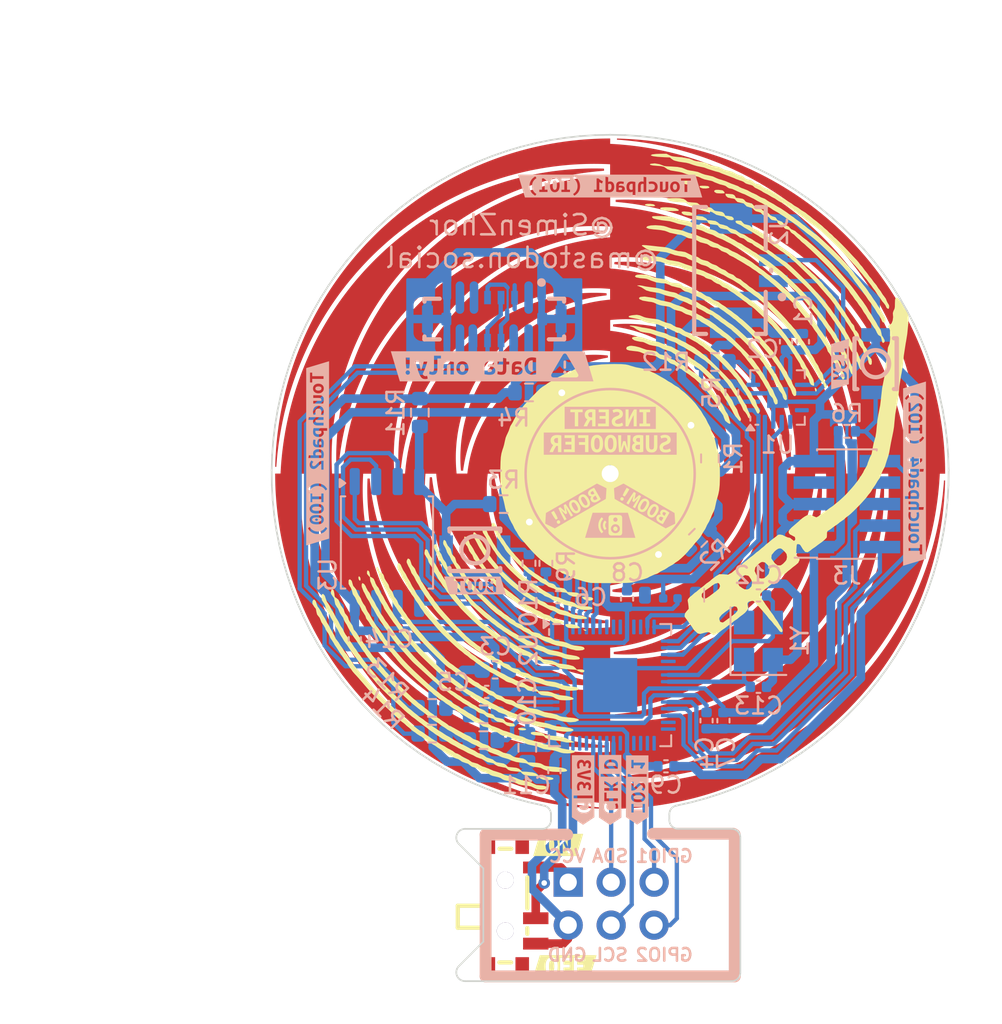
<source format=kicad_pcb>
(kicad_pcb
	(version 20240108)
	(generator "pcbnew")
	(generator_version "8.0")
	(general
		(thickness 1.6)
		(legacy_teardrops no)
	)
	(paper "A4")
	(layers
		(0 "F.Cu" signal)
		(31 "B.Cu" signal)
		(32 "B.Adhes" user "B.Adhesive")
		(33 "F.Adhes" user "F.Adhesive")
		(34 "B.Paste" user)
		(35 "F.Paste" user)
		(36 "B.SilkS" user "B.Silkscreen")
		(37 "F.SilkS" user "F.Silkscreen")
		(38 "B.Mask" user)
		(39 "F.Mask" user)
		(40 "Dwgs.User" user "User.Drawings")
		(41 "Cmts.User" user "User.Comments")
		(42 "Eco1.User" user "User.Eco1")
		(43 "Eco2.User" user "User.Eco2")
		(44 "Edge.Cuts" user)
		(45 "Margin" user)
		(46 "B.CrtYd" user "B.Courtyard")
		(47 "F.CrtYd" user "F.Courtyard")
		(48 "B.Fab" user)
		(49 "F.Fab" user)
		(50 "User.1" user)
		(51 "User.2" user)
		(52 "User.3" user)
		(53 "User.4" user)
		(54 "User.5" user)
		(55 "User.6" user)
		(56 "User.7" user)
		(57 "User.8" user)
		(58 "User.9" user)
	)
	(setup
		(stackup
			(layer "F.SilkS"
				(type "Top Silk Screen")
				(color "White")
			)
			(layer "F.Paste"
				(type "Top Solder Paste")
			)
			(layer "F.Mask"
				(type "Top Solder Mask")
				(color "Black")
				(thickness 0.01)
			)
			(layer "F.Cu"
				(type "copper")
				(thickness 0.035)
			)
			(layer "dielectric 1"
				(type "core")
				(thickness 1.51)
				(material "FR4")
				(epsilon_r 4.5)
				(loss_tangent 0.02)
			)
			(layer "B.Cu"
				(type "copper")
				(thickness 0.035)
			)
			(layer "B.Mask"
				(type "Bottom Solder Mask")
				(color "Black")
				(thickness 0.01)
			)
			(layer "B.Paste"
				(type "Bottom Solder Paste")
			)
			(layer "B.SilkS"
				(type "Bottom Silk Screen")
				(color "White")
			)
			(copper_finish "None")
			(dielectric_constraints no)
		)
		(pad_to_mask_clearance 0)
		(allow_soldermask_bridges_in_footprints no)
		(pcbplotparams
			(layerselection 0x00010fc_ffffffff)
			(plot_on_all_layers_selection 0x0000000_00000000)
			(disableapertmacros no)
			(usegerberextensions no)
			(usegerberattributes yes)
			(usegerberadvancedattributes yes)
			(creategerberjobfile yes)
			(dashed_line_dash_ratio 12.000000)
			(dashed_line_gap_ratio 3.000000)
			(svgprecision 4)
			(plotframeref no)
			(viasonmask no)
			(mode 1)
			(useauxorigin no)
			(hpglpennumber 1)
			(hpglpenspeed 20)
			(hpglpendiameter 15.000000)
			(pdf_front_fp_property_popups yes)
			(pdf_back_fp_property_popups yes)
			(dxfpolygonmode yes)
			(dxfimperialunits yes)
			(dxfusepcbnewfont yes)
			(psnegative no)
			(psa4output no)
			(plotreference yes)
			(plotvalue yes)
			(plotfptext yes)
			(plotinvisibletext no)
			(sketchpadsonfab no)
			(subtractmaskfromsilk no)
			(outputformat 1)
			(mirror no)
			(drillshape 1)
			(scaleselection 1)
			(outputdirectory "")
		)
	)
	(net 0 "")
	(net 1 "Touch4")
	(net 2 "Touch3")
	(net 3 "Touch1")
	(net 4 "Touch2")
	(net 5 "GND")
	(net 6 "+3V3")
	(net 7 "unconnected-(J3-KEY-Pad7)")
	(net 8 "SWCLK")
	(net 9 "unconnected-(J3-NC{slash}TDI-Pad8)")
	(net 10 "unconnected-(J3-SWO{slash}TDO-Pad6)")
	(net 11 "SWDIO")
	(net 12 "nRST")
	(net 13 "+1V1")
	(net 14 "/QSPI_CS")
	(net 15 "/QSPI_D1")
	(net 16 "/QSPI_D3")
	(net 17 "/QSPI_D0")
	(net 18 "/QSPI_D2")
	(net 19 "/QSPI_SCLK")
	(net 20 "Net-(U1-OUTN)")
	(net 21 "Net-(U1-OUTP)")
	(net 22 "USB_DP")
	(net 23 "USB_DM")
	(net 24 "Net-(U1-GAIN_SLOT)")
	(net 25 "I2S_SHUTDOWN")
	(net 26 "unconnected-(U1-NC-Pad6)")
	(net 27 "I2S_DIN")
	(net 28 "I2S_BCLK")
	(net 29 "I2S_WS")
	(net 30 "unconnected-(U1-NC-Pad12)")
	(net 31 "unconnected-(U1-NC-Pad13)")
	(net 32 "unconnected-(U1-NC-Pad5)")
	(net 33 "Net-(U2-XIN)")
	(net 34 "Net-(U2-XOUT)")
	(net 35 "Net-(R10-Pad2)")
	(net 36 "unconnected-(U2-GPIO16-Pad27)")
	(net 37 "unconnected-(U2-GPIO17-Pad28)")
	(net 38 "unconnected-(U2-GPIO4-Pad6)")
	(net 39 "unconnected-(U2-GPIO7-Pad9)")
	(net 40 "unconnected-(U2-GPIO18-Pad29)")
	(net 41 "unconnected-(U2-GPIO8-Pad11)")
	(net 42 "unconnected-(U2-GPIO21-Pad32)")
	(net 43 "unconnected-(U2-GPIO5-Pad7)")
	(net 44 "unconnected-(U2-GPIO9-Pad12)")
	(net 45 "unconnected-(U2-GPIO19-Pad30)")
	(net 46 "unconnected-(U2-GPIO22-Pad34)")
	(net 47 "unconnected-(U2-GPIO20-Pad31)")
	(net 48 "unconnected-(U2-GPIO6-Pad8)")
	(net 49 "/PWR_IN")
	(net 50 "Net-(U2-USB_DP)")
	(net 51 "Net-(U2-USB_DM)")
	(net 52 "unconnected-(U2-GPIO29_ADC3-Pad41)")
	(net 53 "unconnected-(U2-GPIO28_ADC2-Pad40)")
	(net 54 "unconnected-(U2-GPIO27_ADC1-Pad39)")
	(net 55 "unconnected-(U2-GPIO15-Pad18)")
	(net 56 "GND0")
	(net 57 "I2S_SHUTDOWN0")
	(net 58 "SAO_IO1")
	(net 59 "SAO_SDA")
	(net 60 "SAO_SCL")
	(net 61 "SAO_IO2")
	(net 62 "USB_D+")
	(net 63 "USB_D-")
	(net 64 "unconnected-(USB1-SUB2-Pad14)")
	(net 65 "unconnected-(USB1-V-Pad10)")
	(net 66 "unconnected-(USB1-V-Pad2)")
	(net 67 "unconnected-(USB1-SUB1-Pad3)")
	(net 68 "unconnected-(USB1-V-Pad15)")
	(net 69 "unconnected-(USB1-V-Pad7)")
	(net 70 "unconnected-(USB1-CC1-Pad6)")
	(net 71 "unconnected-(USB1-CC2-Pad11)")
	(net 72 "NEOPIXEL")
	(net 73 "unconnected-(D1-DOUT-Pad2)")
	(footprint "Graphics" (layer "F.Cu") (at 20 20))
	(footprint "Graphics" (layer "F.Cu") (at 60 20 -90))
	(footprint "Graphics" (layer "F.Cu") (at 20 20))
	(footprint "easyeda2kicad:SW-SMD_PCM12SMTR" (layer "F.Cu") (at 34.2 65.532 -90))
	(footprint "Graphics" (layer "F.Cu") (at 20 20))
	(footprint "Graphics" (layer "F.Cu") (at 20 20))
	(footprint "Graphics" (layer "F.Cu") (at 60 20 -90))
	(footprint "Graphics" (layer "F.Cu") (at 60 20 -90))
	(footprint "kibuzzard-670C0BFA" (layer "F.Cu") (at 36.926624 61.946821))
	(footprint "Graphics" (layer "F.Cu") (at 20 20))
	(footprint "Simple_Addon_v2:Simple_Addon_v2-SAO-2x3" (layer "F.Cu") (at 40 65.4))
	(footprint "Graphics" (layer "F.Cu") (at 20 20))
	(footprint "Graphics" (layer "F.Cu") (at 20 20))
	(footprint "Graphics" (layer "F.Cu") (at 20 20))
	(footprint "Graphics" (layer "F.Cu") (at 20 20))
	(footprint "Graphics" (layer "F.Cu") (at 20 20))
	(footprint "MyLibrary:CapTouchWheel-9tine"
		(layer "F.Cu")
		(uuid "e1d41604-3726-4b28-ab3a-e8d636f51047")
		(at 40 40)
		(property "Reference" "J1"
			(at 0.12 1.52 0)
			(unlocked yes)
			(layer "F.SilkS")
			(hide yes)
			(uuid "465efba2-54d1-4d8a-874c-c87d6af9c37a")
			(effects
				(font
					(size 1 1)
					(thickness 0.1)
				)
			)
		)
		(property "Value" "Conn_01x04_Pin"
			(at 0.12 3.02 0)
			(unlocked yes)
			(layer "F.Fab")
			(uuid "a0878fbd-a62a-4144-bf35-42087af534a3")
			(effects
				(font
					(size 1 1)
					(thickness 0.15)
				)
			)
		)
		(property "Footprint" "MyLibrary:CapTouchWheel-9tine"
			(at 0.12 2.02 0)
			(unlocked yes)
			(layer "F.Fab")
			(hide yes)
			(uuid "ce95af95-6ade-416d-93cd-208d1adae252")
			(effects
				(font
					(size 1 1)
					(thickness 0.15)
				)
			)
		)
		(property "Datasheet" ""
			(at 0.12 2.02 0)
			(unlocked yes)
			(layer "F.Fab")
			(hide yes)
			(uuid "aead91f7-5d39-48f3-a317-b6155536bf2b")
			(effects
				(font
					(size 1 1)
					(thickness 0.15)
				)
			)
		)
		(property "Description" "Generic connector, single row, 01x04, script generated"
			(at 0.12 2.02 0)
			(unlocked yes)
			(layer "F.Fab")
			(hide yes)
			(uuid "3c7679b5-1eab-44f6-81bf-77785a266310")
			(effects
				(font
					(size 1 1)
					(thickness 0.15)
				)
			)
		)
		(property ki_fp_filters "Connector*:*_1x??_*")
		(path "/bf233719-8fb7-4666-8f5f-6861f78e8a55")
		(sheetname "Root")
		(sheetfile "LP-Vinyl-SAO.kicad_sch")
		(attr smd)
		(fp_text user "${REFERENCE}"
			(at 0.12 4.52 0)
			(unlocked yes)
			(layer "F.Fab")
			(uuid "2b7bd638-7bbd-44ac-b662-55158029e7e6")
			(effects
				(font
					(size 1 1)
					(thickness 0.15)
				)
			)
		)
		(pad "1" smd custom
			(at -2.86 -4.78)
			(size 0.2 0.2)
			(layers "F.Cu")
			(net 3 "Touch1")
			(pinfunction "Pin_1")
			(pintype "passive")
			(options
				(clearance outline)
				(anchor circle)
			)
			(primitives
				(gr_poly
					(pts
						(xy -2.214356 4.540705) (xy -2.21749 4.620436) (xy -2.218867 4.678882) (xy -2.282484 4.67758)
						(xy -2.285684 4.657558) (xy -2.288834 4.637513) (xy -2.291882 4.617444) (xy -2.294879 4.597345)
						(xy -2.297775 4.577222) (xy -2.300569 4.557068) (xy -2.303312 4.536899) (xy -2.306004 4.516698)
						(xy -2.308595 4.496475) (xy -2.311084 4.476228) (xy -2.313523 4.455958) (xy -2.31586 4.435664)
						(xy -2.318146 4.415348) (xy -2.32033 4.395008) (xy -2.322413 4.374645) (xy -2.324445 4.354258)
						(xy -2.326426 4.333849) (xy -2.328306 4.313424) (xy -2.330084 4.292975) (xy -2.33176 4.272504)
						(xy -2.333386 4.252015) (xy -2.33496 4.231507) (xy -2.336434 4.210974) (xy -2.337805 4.190425)
						(xy -2.339126 4.169856) (xy -2.340294 4.149262) (xy -2.341463 4.128658) (xy -2.34253 4.108033)
						(xy -2.343495 4.087393) (xy -2.344358 4.066732) (xy -2.345171 4.046052) (xy -2.345933 4.025356)
						(xy -2.346594 4.004645) (xy -2.347152 3.983918) (xy -2.34761 3.963172) (xy -2.348016 3.942415)
						(xy -2.348321 3.921643) (xy -2.348575 3.900845) (xy -2.348727 3.880037) (xy -2.348778 3.859225)
						(xy -2.348778 3.838392) (xy -2.348676 3.817538) (xy -2.348473 3.79668) (xy -2.348219 3.775806)
						(xy -2.347864 3.754922) (xy -2.347457 3.734023) (xy -2.346949 3.713114) (xy -2.34634 3.692189)
						(xy -2.345628 3.671254) (xy -2.344866 3.65031) (xy -2.344003 3.629355) (xy -2.343088 3.608389)
						(xy -2.342072 3.587414) (xy -2.340955 3.566429) (xy -2.339786 3.545433) (xy -2.338466 3.524432)
						(xy -2.337145 3.503421) (xy -2.335672 3.482395) (xy -2.334148 3.461369) (xy -2.332522 3.440328)
						(xy -2.330846 3.419292) (xy -2.329068 3.39824) (xy -2.327188 3.377188) (xy -2.325207 3.356117)
						(xy -2.323175 3.33505) (xy -2.321041 3.313973) (xy -2.318857 3.292896) (xy -2.316571 3.271814)
						(xy -2.314183 3.250722) (xy -2.311694 3.22963) (xy -2.309154 3.208532) (xy -2.306512 3.18743)
						(xy -2.303769 3.166323) (xy -2.300975 3.145215) (xy -2.29808 3.124108) (xy -2.295082 3.103001)
						(xy -2.291984 3.081888) (xy -2.288834 3.060771) (xy -2.285583 3.039658) (xy -2.282281 3.01854)
						(xy -2.278877 2.997428) (xy -2.275372 2.97631) (xy -2.271765 2.955188) (xy -2.268108 2.934075)
						(xy -2.264298 2.912968) (xy -2.260488 2.89185) (xy -2.256525 2.870738) (xy -2.252512 2.84963)
						(xy -2.248397 2.828523) (xy -2.244232 2.807421) (xy -2.239914 2.786324) (xy -2.235545 2.765226)
						(xy -2.231074 2.744134) (xy -2.226553 2.723047) (xy -2.22193 2.701965) (xy -2.217196 2.680888)
						(xy -2.21239 2.659811) (xy -2.207498 2.638744) (xy -2.202515 2.617683) (xy -2.19745 2.596631)
						(xy -2.192299 2.575585) (xy -2.187046 2.554538) (xy -2.181722 2.533507) (xy -2.176307 2.512481)
						(xy -2.1708 2.491465) (xy -2.165212 2.470459) (xy -2.159533 2.449459) (xy -2.153762 2.428468)
						(xy -2.14791 2.407488) (xy -2.141976 2.386517) (xy -2.135941 2.365557) (xy -2.129825 2.344607)
						(xy -2.123627 2.323668) (xy -2.117338 2.302738) (xy -2.110958 2.281829) (xy -2.104496 2.26093)
						(xy -2.097948 2.240041) (xy -2.091303 2.219162) (xy -2.084572 2.198298) (xy -2.07776 2.177445)
						(xy -2.070861 2.156612) (xy -2.063871 2.135789) (xy -2.056795 2.114986) (xy -2.049632 2.094194)
						(xy -2.042373 2.073422) (xy -2.035042 2.052665) (xy -2.027615 2.031913) (xy -2.020097 2.011192)
						(xy -2.012502 1.990481) (xy -2.004811 1.969785) (xy -1.997039 1.949109) (xy -1.989175 1.928454)
						(xy -1.981225 1.907819) (xy -1.973183 1.887199) (xy -1.96506 1.866595) (xy -1.956851 1.846016)
						(xy -1.94856 1.825462) (xy -1.940173 1.804918) (xy -1.9317 1.78439) (xy -1.92314 1.763897) (xy -1.914494 1.74342)
						(xy -1.905756 1.722963) (xy -1.896942 1.702531) (xy -1.888037 1.682119) (xy -1.879035 1.661733)
						(xy -1.869958 1.641363) (xy -1.860788 1.621022) (xy -1.851532 1.600707) (xy -1.842195 1.580413)
						(xy -1.832767 1.560144) (xy -1.823257 1.539905) (xy -1.813651 1.519681) (xy -1.803973 1.499488)
						(xy -1.794194 1.479326) (xy -1.784339 1.459189) (xy -1.774393 1.439072) (xy -1.76436 1.418986)
						(xy -1.754245 1.39893) (xy -1.744034 1.378899) (xy -1.733753 1.358899) (xy -1.723369 1.338925)
						(xy -1.712914 1.318981) (xy -1.702363 1.299067) (xy -1.691731 1.279184) (xy -1.681017 1.259321)
						(xy -1.670212 1.239504) (xy -1.65932 1.219707) (xy -1.648343 1.199946) (xy -1.637283 1.180221)
						(xy -1.626138 1.160515) (xy -1.614906 1.140851) (xy -1.603588 1.121216) (xy -1.592193 1.101618)
						(xy -1.580707 1.082055) (xy -1.569135 1.062522) (xy -1.557477 1.04302) (xy -1.545737 1.023553)
						(xy -1.53391 1.004127) (xy -1.522003 0.984737) (xy -1.510014 0.965372) (xy -1.497934 0.946058)
						(xy -1.485772 0.926769) (xy -1.473524 0.907516) (xy -1.461195 0.888309) (xy -1.448785 0.869132)
						(xy -1.436278 0.84999) (xy -1.4237 0.830894) (xy -1.411035 0.811829) (xy -1.39829 0.792815) (xy -1.385453 0.773836)
						(xy -1.372539 0.754887) (xy -1.359539 0.735985) (xy -1.346464 0.717123) (xy -1.333301 0.698301)
						(xy -1.320053 0.679521) (xy -1.306723 0.660785) (xy -1.293311 0.642091) (xy -1.279819 0.623432)
						(xy -1.266245 0.604819) (xy -1.25258 0.586247) (xy -1.238844 0.56772) (xy -1.225021 0.549244)
						(xy -1.211117 0.530804) (xy -1.197132 0.512409) (xy -1.183065 0.494055) (xy -1.168918 0.475752)
						(xy -1.154683 0.457489) (xy -1.140378 0.439272) (xy -1.125981 0.421101) (xy -1.111508 0.402986)
						(xy -1.096954 0.384911) (xy -1.082324 0.366882) (xy -1.067607 0.348899) (xy -1.052814 0.330972)
						(xy -1.03794 0.313085) (xy -1.022989 0.295249) (xy -1.007948 0.277459) (xy -0.992845 0.259725)
						(xy -0.97765 0.242036) (xy -0.96237 0.224393) (xy -0.947023 0.206806) (xy -0.93159 0.18927) (xy -0.916081 0.171785)
						(xy -0.9005 0.154345) (xy -0.884824 0.136966) (xy -0.869081 0.119633) (xy -0.853262 0.102356)
						(xy -0.837361 0.085125) (xy -0.82139 0.067955) (xy -0.805327 0.05083) (xy -0.789198 0.033761)
						(xy -0.772987 0.016748) (xy -0.756696 -0.000204) (xy -0.740333 -0.01711) (xy -0.723889 -0.03396)
						(xy -0.707369 -0.05075) (xy -0.690778 -0.067488) (xy -0.67411 -0.084166) (xy -0.657356 -0.100793)
						(xy -0.640537 -0.117359) (xy -0.62364 -0.133869) (xy -0.606663 -0.150328) (xy -0.58962 -0.166721)
						(xy -0.572495 -0.183063) (xy -0.555294 -0.19934) (xy -0.538027 -0.215555) (xy -0.520679 -0.23172)
						(xy -0.50325 -0.247818) (xy -0.485759 -0.263861) (xy -0.468192 -0.279848) (xy -0.45055 -0.295768)
						(xy -0.432831 -0.311633) (xy -0.41504 -0.327432) (xy -0.397174 -0.34318) (xy -0.379237 -0.358826)
						(xy -0.361228 -0.374473) (xy -0.343153 -0.390018) (xy -0.324997 -0.405512) (xy -0.306775 -0.420904)
						(xy -0.288472 -0.436296) (xy -0.270103 -0.451587) (xy -0.251673 -0.466827) (xy -0.233161 -0.481966)
						(xy -0.214573 -0.497104) (xy -0.19592 -0.512141) (xy -0.1772 -0.527127) (xy -0.158404 -0.542011)
						(xy -0.139547 -0.556845) (xy -0.120609 -0.571628) (xy -0.10161 -0.58636) (xy -0.082539 -0.60099)
						(xy -0.063393 -0.61557) (xy -0.044185 -0.630048) (xy -0.024912 -0.644526) (xy -0.005562 -0.658902)
						(xy 0.013849 -0.673177) (xy 0.033336 -0.687401) (xy 0.052883 -0.701574) (xy 0.072502 -0.715696)
						(xy 0.092182 -0.729717) (xy 0.111933 -0.743687) (xy 0.131756 -0.757556) (xy 0.151639 -0.771373)
						(xy 0.171593 -0.785089) (xy 0.191603 -0.798754) (xy 0.211689 -0.812369) (xy 0.231837 -0.825882)
						(xy 0.252045 -0.839394) (xy 0.272319 -0.852755) (xy 0.292659 -0.866064) (xy 0.313071 -0.879323)
						(xy 0.333543 -0.89248) (xy 0.354077 -0.905536) (xy 0.374671 -0.918592) (xy 0.395336 -0.931495)
						(xy 0.416058 -0.944398) (xy 0.436845 -0.9572) (xy 0.457688 -0.9699) (xy 0.478603 -0.982549) (xy 0.499578 -0.995096)
						(xy 0.520614 -1.007593) (xy 0.541706 -1.020039) (xy 0.56287 -1.032384) (xy 0.584084 -1.044626)
						(xy 0.605364 -1.056818) (xy 0.6267 -1.068909) (xy 0.648102 -1.080948) (xy 0.66956 -1.092886) (xy 0.691079 -1.104774)
						(xy 0.712659 -1.116559) (xy 0.734294 -1.128243) (xy 0.755991 -1.139927) (xy 0.777738 -1.151459)
						(xy 0.799552 -1.16294) (xy 0.821421 -1.174319) (xy 0.843347 -1.185647) (xy 0.865333 -1.196874)
						(xy 0.88737 -1.20805) (xy 0.909468 -1.219124) (xy 0.931622 -1.230097) (xy 0.953832 -1.241019)
						(xy 0.976092 -1.25184) (xy 0.998409 -1.262609) (xy 1.020786 -1.273277) (xy 1.043219 -1.283844)
						(xy 1.065698 -1.294359) (xy 1.088238 -1.304773) (xy 1.110829 -1.315086) (xy 1.133476 -1.325347)
						(xy 1.156173 -1.335507) (xy 1.178926 -1.345566) (xy 1.201731 -1.355573) (xy 1.224591 -1.365479)
						(xy 1.247496 -1.375284) (xy 1.270453 -1.385037) (xy 1.29346 -1.394689) (xy 1.316528 -1.40429)
						(xy 1.339637 -1.413739) (xy 1.362802 -1.423137) (xy 1.386013 -1.432434) (xy 1.409274 -1.441679)
						(xy 1.432591 -1.450823) (xy 1.455944 -1.459866) (xy 1.479358 -1.468806) (xy 1.502817 -1.477696)
						(xy 1.526322 -1.486485) (xy 1.549878 -1.495172) (xy 1.57348 -1.503808) (xy 1.597122 -1.512291)
						(xy 1.62082 -1.520724) (xy 1.644564 -1.529055) (xy 1.668354 -1.537336) (xy 1.692189 -1.545514)
						(xy 1.71606 -1.553541) (xy 1.739982 -1.561567) (xy 1.763949 -1.569441) (xy 1.787963 -1.577264)
						(xy 1.812026 -1.584935) (xy 1.836126 -1.592555) (xy 1.860271 -1.600074) (xy 1.884457 -1.607541)
						(xy 1.908684 -1.614856) (xy 1.932956 -1.622121) (xy 1.957274 -1.629284) (xy 1.981627 -1.636345)
						(xy 2.006022 -1.643355) (xy 2.030461 -1.650213) (xy 2.054932 -1.65702) (xy 2.079453 -1.663726)
						(xy 2.104015 -1.67033) (xy 2.128612 -1.676832) (xy 2.153245 -1.683233) (xy 2.177919 -1.689583)
						(xy 2.202638 -1.695781) (xy 2.227388 -1.701928) (xy 2.252178 -1.707973) (xy 2.277004 -1.713916)
						(xy 2.301865 -1.719758) (xy 2.326763 -1.725499) (xy 2.351695 -1.731138) (xy 2.376673 -1.736726)
						(xy 2.401679 -1.742212) (xy 2.426724 -1.747546) (xy 2.4518 -1.752829) (xy 2.476915 -1.758011)
						(xy 2.502061 -1.763091) (xy 2.527237 -1.768069) (xy 2.552453 -1.772997) (xy 2.577699 -1.777772)
						(xy 2.602977 -1.782446) (xy 2.628285 -1.787068) (xy 2.653625 -1.791539) (xy 2.679003 -1.795958)
						(xy 2.704405 -1.800226) (xy 2.729845 -1.804442) (xy 2.755309 -1.808557) (xy 2.780803 -1.81257)
						(xy 2.806329 -1.816482) (xy 2.831878 -1.820292) (xy 2.857465 -1.824) (xy 2.857465 -2.459) (xy 2.829389 -2.462556)
						(xy 2.80129 -2.466061) (xy 2.77316 -2.469414) (xy 2.745007 -2.472665) (xy 2.71683 -2.475866) (xy 2.688623 -2.478863)
						(xy 2.660392 -2.481809) (xy 2.63213 -2.484654) (xy 2.603845 -2.487346) (xy 2.575537 -2.489937)
						(xy 2.547205 -2.492426) (xy 2.51885 -2.494814) (xy 2.490472 -2.4971) (xy 2.462071 -2.499234) (xy 2.433654 -2.501316)
						(xy 2.405206 -2.503247) (xy 2.376743 -2.505076) (xy 2.348246 -2.506752) (xy 2.319747 -2.508378)
						(xy 2.291213 -2.509851) (xy 2.262663 -2.511222) (xy 2.234098 -2.512492) (xy 2.205513 -2.513661)
						(xy 2.176908 -2.514728) (xy 2.148292 -2.515642) (xy 2.119651 -2.516455) (xy 2.090995 -2.517166)
						(xy 2.062318 -2.517776) (xy 2.033631 -2.518233) (xy 2.004919 -2.518639) (xy 1.976202 -2.518893)
						(xy 1.947464 -2.518995) (xy 1.918717 -2.519046) (xy 1.889959 -2.518944) (xy 1.861175 -2.518741)
						(xy 1.832387 -2.518436) (xy 1.803584 -2.51803) (xy 1.77477 -2.517471) (xy 1.745946 -2.516861)
						(xy 1.717107 -2.516099) (xy 1.688257 -2.515185) (xy 1.659398 -2.51422) (xy 1.630533 -2.513102)
						(xy 1.601648 -2.511883) (xy 1.572769 -2.510511) (xy 1.543869 -2.509089) (xy 1.514963 -2.507514)
						(xy 1.486053 -2.505838) (xy 1.457133 -2.50406) (xy 1.428212 -2.502129) (xy 1.399276 -2.500097)
						(xy 1.370341 -2.497964) (xy 1.341395 -2.495728) (xy 1.312449 -2.493341) (xy 1.283498 -2.490852)
						(xy 1.254542 -2.488261) (xy 1.225581 -2.485568) (xy 1.19662 -2.482724) (xy 1.167654 -2.479777)
						(xy 1.138688 -2.476729) (xy 1.109722 -2.473529) (xy 1.080745 -2.470227) (xy 1.051779 -2.466823)
						(xy 1.022803 -2.463318) (xy 0.993837 -2.45966) (xy 0.964865 -2.455901) (xy 0.935894 -2.45204)
						(xy 0.906923 -2.448078) (xy 0.877957 -2.443963) (xy 0.849001 -2.439747) (xy 0.82004 -2.435429)
						(xy 0.791079 -2.430958) (xy 0.762128 -2.426386) (xy 0.733177 -2.421713) (xy 0.704231 -2.416887)
						(xy 0.675295 -2.41201) (xy 0.64636 -2.406981) (xy 0.617429 -2.401799) (xy 0.588508 -2.396567)
						(xy 0.559598 -2.391182) (xy 0.530693 -2.385645) (xy 0.501793 -2.380057) (xy 0.472913 -2.374316)
						(xy 0.444033 -2.368474) (xy 0.415159 -2.362531) (xy 0.386299 -2.356435) (xy 0.35745 -2.350237)
						(xy 0.328611 -2.343938) (xy 0.299787 -2.337486) (xy 0.270963 -2.330933) (xy 0.242159 -2.324278)
						(xy 0.213371 -2.317522) (xy 0.184598 -2.310613) (xy 0.15583 -2.303603) (xy 0.127082 -2.296491)
						(xy 0.098344 -2.289226) (xy 0.069627 -2.28186) (xy 0.040925 -2.274393) (xy 0.012238 -2.266773)
						(xy -0.016438 -2.259102) (xy -0.045095 -2.251279) (xy -0.073725 -2.243303) (xy -0.102356 -2.235277)
						(xy -0.130952 -2.227098) (xy -0.159537 -2.218767) (xy -0.188091 -2.210385) (xy -0.216641 -2.20185)
						(xy -0.24516 -2.193214) (xy -0.273659 -2.184477) (xy -0.302143 -2.175587) (xy -0.330606 -2.166595)
						(xy -0.359039 -2.157502) (xy -0.387451 -2.148256) (xy -0.415848 -2.138909) (xy -0.44421 -2.12946)
						(xy -0.472556 -2.11991) (xy -0.500872 -2.110207) (xy -0.529168 -2.100403) (xy -0.557433 -2.090497)
						(xy -0.585673 -2.080438) (xy -0.613887 -2.070329) (xy -0.642081 -2.060017) (xy -0.670244 -2.049654)
						(xy -0.698372 -2.039189) (xy -0.72648 -2.028572) (xy -0.754552 -2.017802) (xy -0.782599 -2.006982)
						(xy -0.810615 -1.996009) (xy -0.838606 -1.984934) (xy -0.866556 -1.973758) (xy -0.894486 -1.962481)
						(xy -0.922375 -1.951051) (xy -0.950239 -1.939519) (xy -0.978067 -1.927835) (xy -1.005855 -1.9161)
						(xy -1.033622 -1.904213) (xy -1.061349 -1.892224) (xy -1.089045 -1.880134) (xy -1.116705 -1.867891)
						(xy -1.14432 -1.855547) (xy -1.17191 -1.843101) (xy -1.199458 -1.830553) (xy -1.226977 -1.817853)
						(xy -1.254444 -1.805052) (xy -1.281887 -1.792148) (xy -1.309288 -1.779144) (xy -1.336649 -1.765986)
						(xy -1.363974 -1.752728) (xy -1.391254 -1.739367) (xy -1.418498 -1.725905) (xy -1.445696 -1.712342)
						(xy -1.472859 -1.698626) (xy -1.499976 -1.684808) (xy -1.527052 -1.670889) (xy -1.554088 -1.656817)
						(xy -1.581078 -1.642695) (xy -1.608028 -1.62842) (xy -1.634936 -1.614044) (xy -1.661794 -1.599566)
						(xy -1.688607 -1.584935) (xy -1.715373 -1.570254) (xy -1.742099 -1.55542) (xy -1.768779 -1.540485)
						(xy -1.795403 -1.525398) (xy -1.821992 -1.510259) (xy -1.848525 -1.494968) (xy -1.875012 -1.479576)
						(xy -1.901454 -1.464082) (xy -1.927849 -1.448486) (xy -1.954189 -1.432789) (xy -1.980478 -1.41694)
						(xy -2.006716 -1.400988) (xy -2.032909 -1.384986) (xy -2.05905 -1.368781) (xy -2.085131 -1.352525)
						(xy -2.111171 -1.336168) (xy -2.13715 -1.319658) (xy -2.163079 -1.303046) (xy -2.188956 -1.286384)
						(xy -2.214778 -1.269569) (xy -2.240523 -1.252602) (xy -2.266228 -1.235584) (xy -2.291882 -1.218464)
						(xy -2.317485 -1.201192) (xy -2.343038 -1.183818) (xy -2.368539 -1.166343) (xy -2.39399 -1.148766)
						(xy -2.419339 -1.131088) (xy -2.444638 -1.113308) (xy -2.469885 -1.095426) (xy -2.495082 -1.077392)
						(xy -2.520228 -1.059257) (xy -2.545323 -1.04107) (xy -2.570317 -1.022732) (xy -2.59531 -1.004291)
						(xy -2.620202 -0.985749) (xy -2.644993 -0.967106) (xy -2.669783 -0.94836) (xy -2.694472 -0.929514)
						(xy -2.71911 -0.910514) (xy -2.743697 -0.891464) (xy -2.768234 -0.872313) (xy -2.792668 -0.853009)
						(xy -2.817052 -0.833603) (xy -2.841386 -0.814147) (xy -2.865617 -0.794538) (xy -2.889849 -0.774878)
						(xy -2.913928 -0.755066) (xy -2.938007 -0.735153) (xy -2.961985 -0.715138) (xy -2.985912 -0.695021)
						(xy -3.009737 -0.674802) (xy -3.033562 -0.654482) (xy -3.057235 -0.634061) (xy -3.080908 -0.613538)
						(xy -3.104479 -0.592964) (xy -3.127999 -0.572237) (xy -3.151418 -0.551409) (xy -3.174786 -0.53048)
						(xy -3.198052 -0.509448) (xy -3.221268 -0.488316) (xy -3.244433 -0.467081) (xy -3.267496 -0.445745)
						(xy -3.290458 -0.424308) (xy -3.313368 -0.402768) (xy -3.336228 -0.381178) (xy -3.359038 -0.359436)
						(xy -3.381694 -0.337592) (xy -3.404351 -0.315697) (xy -3.426856 -0.29365) (xy -3.44936 -0.271527)
						(xy -3.471712 -0.249307) (xy -3.494064 -0.22699) (xy -3.516264 -0.204572) (xy -3.538463 -0.182063)
						(xy -3.56051 -0.159452) (xy -3.582507 -0.136744) (xy -3.604452 -0.11394) (xy -3.626246 -0.091044)
						(xy -3.648039 -0.068047) (xy -3.66973 -0.044954) (xy -3.69132 -0.021768) (xy -3.712809 0.001508)
						(xy -3.734246 0.024886) (xy -3.755582 0.048361) (xy -3.776868 0.071922) (xy -3.798051 0.09558)
						(xy -3.819133 0.119329) (xy -3.840164 0.143174) (xy -3.861094 0.167111) (xy -3.881922 0.191139)
						(xy -3.902699 0.215264) (xy -3.923375 0.239481) (xy -3.943949 0.263778) (xy -3.964472 0.288183)
						(xy -3.984894 0.312668) (xy -4.005214 0.33725) (xy -4.025483 0.361919) (xy -4.0456 0.386679) (xy -4.065666 0.41153)
						(xy -4.08563 0.436468) (xy -4.105544 0.461497) (xy -4.125356 0.486613) (xy -4.145066 0.51182)
						(xy -4.164675 0.537118) (xy -4.184182 0.562498) (xy -4.203638 0.587969) (xy -4.222942 0.613526)
						(xy -4.242196 0.639165) (xy -4.261347 0.6649) (xy -4.280448 0.690722) (xy -4.299396 0.71662) (xy -4.318294 0.742609)
						(xy -4.337039 0.768685) (xy -4.355734 0.794847) (xy -4.374326 0.821085) (xy -4.392868 0.84742)
						(xy -4.411258 0.873825) (xy -4.429546 0.900328) (xy -4.447783 0.926911) (xy -4.465868 0.953566)
						(xy -4.483902 0.980307) (xy -4.501834 1.007135) (xy -4.519665 1.034049) (xy -4.537394 1.061039)
						(xy -4.555022 1.08811) (xy -4.572548 1.115263) (xy -4.589972 1.142491) (xy -4.607295 1.169812)
						(xy -4.624516 1.197203) (xy -4.641636 1.224676) (xy -4.658654 1.252224) (xy -4.675621 1.279855)
						(xy -4.692436 1.307561) (xy -4.709149 1.335349) (xy -4.725761 1.363207) (xy -4.742322 1.391152)
						(xy -4.75873 1.419169) (xy -4.775037 1.447256) (xy -4.791242 1.475424) (xy -4.807346 1.503674)
						(xy -4.823348 1.531995) (xy -4.839248 1.560393) (xy -4.855047 1.588861) (xy -4.870744 1.6174)
						(xy -4.88634 1.646021) (xy -4.901783 1.674708) (xy -4.917175 1.703476) (xy -4.932415 1.73231)
						(xy -4.947604 1.761225) (xy -4.962641 1.790196) (xy -4.977576 1.819249) (xy -4.992461 1.848373)
						(xy -5.007142 1.877562) (xy -5.021772 1.906828) (xy -5.036301 1.936165) (xy -5.050728 1.965568)
						(xy -5.065003 1.995037) (xy -5.079176 2.024578) (xy -5.093248 2.054184) (xy -5.107218 2.083861)
						(xy -5.121086 2.113605) (xy -5.134802 2.143409) (xy -5.148417 2.173289) (xy -5.16198 2.203226)
						(xy -5.175392 2.233239) (xy -5.18865 2.263307) (xy -5.201858 2.293447) (xy -5.214914 2.323652)
						(xy -5.227868 2.353914) (xy -5.24072 2.384247) (xy -5.253471 2.41464) (xy -5.26607 2.445095) (xy -5.278566 2.475615)
						(xy -5.290962 2.506192) (xy -5.303204 2.536835) (xy -5.315396 2.567538) (xy -5.327436 2.598303)
						(xy -5.339374 2.629123) (xy -5.35116 2.660004) (xy -5.362844 2.690952) (xy -5.374426 2.72195)
						(xy -5.385907 2.753009) (xy -5.397235 2.784129) (xy -5.408462 2.8153) (xy -5.419587 2.846527)
						(xy -5.43056 2.877819) (xy -5.441431 2.909168) (xy -5.452201 2.940562) (xy -5.462818 2.972018)
						(xy -5.473334 3.003534) (xy -5.483748 3.035101) (xy -5.494009 3.066719) (xy -5.504169 3.098388)
						(xy -5.514228 3.130107) (xy -5.524134 3.161888) (xy -5.533938 3.193719) (xy -5.54359 3.225601)
						(xy -5.55314 3.257534) (xy -5.562589 3.289518) (xy -5.571886 3.321547) (xy -5.58108 3.353627)
						(xy -5.590174 3.385769) (xy -5.599114 3.417945) (xy -5.607903 3.450173) (xy -5.61664 3.482451)
						(xy -5.625175 3.514775) (xy -5.633658 3.547155) (xy -5.64199 3.579571) (xy -5.650168 3.612032)
						(xy -5.658246 3.644544) (xy -5.666221 3.677096) (xy -5.674044 3.7097) (xy -5.681766 3.742344)
						(xy -5.689335 3.775029) (xy -5.696803 3.807764) (xy -5.704169 3.84054) (xy -5.711332 3.873357)
						(xy -5.718444 3.90621) (xy -5.725403 3.939113) (xy -5.73221 3.972051) (xy -5.738916 4.005031)
						(xy -5.74552 4.038051) (xy -5.751972 4.071111) (xy -5.758271 4.104213) (xy -5.764468 4.13735)
						(xy -5.770514 4.170517) (xy -5.776457 4.203735) (xy -5.782299 4.236978) (xy -5.787989 4.270273)
						(xy -5.793526 4.303587) (xy -5.798962 4.336949) (xy -5.804245 4.370335) (xy -5.809426 4.403767)
						(xy -5.814456 4.437222) (xy -5.819383 4.470716) (xy -5.824158 4.504242) (xy -5.828832 4.537805)
						(xy -5.833353 4.571392) (xy -5.837722 4.605018) (xy -5.964722 4.602421) (xy -5.967618 4.568129)
						(xy -5.970361 4.533814) (xy -5.973002 4.499474) (xy -5.975492 4.465105) (xy -5.977879 4.430719)
						(xy -5.980064 4.39631) (xy -5.982197 4.36187) (xy -5.984128 4.327415) (xy -5.985956 4.292937)
						(xy -5.987633 4.258441) (xy -5.989208 4.223918) (xy -5.99063 4.189384) (xy -5.9919 4.15482) (xy -5.993068 4.12024)
						(xy -5.994084 4.085645) (xy -5.994948 4.051035) (xy -5.99571 4.016405) (xy -5.99632 3.981764)
						(xy -5.996777 3.947098) (xy -5.997132 3.912417) (xy -5.997336 3.877721) (xy -5.997386 3.843009)
						(xy -5.997336 3.808293) (xy -5.997132 3.77355) (xy -5.996777 3.738798) (xy -5.99632 3.704041)
						(xy -5.99571 3.669268) (xy -5.994948 3.63448) (xy -5.994034 3.599682) (xy -5.993018 3.564879)
						(xy -5.991849 3.530061) (xy -5.990579 3.495232) (xy -5.989157 3.460399) (xy -5.987582 3.425555)
						(xy -5.985855 3.390706) (xy -5.984026 3.355852) (xy -5.982045 3.320988) (xy -5.979911 3.286114)
						(xy -5.977625 3.25124) (xy -5.975238 3.216361) (xy -5.972698 3.181476) (xy -5.970056 3.146587)
						(xy -5.967211 3.111698) (xy -5.964265 3.076803) (xy -5.961217 3.041903) (xy -5.957966 3.007009)
						(xy -5.954613 2.972109) (xy -5.951108 2.937205) (xy -5.947501 2.90231) (xy -5.943691 2.86741)
						(xy -5.939779 2.832506) (xy -5.935715 2.797616) (xy -5.93155 2.762722) (xy -5.927232 2.727832)
						(xy -5.922761 2.692943) (xy -5.918138 2.658054) (xy -5.913414 2.623169) (xy -5.908486 2.588295)
						(xy -5.903508 2.553431) (xy -5.898326 2.518567) (xy -5.893043 2.483708) (xy -5.887608 2.448854)
						(xy -5.88202 2.41401) (xy -5.876279 2.379177) (xy -5.870437 2.344348) (xy -5.864443 2.30954) (xy -5.858296 2.274727)
						(xy -5.852048 2.239929) (xy -5.845647 2.205151) (xy -5.839094 2.170379) (xy -5.832388 2.135611)
						(xy -5.825581 2.100869) (xy -5.818621 2.066127) (xy -5.811509 2.03141) (xy -5.804245 1.996698)
						(xy -5.796879 1.962007) (xy -5.78936 1.927331) (xy -5.78169 1.89267) (xy -5.773917 1.858025) (xy -5.765942 1.823399)
						(xy -5.757915 1.788789) (xy -5.749686 1.754195) (xy -5.741304 1.71962) (xy -5.73282 1.685071)
						(xy -5.724184 1.650532) (xy -5.715446 1.616024) (xy -5.706506 1.58153) (xy -5.697463 1.547058)
						(xy -5.688268 1.51261) (xy -5.678972 1.478188) (xy -5.669523 1.443776) (xy -5.659922 1.4094) (xy -5.650168 1.375044)
						(xy -5.640313 1.340713) (xy -5.630306 1.306413) (xy -5.620146 1.272138) (xy -5.609833 1.237884)
						(xy -5.599419 1.20366) (xy -5.588853 1.169461) (xy -5.578134 1.135293) (xy -5.567263 1.101145)
						(xy -5.55629 1.067038) (xy -5.545165 1.032956) (xy -5.533938 0.998905) (xy -5.522508 0.96489)
						(xy -5.510976 0.930899) (xy -5.499343 0.896945) (xy -5.487507 0.86302) (xy -5.475569 0.829132)
						(xy -5.463478 0.795273) (xy -5.451286 0.761456) (xy -5.438891 0.727664) (xy -5.426394 0.693917)
						(xy -5.413796 0.660196) (xy -5.400994 0.626516) (xy -5.388091 0.592876) (xy -5.375086 0.559272)
						(xy -5.361878 0.525708) (xy -5.348569 0.492185) (xy -5.335107 0.458688) (xy -5.321543 0.425241)
						(xy -5.307827 0.39184) (xy -5.293959 0.35847) (xy -5.279938 0.32515) (xy -5.265816 0.291861) (xy -5.251541 0.258627)
						(xy -5.237164 0.225424) (xy -5.222585 0.192272) (xy -5.207954 0.159166) (xy -5.193121 0.1261)
						(xy -5.178186 0.093085) (xy -5.163098 0.060111) (xy -5.147858 0.027182) (xy -5.132516 -0.00569)
						(xy -5.117073 -0.038527) (xy -5.101427 -0.071309) (xy -5.085679 -0.104044) (xy -5.069778 -0.136729)
						(xy -5.053776 -0.169363) (xy -5.037622 -0.201951) (xy -5.021315 -0.234483) (xy -5.004907 -0.26697)
						(xy -4.988346 -0.299406) (xy -4.971633 -0.331801) (xy -4.954818 -0.36411) (xy -4.937851 -0.396368)
						(xy -4.920782 -0.428575) (xy -4.903561 -0.460782) (xy -4.886187 -0.492888) (xy -4.868712 -0.524892)
						(xy -4.851135 -0.556896) (xy -4.833355 -0.588849) (xy -4.815474 -0.6207) (xy -4.79744 -0.652552)
						(xy -4.779304 -0.684302) (xy -4.761016 -0.716001) (xy -4.742626 -0.74765) (xy -4.724084 -0.779247)
						(xy -4.705441 -0.810794) (xy -4.686645 -0.842239) (xy -4.667696 -0.873634) (xy -4.648646 -0.904977)
						(xy -4.629444 -0.93627) (xy -4.61014 -0.967461) (xy -4.590684 -0.998602) (xy -4.571126 -1.029691)
						(xy -4.551415 -1.06073) (xy -4.531552 -1.091667) (xy -4.511588 -1.122554) (xy -4.491522 -1.153389)
						(xy -4.471304 -1.184123) (xy -4.450933 -1.214806) (xy -4.43046 -1.245439) (xy -4.409836 -1.27597)
						(xy -4.389109 -1.3065) (xy -4.368281 -1.336879) (xy -4.347301 -1.367206) (xy -4.326168 -1.397483)
						(xy -4.304934 -1.427709) (xy -4.283547 -1.457834) (xy -4.262058 -1.487856) (xy -4.240468 -1.517879)
						(xy -4.218726 -1.54775) (xy -4.196831 -1.57762) (xy -4.174835 -1.607338) (xy -4.152737 -1.637056)
						(xy -4.130486 -1.666672) (xy -4.108134 -1.696187) (xy -4.08563 -1.725651) (xy -4.063024 -1.755014)
						(xy -4.040316 -1.784325) (xy -4.017406 -1.813535) (xy -3.994444 -1.842694) (xy -3.97133 -1.871752)
						(xy -3.948114 -1.900759) (xy -3.924746 -1.929664) (xy -3.901277 -1.958468) (xy -3.877706 -1.98722)
						(xy -3.853982 -2.015872) (xy -3.830157 -2.044472) (xy -3.806179 -2.072971) (xy -3.7821 -2.101368)
						(xy -3.757919 -2.129714) (xy -3.733586 -2.157959) (xy -3.709151 -2.186102) (xy -3.684615 -2.214195)
						(xy -3.659926 -2.242186) (xy -3.635136 -2.270075) (xy -3.610244 -2.297913) (xy -3.585199 -2.32565)
						(xy -3.560053 -2.353285) (xy -3.534806 -2.380819) (xy -3.509406 -2.408302) (xy -3.483904 -2.435683)
						(xy -3.458301 -2.462962) (xy -3.432545 -2.49014) (xy -3.406688 -2.517268) (xy -3.380729 -2.544293)
						(xy -3.354669 -2.571217) (xy -3.328456 -2.59804) (xy -3.302142 -2.62476) (xy -3.275726 -2.65143)
						(xy -3.249208 -2.677948) (xy -3.222538 -2.704415) (xy -3.195766 -2.73078) (xy -3.168893 -2.757044)
						(xy -3.141918 -2.783206) (xy -3.114842 -2.809317) (xy -3.087613 -2.835276) (xy -3.060283 -2.861184)
						(xy -3.032851 -2.886939) (xy -3.005317 -2.912644) (xy -2.977631 -2.938196) (xy -2.949894 -2.963698)
						(xy -2.922005 -2.989098) (xy -2.894014 -3.014396) (xy -2.865922 -3.039593) (xy -2.837677 -3.064688)
						(xy -2.809382 -3.089682) (xy -2.780934 -3.114523) (xy -2.752435 -3.139314) (xy -2.723784 -3.164002)
						(xy -2.695031 -3.18859) (xy -2.666176 -3.213075) (xy -2.63722 -3.237408) (xy -2.608163 -3.261691)
						(xy -2.579004 -3.285872) (xy -2.549743 -3.3099) (xy -2.52033 -3.333878) (xy -2.490866 -3.357703)
						(xy -2.461249 -3.381477) (xy -2.431582 -3.405099) (xy -2.401762 -3.42862) (xy -2.371892 -3.452038)
						(xy -2.341869 -3.475305) (xy -2.311796 -3.49852) (xy -2.28157 -3.521634) (xy -2.251293 -3.544596)
						(xy -2.220864 -3.567456) (xy -2.190358 -3.590214) (xy -2.159746 -3.612871) (xy -2.129043 -3.635426)
						(xy -2.098237 -3.657829) (xy -2.067336 -3.68013) (xy -2.036328 -3.70233) (xy -2.005228 -3.724428)
						(xy -1.974031 -3.746374) (xy -1.942729 -3.768218) (xy -1.911339 -3.78996) (xy -1.879848 -3.811601)
						(xy -1.848261 -3.83314) (xy -1.816582 -3.854527) (xy -1.784801 -3.875812) (xy -1.752935 -3.896945)
						(xy -1.720966 -3.918027) (xy -1.688906 -3.938906) (xy -1.656755 -3.959734) (xy -1.624507 -3.980409)
						(xy -1.592168 -4.000983) (xy -1.559737 -4.021456) (xy -1.52722 -4.041776) (xy -1.494601 -4.061994)
						(xy -1.461901 -4.082111) (xy -1.429105 -4.102075) (xy -1.396222 -4.121938) (xy -1.363248 -4.141648)
						(xy -1.330187 -4.161257) (xy -1.297035 -4.180764) (xy -1.263797 -4.200119) (xy -1.230462 -4.219372)
						(xy -1.197045 -4.238473) (xy -1.163543 -4.257472) (xy -1.129959 -4.276319) (xy -1.096284 -4.295064)
						(xy -1.062527 -4.313708) (xy -1.028684 -4.332199) (xy -0.994755 -4.350538) (xy -0.960744 -4.368826)
						(xy -0.926647 -4.386911) (xy -0.892469 -4.404894) (xy -0.858209 -4.422776) (xy -0.823859 -4.440505)
						(xy -0.789436 -4.458082) (xy -0.754928 -4.475608) (xy -0.720338 -4.49293) (xy -0.685677 -4.510152)
						(xy -0.650925 -4.52722) (xy -0.616107 -4.544188) (xy -0.581202 -4.561002) (xy -0.546211 -4.577716)
						(xy -0.511149 -4.594276) (xy -0.476016 -4.610736) (xy -0.440796 -4.627042) (xy -0.405505 -4.643197)
						(xy -0.370143 -4.65925) (xy -0.334695 -4.67515) (xy -0.299181 -4.690949) (xy -0.26359 -4.706595)
						(xy -0.227919 -4.722089) (xy -0.192186 -4.737482) (xy -0.156372 -4.752722) (xy -0.120492 -4.767809)
						(xy -0.084536 -4.782795) (xy -0.048503 -4.797629) (xy -0.012405 -4.81231) (xy 0.02376 -4.82689)
						(xy 0.060001 -4.841317) (xy 0.096307 -4.855592) (xy 0.13268 -4.869765) (xy 0.169124 -4.883786)
						(xy 0.205634 -4.897654) (xy 0.242215 -4.91137) (xy 0.278862 -4.924984) (xy 0.315575 -4.938446)
						(xy 0.352344 -4.951756) (xy 0.38919 -4.964964) (xy 0.426101 -4.97802) (xy 0.463068 -4.990923)
						(xy 0.500106 -5.003674) (xy 0.537206 -5.016323) (xy 0.574366 -5.02882) (xy 0.611587 -5.041113)
						(xy 0.648864 -5.053356) (xy 0.686212 -5.065396) (xy 0.723611 -5.077334) (xy 0.761081 -5.089119)
						(xy 0.798597 -5.100752) (xy 0.836184 -5.112233) (xy 0.873827 -5.123562) (xy 0.91152 -5.134788)
						(xy 0.94928 -5.145863) (xy 0.987085 -5.156785) (xy 1.024957 -5.167554) (xy 1.062879 -5.178172)
						(xy 1.100852 -5.188687) (xy 1.138886 -5.199) (xy 1.176971 -5.20921) (xy 1.215106 -5.219269) (xy 1.253298 -5.229175)
						(xy 1.291545 -5.238928) (xy 1.329838 -5.24853) (xy 1.368182 -5.257978) (xy 1.406587 -5.267326)
						(xy 1.445022 -5.27647) (xy 1.483528 -5.285512) (xy 1.522065 -5.294402) (xy 1.560663 -5.30314)
						(xy 1.599301 -5.311725) (xy 1.637991 -5.320158) (xy 1.676726 -5.328438) (xy 1.715496 -5.336566)
						(xy 1.754323 -5.344592) (xy 1.79319 -5.352416) (xy 1.832108 -5.360086) (xy 1.871061 -5.367656)
						(xy 1.910065 -5.375022) (xy 1.94911 -5.382286) (xy 1.988191 -5.389347) (xy 2.027317 -5.396307)
						(xy 2.066484 -5.403114) (xy 2.105691 -5.409718) (xy 2.144934 -5.41622) (xy 2.184218 -5.42257)
						(xy 2.223542 -5.428768) (xy 2.262907 -5.434762) (xy 2.302307 -5.440655) (xy 2.341738 -5.446396)
						(xy 2.381207 -5.451984) (xy 2.420717 -5.457419) (xy 2.460257 -5.462702) (xy 2.499836 -5.467833)
						(xy 2.539446 -5.472761) (xy 2.579087 -5.477587) (xy 2.618767 -5.48226) (xy 2.65847 -5.486782)
						(xy 2.698212 -5.4911) (xy 2.737976 -5.495316) (xy 2.77778 -5.49938) (xy 2.817607 -5.503241) (xy 2.857465 -5.507)
						(xy 2.857465 -6.142) (xy 2.815119 -6.145556) (xy 2.772742 -6.14896) (xy 2.730341 -6.15216) (xy 2.68791 -6.155259)
						(xy 2.645455 -6.158154) (xy 2.602977 -6.160898) (xy 2.560476 -6.163438) (xy 2.517943 -6.165876)
						(xy 2.475396 -6.168111) (xy 2.432824 -6.170194) (xy 2.39023 -6.172074) (xy 2.347611 -6.173852)
						(xy 2.304969 -6.175426) (xy 2.262318 -6.176849) (xy 2.219646 -6.178068) (xy 2.176948 -6.179135)
						(xy 2.134236 -6.180049) (xy 2.091503 -6.180811) (xy 2.048765 -6.18137) (xy 2.005996 -6.181827)
						(xy 1.963217 -6.18203) (xy 1.920429 -6.182132) (xy 1.877619 -6.18203) (xy 1.8348 -6.181776) (xy 1.791966 -6.18137)
						(xy 1.749121 -6.18076) (xy 1.706266 -6.179998) (xy 1.663401 -6.179084) (xy 1.620516 -6.178017)
						(xy 1.57763 -6.176747) (xy 1.53474 -6.175325) (xy 1.491834 -6.173699) (xy 1.448923 -6.171972)
						(xy 1.406002 -6.170042) (xy 1.363076 -6.167908) (xy 1.32015 -6.165673) (xy 1.277214 -6.163234)
						(xy 1.234268 -6.160593) (xy 1.191327 -6.15785) (xy 1.148385 -6.154903) (xy 1.105434 -6.151804)
						(xy 1.062483 -6.148502) (xy 1.019531 -6.145048) (xy 0.97658 -6.141441) (xy 0.933628 -6.137682)
						(xy 0.890687 -6.13372) (xy 0.847736 -6.129554) (xy 0.804795 -6.125287) (xy 0.761848 -6.120816)
						(xy 0.718907 -6.116194) (xy 0.675976 -6.111368) (xy 0.633045 -6.10644) (xy 0.590124 -6.101258)
						(xy 0.547203 -6.095975) (xy 0.504297 -6.090489) (xy 0.461397 -6.08485) (xy 0.418496 -6.079059)
						(xy 0.375616 -6.073064) (xy 0.332746 -6.066867) (xy 0.289876 -6.060568) (xy 0.247021 -6.054065)
						(xy 0.204176 -6.04741) (xy 0.161352 -6.040603) (xy 0.118532 -6.033593) (xy 0.075728 -6.02643)
						(xy 0.032939 -6.019064) (xy -0.009834 -6.011546) (xy -0.052588 -6.003875) (xy -0.095331 -5.996052)
						(xy -0.138048 -5.988025) (xy -0.180761 -5.979846) (xy -0.223448 -5.971464) (xy -0.26611 -5.96293)
						(xy -0.308762 -5.954243) (xy -0.351393 -5.945404) (xy -0.393994 -5.936362) (xy -0.43658 -5.927167)
						(xy -0.479145 -5.917769) (xy -0.521685 -5.908218) (xy -0.564199 -5.898516) (xy -0.606694 -5.88866)
						(xy -0.649157 -5.878602) (xy -0.691596 -5.868391) (xy -0.734014 -5.857977) (xy -0.776396 -5.847411)
						(xy -0.818758 -5.836692) (xy -0.86109 -5.825821) (xy -0.903391 -5.814746) (xy -0.945662 -5.80352)
						(xy -0.987907 -5.79214) (xy -1.030112 -5.780558) (xy -1.072286 -5.768823) (xy -1.114429 -5.756936)
						(xy -1.156548 -5.744846) (xy -1.19863 -5.732603) (xy -1.240673 -5.720208) (xy -1.282679 -5.707609)
						(xy -1.32465 -5.694858) (xy -1.366585 -5.681955) (xy -1.408485 -5.6689) (xy -1.450339 -5.655641)
						(xy -1.492168 -5.64223) (xy -1.533951 -5.628615) (xy -1.575688 -5.614899) (xy -1.617395 -5.60098)
						(xy -1.659056 -5.586858) (xy -1.700677 -5.572634) (xy -1.742246 -5.558206) (xy -1.783785 -5.543627)
						(xy -1.825274 -5.528895) (xy -1.866722 -5.51396) (xy -1.908113 -5.498872) (xy -1.949465 -5.483632)
						(xy -1.990775 -5.468189) (xy -2.032035 -5.452593) (xy -2.073249 -5.436845) (xy -2.114407 -5.420945)
						(xy -2.155525 -5.404892) (xy -2.196581 -5.388636) (xy -2.237577 -5.372228) (xy -2.278572 -5.355616)
						(xy -2.319466 -5.338903) (xy -2.36031 -5.321986) (xy -2.401153 -5.304918) (xy -2.441894 -5.287696)
						(xy -2.482585 -5.270272) (xy -2.523225 -5.252695) (xy -2.563814 -5.234966) (xy -2.604302 -5.217084)
						(xy -2.64479 -5.19905) (xy -2.685226 -5.180813) (xy -2.725562 -5.162424) (xy -2.765846 -5.143882)
						(xy -2.80608 -5.125187) (xy -2.846262 -5.10629) (xy -2.886394 -5.08724) (xy -2.926425 -5.068037)
						(xy -2.966404 -5.048682) (xy -3.006333 -5.029175) (xy -3.046211 -5.009465) (xy -3.085988 -4.989653)
						(xy -3.125713 -4.969638) (xy -3.165388 -4.94947) (xy -3.205012 -4.92915) (xy -3.244534 -4.908627)
						(xy -3.284006 -4.888002) (xy -3.323376 -4.867174) (xy -3.362746 -4.846194) (xy -3.401964 -4.825061)
						(xy -3.441181 -4.803776) (xy -3.480297 -4.782338) (xy -3.519312 -4.760697) (xy -3.558275 -4.738955)
						(xy -3.597188 -4.717009) (xy -3.635999 -4.694911) (xy -3.67476 -4.672712) (xy -3.713469 -4.650309)
						(xy -3.752077 -4.627703) (xy -3.790584 -4.604995) (xy -3.829039 -4.582135) (xy -3.867393 -4.559072)
						(xy -3.905696 -4.535907) (xy -3.943898 -4.512539) (xy -3.982049 -4.48907) (xy -4.020098 -4.465397)
						(xy -4.058046 -4.441572) (xy -4.095942 -4.417594) (xy -4.133788 -4.393464) (xy -4.171482 -4.369182)
						(xy -4.209125 -4.344747) (xy -4.246717 -4.32016) (xy -4.284156 -4.29542) (xy -4.321545 -4.270528)
						(xy -4.358883 -4.245484) (xy -4.396069 -4.220287) (xy -4.433204 -4.194938) (xy -4.470288 -4.169385)
						(xy -4.507219 -4.143731) (xy -4.5441 -4.117925) (xy -4.580879 -4.091966) (xy -4.617557 -4.065855)
						(xy -4.654133 -4.039591) (xy -4.690658 -4.013175) (xy -4.727082 -3.986607) (xy -4.763404 -3.959886)
						(xy -4.799624 -3.933013) (xy -4.835743 -3.905987) (xy -4.871811 -3.878809) (xy -4.907726 -3.851479)
						(xy -4.943591 -3.823996) (xy -4.979354 -3.796412) (xy -5.015016 -3.768624) (xy -5.050576 -3.740735)
						(xy -5.086034 -3.712642) (xy -5.121391 -3.684448) (xy -5.156646 -3.656102) (xy -5.1918 -3.627603)
						(xy -5.226852 -3.598952) (xy -5.261853 -3.570199) (xy -5.296702 -3.541243) (xy -5.331449 -3.512186)
						(xy -5.366095 -3.482925) (xy -5.400639 -3.453562) (xy -5.435081 -3.424048) (xy -5.469422 -3.394431)
						(xy -5.503661 -3.364612) (xy -5.537799 -3.33469) (xy -5.571835 -3.304617) (xy -5.605769 -3.27434)
						(xy -5.639551 -3.244012) (xy -5.673282 -3.213482) (xy -5.706861 -3.182849) (xy -5.740338 -3.152064)
						(xy -5.773714 -3.121127) (xy -5.806988 -3.090038) (xy -5.84011 -3.058846) (xy -5.87318 -3.027503)
						(xy -5.906099 -2.996007) (xy -5.938916 -2.964409) (xy -5.97158 -2.932659) (xy -6.004194 -2.900757)
						(xy -6.036655 -2.868702) (xy -6.069014 -2.836546) (xy -6.101272 -2.804237) (xy -6.133378 -2.771776)
						(xy -6.165382 -2.739213) (xy -6.197284 -2.706498) (xy -6.229034 -2.67363) (xy -6.260683 -2.640661)
						(xy -6.29223 -2.607539) (xy -6.323675 -2.574316) (xy -6.354968 -2.54094) (xy -6.386108 -2.507412)
						(xy -6.417198 -2.473783) (xy -6.448084 -2.440001) (xy -6.47892 -2.406117) (xy -6.509603 -2.372081)
						(xy -6.540184 -2.337893) (xy -6.570614 -2.303603) (xy -6.60089 -2.26916) (xy -6.631116 -2.234616)
						(xy -6.661139 -2.199971) (xy -6.691111 -2.165122) (xy -6.72088 -2.130222) (xy -6.750598 -2.09517)
						(xy -6.780113 -2.059966) (xy -6.809577 -2.02466) (xy -6.838838 -1.989202) (xy -6.867997 -1.953642)
						(xy -6.897054 -1.917929) (xy -6.92596 -1.882115) (xy -6.954712 -1.8462) (xy -6.983364 -1.810132)
						(xy -7.011913 -1.773962) (xy -7.04026 -1.73764) (xy -7.068504 -1.701216) (xy -7.096648 -1.664691)
						(xy -7.124588 -1.628014) (xy -7.152426 -1.591234) (xy -7.180163 -1.554303) (xy -7.207696 -1.51732)
						(xy -7.235179 -1.480135) (xy -7.262459 -1.442898) (xy -7.289637 -1.40551) (xy -7.316662 -1.368019)
						(xy -7.343536 -1.330376) (xy -7.370256 -1.292683) (xy -7.396876 -1.254837) (xy -7.423342 -1.216838)
						(xy -7.449657 -1.178789) (xy -7.47587 -1.140588) (xy -7.501879 -1.102284) (xy -7.527787 -1.06388)
						(xy -7.553594 -1.025373) (xy -7.579197 -0.986714) (xy -7.604648 -0.947954) (xy -7.629997 -0.909092)
						(xy -7.655194 -0.870128) (xy -7.680238 -0.831012) (xy -7.70513 -0.791846) (xy -7.72987 -0.752526)
						(xy -7.754508 -0.713156) (xy -7.778942 -0.673634) (xy -7.803276 -0.63401) (xy -7.827406 -0.594284)
						(xy -7.851434 -0.554457) (xy -7.87531 -0.514478) (xy -7.899034 -0.474447) (xy -7.922605 -0.434315)
						(xy -7.946024 -0.394031) (xy -7.96929 -0.353696) (xy -7.992404 -0.313208) (xy -8.015366 -0.272659)
						(xy -8.038226 -0.231994) (xy -8.060882 -0.191232) (xy -8.083387 -0.150364) (xy -8.105739 -0.109398)
						(xy -8.127989 -0.068332) (xy -8.150036 -0.027174) (xy -8.171931 0.014091) (xy -8.193674 0.055453)
						(xy -8.215264 0.096905) (xy -8.236701 0.13846) (xy -8.257986 0.180111) (xy -8.279119 0.221853)
						(xy -8.300049 0.263692) (xy -8.320877 0.305622) (xy -8.341552 0.347649) (xy -8.362025 0.389773)
						(xy -8.382345 0.431977) (xy -8.402563 0.474289) (xy -8.422578 0.516681) (xy -8.442441 0.559165)
						(xy -8.462101 0.601736) (xy -8.481659 0.644397) (xy -8.501064 0.687156) (xy -8.520267 0.73) (xy -8.539317 0.772926)
						(xy -8.558214 0.815939) (xy -8.57696 0.859038) (xy -8.595502 0.902228) (xy -8.613942 0.945499)
						(xy -8.632179 0.988857) (xy -8.650264 1.032296) (xy -8.668146 1.075821) (xy -8.685926 1.119423)
						(xy -8.703502 1.163111) (xy -8.720927 1.206885) (xy -8.738199 1.250736) (xy -8.755268 1.294663)
						(xy -8.772184 1.338676) (xy -8.788948 1.382765) (xy -8.805509 1.426936) (xy -8.821968 1.471178)
						(xy -8.838224 1.515501) (xy -8.854277 1.559895) (xy -8.870228 1.60437) (xy -8.885976 1.648922)
						(xy -8.901521 1.693539) (xy -8.916964 1.738238) (xy -8.932204 1.783003) (xy -8.947241 1.827844)
						(xy -8.962176 1.872767) (xy -8.976857 1.91775) (xy -8.991437 1.96281) (xy -9.005813 2.00793) (xy -9.020037 2.053127)
						(xy -9.034058 2.09839) (xy -9.047977 2.143719) (xy -9.061642 2.189119) (xy -9.075155 2.23458)
						(xy -9.088516 2.280112) (xy -9.101673 2.32571) (xy -9.114728 2.371374) (xy -9.12753 2.417099)
						(xy -9.140179 2.462885) (xy -9.152676 2.508737) (xy -9.16497 2.554645) (xy -9.177111 2.600619)
						(xy -9.189049 2.646659) (xy -9.200834 2.69275) (xy -9.212417 2.738902) (xy -9.223847 2.785114)
						(xy -9.235074 2.831383) (xy -9.246148 2.877713) (xy -9.25707 2.924098) (xy -9.267789 2.970534)
						(xy -9.278304 3.017032) (xy -9.288668 3.06358) (xy -9.298828 3.110179) (xy -9.308835 3.156833)
						(xy -9.31864 3.203544) (xy -9.328292 3.2503) (xy -9.33774 3.297123) (xy -9.347037 3.343981) (xy -9.35613 3.390889)
						(xy -9.365071 3.437849) (xy -9.373808 3.484864) (xy -9.382343 3.531915) (xy -9.390725 3.579017)
						(xy -9.398954 3.626169) (xy -9.406981 3.673363) (xy -9.414804 3.720607) (xy -9.422424 3.767891)
						(xy -9.429892 3.815211) (xy -9.437207 3.862582) (xy -9.444319 3.909999) (xy -9.451228 3.957451)
						(xy -9.457984 4.004944) (xy -9.464537 4.052478) (xy -9.470887 4.100047) (xy -9.477085 4.147667)
						(xy -9.483079 4.195312) (xy -9.488921 4.243003) (xy -9.49456 4.29072) (xy -9.499996 4.338484)
						(xy -9.505279 4.386272) (xy -9.510359 4.434099) (xy -9.515236 4.481964) (xy -9.51996 4.52986)
						(xy -9.64696 4.527263) (xy -9.6495 4.478701) (xy -9.651888 4.430114) (xy -9.654123 4.381505) (xy -9.656104 4.332872)
						(xy -9.657933 4.284216) (xy -9.659558 4.235546) (xy -9.661032 4.186849) (xy -9.662251 4.138132)
						(xy -9.663318 4.089399) (xy -9.664181 4.040652) (xy -9.664892 3.991884) (xy -9.6654 3.943095)
						(xy -9.665705 3.894302) (xy -9.665807 3.845483) (xy -9.665705 3.796659) (xy -9.665451 3.747815)
						(xy -9.664994 3.698956) (xy -9.664334 3.650091) (xy -9.663521 3.601211) (xy -9.662505 3.552321)
						(xy -9.661286 3.503426) (xy -9.659863 3.454516) (xy -9.658238 3.405601) (xy -9.65646 3.356675)
						(xy -9.654478 3.30775) (xy -9.652294 3.258814) (xy -9.649957 3.209869) (xy -9.647366 3.160928)
						(xy -9.644623 3.111977) (xy -9.641677 3.063026) (xy -9.638527 3.01407) (xy -9.635225 2.965109)
						(xy -9.63172 2.916158) (xy -9.628012 2.867202) (xy -9.6241 2.818246) (xy -9.619985 2.769285) (xy -9.615718 2.720334)
						(xy -9.611248 2.671383) (xy -9.606574 2.622443) (xy -9.601697 2.573497) (xy -9.596668 2.524566)
						(xy -9.591436 2.475636) (xy -9.586 2.42671) (xy -9.580361 2.3778) (xy -9.574519 2.328885) (xy -9.568525 2.27999)
						(xy -9.562276 2.2311) (xy -9.555926 2.18223) (xy -9.549322 2.133356) (xy -9.542515 2.084506) (xy -9.535556 2.035662)
						(xy -9.528393 1.986838) (xy -9.521027 1.938019) (xy -9.513458 1.889221) (xy -9.505736 1.840443)
						(xy -9.49776 1.79168) (xy -9.489632 1.742927) (xy -9.481352 1.694195) (xy -9.472818 1.645488)
						(xy -9.464131 1.596791) (xy -9.45519 1.548119) (xy -9.446097 1.499473) (xy -9.436851 1.450847)
						(xy -9.427352 1.402237) (xy -9.4177 1.353657) (xy -9.407844 1.305097) (xy -9.397786 1.256563)
						(xy -9.387524 1.208054) (xy -9.37711 1.159575) (xy -9.366493 1.111122) (xy -9.355673 1.0627) (xy -9.344649 1.014298)
						(xy -9.333422 0.965931) (xy -9.322043 0.9176) (xy -9.310461 0.869294) (xy -9.298675 0.821019)
						(xy -9.286737 0.772779) (xy -9.274545 0.724565) (xy -9.262201 0.676391) (xy -9.249653 0.628253)
						(xy -9.236953 0.580146) (xy -9.223999 0.532079) (xy -9.210893 0.484052) (xy -9.197583 0.436062)
						(xy -9.18407 0.388106) (xy -9.170405 0.340192) (xy -9.156537 0.292323) (xy -9.142465 0.244485)
						(xy -9.12819 0.196692) (xy -9.113712 0.14894) (xy -9.099082 0.101239) (xy -9.084248 0.053573)
						(xy -9.069262 0.005958) (xy -9.054022 -0.041611) (xy -9.03863 -0.089139) (xy -9.023034 -0.136617)
						(xy -9.007286 -0.184044) (xy -8.991284 -0.23143) (xy -8.97513 -0.278761) (xy -8.958823 -0.32606)
						(xy -8.942262 -0.373304) (xy -8.925549 -0.420447) (xy -8.908633 -0.467589) (xy -8.891513 -0.514681)
						(xy -8.874241 -0.561671) (xy -8.856766 -0.608661) (xy -8.839138 -0.655549) (xy -8.821257 -0.702438)
						(xy -8.803223 -0.749224) (xy -8.784986 -0.79596) (xy -8.766596 -0.842646) (xy -8.748003 -0.88928)
						(xy -8.729207 -0.935813) (xy -8.710208 -0.982346) (xy -8.691056 -1.028777) (xy -8.671702 -1.075157)
						(xy -8.652194 -1.121487) (xy -8.632484 -1.167766) (xy -8.61257 -1.213943) (xy -8.592454 -1.260069)
						(xy -8.572184 -1.306145) (xy -8.551763 -1.352119) (xy -8.531087 -1.398042) (xy -8.510259 -1.443914)
						(xy -8.489228 -1.489685) (xy -8.468044 -1.535405) (xy -8.446658 -1.581074) (xy -8.425118 -1.626642)
						(xy -8.403376 -1.672159) (xy -8.38143 -1.717574) (xy -8.359332 -1.762938) (xy -8.337031 -1.808252)
						(xy -8.314527 -1.853464) (xy -8.29187 -1.898574) (xy -8.26901 -1.943634) (xy -8.245998 -1.988643)
						(xy -8.222782 -2.03355) (xy -8.199414 -2.078356) (xy -8.175843 -2.12311) (xy -8.152068 -2.167814)
						(xy -8.128142 -2.212417) (xy -8.104012 -2.256918) (xy -8.079729 -2.301317) (xy -8.055294 -2.345665)
						(xy -8.030606 -2.389912) (xy -8.005764 -2.434108) (xy -7.980771 -2.478202) (xy -7.955574 -2.522195)
						(xy -7.930225 -2.566137) (xy -7.904672 -2.609978) (xy -7.878968 -2.653716) (xy -7.85306 -2.697354)
						(xy -7.826999 -2.74094) (xy -7.800736 -2.784425) (xy -7.77432 -2.827808) (xy -7.7477 -2.87109)
						(xy -7.720929 -2.91432) (xy -7.693954 -2.95745) (xy -7.666827 -3.000426) (xy -7.639496 -3.043352)
						(xy -7.612014 -3.086177) (xy -7.584378 -3.12895) (xy -7.55654 -3.171572) (xy -7.528549 -3.214142)
						(xy -7.500355 -3.25656) (xy -7.472009 -3.298927) (xy -7.443459 -3.341142) (xy -7.414808 -3.383306)
						(xy -7.385903 -3.425368) (xy -7.356896 -3.467278) (xy -7.327686 -3.509138) (xy -7.298273 -3.550895)
						(xy -7.268707 -3.5925) (xy -7.238989 -3.634055) (xy -7.209119 -3.675457) (xy -7.179045 -3.716808)
						(xy -7.148819 -3.758007) (xy -7.11839 -3.799104) (xy -7.087859 -3.84015) (xy -7.057125 -3.881044)
						(xy -7.026188 -3.921786) (xy -6.995149 -3.962477) (xy -6.963907 -4.003066) (xy -6.932513 -4.043503)
						(xy -6.900915 -4.083838) (xy -6.869165 -4.124072) (xy -6.837263 -4.164204) (xy -6.805208 -4.204234)
						(xy -6.773001 -4.244112) (xy -6.74059 -4.283888) (xy -6.708028 -4.323512) (xy -6.675312 -4.363086)
						(xy -6.642445 -4.402506) (xy -6.609374 -4.441826) (xy -6.576151 -4.480992) (xy -6.542826 -4.520108)
						(xy -6.509298 -4.559021) (xy -6.475567 -4.597883) (xy -6.441734 -4.636593) (xy -6.407698 -4.67515)
						(xy -6.37356 -4.713656) (xy -6.33922 -4.75201) (xy -6.304726 -4.790212) (xy -6.270081 -4.828312)
						(xy -6.235283 -4.86626) (xy -6.200282 -4.904106) (xy -6.165179 -4.94185) (xy -6.129924 -4.979442)
						(xy -6.094465 -5.016932) (xy -6.058905 -5.05427) (xy -6.023142 -5.091456) (xy -5.987226 -5.12854)
						(xy -5.951209 -5.165472) (xy -5.914989 -5.202302) (xy -5.878616 -5.238979) (xy -5.842142 -5.275555)
						(xy -5.805464 -5.311979) (xy -5.768634 -5.34825) (xy -5.731702 -5.38442) (xy -5.694568 -5.420437)
						(xy -5.65728 -5.456352) (xy -5.619892 -5.492116) (xy -5.5823 -5.527726) (xy -5.544606 -5.563185)
						(xy -5.50676 -5.598542) (xy -5.468762 -5.633746) (xy -5.43056 -5.668798) (xy -5.392257 -5.703698)
						(xy -5.353801 -5.738496) (xy -5.315244 -5.773141) (xy -5.276484 -5.807634) (xy -5.237622 -5.842026)
						(xy -5.198556 -5.876214) (xy -5.15939 -5.910301) (xy -5.12007 -5.944236) (xy -5.080599 -5.978018)
						(xy -5.041026 -6.011698) (xy -5.0013 -6.045175) (xy -4.961422 -6.0785) (xy -4.921392 -6.111723)
						(xy -4.881209 -6.144794) (xy -4.840924 -6.177712) (xy -4.800488 -6.210478) (xy -4.759898 -6.243092)
						(xy -4.719157 -6.275553) (xy -4.678314 -6.307862) (xy -4.637318 -6.340018) (xy -4.59617 -6.372022)
						(xy -4.55492 -6.403874) (xy -4.513518 -6.435573) (xy -4.472015 -6.46712) (xy -4.430308 -6.498565)
						(xy -4.38855 -6.529807) (xy -4.34659 -6.560897) (xy -4.304527 -6.591834) (xy -4.262312 -6.622619)
						(xy -4.219996 -6.6532) (xy -4.177527 -6.68368) (xy -4.134957 -6.714008) (xy -4.092234 -6.744132)
						(xy -4.04941 -6.774155) (xy -4.006433 -6.803975) (xy -3.963304 -6.833642) (xy -3.920073 -6.863157)
						(xy -3.87674 -6.892519) (xy -3.833256 -6.921729) (xy -3.789669 -6.950736) (xy -3.74593 -6.979641)
						(xy -3.702039 -7.008343) (xy -3.658097 -7.036893) (xy -3.614003 -7.065239) (xy -3.569756 -7.093484)
						(xy -3.525408 -7.121526) (xy -3.480958 -7.149415) (xy -3.436355 -7.177101) (xy -3.391651 -7.204685)
						(xy -3.346846 -7.232066) (xy -3.301888 -7.259295) (xy -3.256828 -7.286321) (xy -3.211667 -7.313194)
						(xy -3.166353 -7.339915) (xy -3.120938 -7.366483) (xy -3.075421 -7.392848) (xy -3.029803 -7.419061)
						(xy -2.984032 -7.445071) (xy -2.93816 -7.470928) (xy -2.892186 -7.496633) (xy -2.84611 -7.522134)
						(xy -2.799882 -7.547484) (xy -2.753603 -7.57263) (xy -2.707172 -7.597623) (xy -2.660639 -7.622464)
						(xy -2.614005 -7.647102) (xy -2.567218 -7.671588) (xy -2.52038 -7.69587) (xy -2.473441 -7.72)
						(xy -2.42635 -7.743927) (xy -2.379156 -7.767702) (xy -2.331912 -7.791273) (xy -2.284516 -7.814692)
						(xy -2.237018 -7.837958) (xy -2.189434 -7.86097) (xy -2.141743 -7.88383) (xy -2.093945 -7.906538)
						(xy -2.046051 -7.929042) (xy -1.998055 -7.951394) (xy -1.949952 -7.973543) (xy -1.901763 -7.99554)
						(xy -1.853473 -8.017282) (xy -1.805081 -8.038923) (xy -1.756592 -8.06031) (xy -1.708017 -8.081544)
						(xy -1.659336 -8.102626) (xy -1.610563 -8.123505) (xy -1.561698 -8.14418) (xy -1.512742 -8.164653)
						(xy -1.46369 -8.184973) (xy -1.414546 -8.20514) (xy -1.365315 -8.225054) (xy -1.315984 -8.244815)
						(xy -1.26657 -8.264373) (xy -1.217071 -8.283779) (xy -1.167475 -8.302981) (xy -1.117797 -8.32198)
						(xy -1.068034 -8.340776) (xy -1.018184 -8.35942) (xy -0.968237 -8.37786) (xy -0.91822 -8.396098)
						(xy -0.868115 -8.414182) (xy -0.817925 -8.432013) (xy -0.767653 -8.449692) (xy -0.7173 -8.467218)
						(xy -0.666861 -8.48449) (xy -0.616346 -8.501609) (xy -0.565754 -8.518526) (xy -0.515081 -8.535239)
						(xy -0.464327 -8.551749) (xy -0.413496 -8.568056) (xy -0.362595 -8.58421) (xy -0.311612 -8.600161)
						(xy -0.260553 -8.615909) (xy -0.209427 -8.631454) (xy -0.158221 -8.646846) (xy -0.106933 -8.661985)
						(xy -0.05559 -8.676971) (xy -0.004165 -8.691703) (xy 0.047326 -8.706282) (xy 0.098888 -8.720659)
						(xy 0.150521 -8.734832) (xy 0.202225 -8.748853) (xy 0.25399 -8.76262) (xy 0.305822 -8.776234)
						(xy 0.357724 -8.789594) (xy 0.409692 -8.802802) (xy 0.461722 -8.815807) (xy 0.513817 -8.828558)
						(xy 0.565979 -8.841156) (xy 0.618201 -8.853552) (xy 0.670474 -8.865744) (xy 0.722819 -8.877732)
						(xy 0.775229 -8.889518) (xy 0.82769 -8.901151) (xy 0.880207 -8.91253) (xy 0.932785 -8.923706)
						(xy 0.985424 -8.934679) (xy 1.038109 -8.945449) (xy 1.09086 -8.956066) (xy 1.143661 -8.966429)
						(xy 1.196518 -8.976589) (xy 1.249432 -8.986546) (xy 1.302391 -8.99635) (xy 1.355401 -9.005901)
						(xy 1.408466 -9.015248) (xy 1.461583 -9.024392) (xy 1.51474 -9.033384) (xy 1.567953 -9.042121)
						(xy 1.621217 -9.050656) (xy 1.674516 -9.058987) (xy 1.727866 -9.067115) (xy 1.781267 -9.07504)
						(xy 1.834704 -9.082761) (xy 1.888191 -9.09028) (xy 1.941714 -9.097595) (xy 1.995287 -9.104656)
						(xy 2.048902 -9.111565) (xy 2.102552 -9.11827) (xy 2.156242 -9.124722) (xy 2.209968 -9.131021)
						(xy 2.26374 -9.137066) (xy 2.317542 -9.142908) (xy 2.371386 -9.148547) (xy 2.425259 -9.153983)
						(xy 2.479171 -9.159215) (xy 2.533121 -9.164244) (xy 2.587102 -9.16907) (xy 2.641106 -9.173693)
						(xy 2.695149 -9.178062) (xy 2.749224 -9.182278) (xy 2.803329 -9.186241) (xy 2.857465 -9.19) (xy 2.857465 -9.825)
						(xy 2.800841 -9.828505) (xy 2.744193 -9.831858) (xy 2.687514 -9.834906) (xy 2.630812 -9.837802)
						(xy 2.574087 -9.840443) (xy 2.517331 -9.842882) (xy 2.460559 -9.845117) (xy 2.403764 -9.847098)
						(xy 2.346945 -9.848876) (xy 2.290105 -9.8504) (xy 2.23325 -9.851721) (xy 2.176374 -9.852838) (xy 2.119478 -9.853753)
						(xy 2.062567 -9.854413) (xy 2.005635 -9.85487) (xy 1.948694 -9.855074) (xy 1.891732 -9.855074)
						(xy 1.834759 -9.85487) (xy 1.777777 -9.854413) (xy 1.720785 -9.853753) (xy 1.663772 -9.852838)
						(xy 1.606749 -9.851772) (xy 1.549726 -9.8504) (xy 1.492688 -9.848876) (xy 1.435644 -9.847098)
						(xy 1.378596 -9.845117) (xy 1.321537 -9.842882) (xy 1.264479 -9.840443) (xy 1.20741 -9.837751)
						(xy 1.150336 -9.834855) (xy 1.093273 -9.831756) (xy 1.036199 -9.828404) (xy 0.979125 -9.824848)
						(xy 0.922046 -9.821088) (xy 0.864972 -9.817075) (xy 0.807909 -9.812859) (xy 0.750835 -9.808388)
						(xy 0.693776 -9.803715) (xy 0.636718 -9.798838) (xy 0.579659 -9.793707) (xy 0.522616 -9.788373)
						(xy 0.465572 -9.782836) (xy 0.408539 -9.777045) (xy 0.351516 -9.771) (xy 0.294498 -9.764802) (xy 0.237501 -9.7583)
						(xy 0.180503 -9.751645) (xy 0.123526 -9.744736) (xy 0.066559 -9.737573) (xy 0.009607 -9.730258)
						(xy -0.047325 -9.722689) (xy -0.104246 -9.714866) (xy -0.161147 -9.706839) (xy -0.218038 -9.69861)
						(xy -0.274909 -9.690126) (xy -0.331759 -9.681439) (xy -0.388584 -9.672498) (xy -0.445388 -9.663354)
						(xy -0.502173 -9.654007) (xy -0.558937 -9.644406) (xy -0.61567 -9.634602) (xy -0.672388 -9.624594)
						(xy -0.729076 -9.614332) (xy -0.785738 -9.603868) (xy -0.84237 -9.593149) (xy -0.898982 -9.582227)
						(xy -0.955558 -9.571051) (xy -1.012103 -9.559672) (xy -1.068623 -9.548089) (xy -1.125097 -9.536304)
						(xy -1.181551 -9.524264) (xy -1.237975 -9.51197) (xy -1.294353 -9.499474) (xy -1.350705 -9.486774)
						(xy -1.407017 -9.47387) (xy -1.463293 -9.460713) (xy -1.519529 -9.447353) (xy -1.575729 -9.433738)
						(xy -1.631888 -9.419921) (xy -1.688007 -9.4059) (xy -1.744085 -9.391625) (xy -1.800118 -9.377147)
						(xy -1.856109 -9.362415) (xy -1.912055 -9.34748) (xy -1.967961 -9.332342) (xy -2.023821 -9.317)
						(xy -2.079629 -9.301404) (xy -2.135393 -9.285606) (xy -2.19111 -9.269553) (xy -2.246772 -9.253297)
						(xy -2.302398 -9.236838) (xy -2.357973 -9.220124) (xy -2.413446 -9.203208) (xy -2.46892 -9.186088)
						(xy -2.524343 -9.168715) (xy -2.579664 -9.151189) (xy -2.634985 -9.133358) (xy -2.690205 -9.115375)
						(xy -2.745424 -9.097138) (xy -2.800542 -9.078697) (xy -2.85561 -9.060003) (xy -2.910626 -9.041105)
						(xy -2.965541 -9.022004) (xy -3.020456 -9.0027) (xy -3.075269 -8.983142) (xy -3.130031 -8.963381)
						(xy -3.184692 -8.943417) (xy -3.239353 -8.923198) (xy -3.293912 -8.902777) (xy -3.34842 -8.882152)
						(xy -3.402827 -8.861324) (xy -3.457183 -8.840242) (xy -3.511488 -8.818957) (xy -3.565692 -8.797468)
						(xy -3.619845 -8.775777) (xy -3.673947 -8.753831) (xy -3.727947 -8.731682) (xy -3.781897 -8.70933)
						(xy -3.835745 -8.686775) (xy -3.889542 -8.663966) (xy -3.943238 -8.640954) (xy -3.996882 -8.617738)
						(xy -4.050426 -8.594319) (xy -4.103918 -8.570646) (xy -4.157309 -8.546821) (xy -4.210598 -8.522742)
						(xy -4.263836 -8.49846) (xy -4.316973 -8.473923) (xy -4.370059 -8.449234) (xy -4.423044 -8.424292)
						(xy -4.475926 -8.399146) (xy -4.528758 -8.373796) (xy -4.581489 -8.348244) (xy -4.634118 -8.322488)
						(xy -4.686696 -8.296479) (xy -4.739121 -8.270317) (xy -4.791496 -8.243901) (xy -4.843769 -8.217282)
						(xy -4.895992 -8.190459) (xy -4.948112 -8.163434) (xy -5.000081 -8.136205) (xy -5.051998 -8.108722)
						(xy -5.103814 -8.081087) (xy -5.155529 -8.053198) (xy -5.207192 -8.025156) (xy -5.258704 -7.99686)
						(xy -5.310113 -7.968362) (xy -5.361472 -7.93966) (xy -5.412729 -7.910754) (xy -5.463834 -7.881646)
						(xy -5.514888 -7.852334) (xy -5.56579 -7.82282) (xy -5.61664 -7.793102) (xy -5.667339 -7.76318)
						(xy -5.717936 -7.733056) (xy -5.768482 -7.702678) (xy -5.818875 -7.672147) (xy -5.869167 -7.641413)
						(xy -5.919358 -7.610476) (xy -5.969446 -7.579335) (xy -6.019434 -7.547941) (xy -6.069268 -7.516394)
						(xy -6.119002 -7.484644) (xy -6.168633 -7.452691) (xy -6.218163 -7.420534) (xy -6.267592 -7.388175)
						(xy -6.316918 -7.355612) (xy -6.366093 -7.322846) (xy -6.415115 -7.289928) (xy -6.464086 -7.256755)
						(xy -6.512905 -7.22343) (xy -6.561622 -7.189852) (xy -6.610238 -7.15612) (xy -6.658701 -7.122186)
						(xy -6.707062 -7.088048) (xy -6.755272 -7.053708) (xy -6.803379 -7.019164) (xy -6.851385 -6.984416)
						(xy -6.899239 -6.949517) (xy -6.946991 -6.914363) (xy -6.99459 -6.879057) (xy -7.042038 -6.843599)
						(xy -7.089434 -6.807886) (xy -7.136627 -6.771971) (xy -7.183719 -6.735903) (xy -7.230709 -6.699632)
						(xy -7.277546 -6.663157) (xy -7.324282 -6.62653) (xy -7.370866 -6.58965) (xy -7.417297 -6.552616)
						(xy -7.463576 -6.515431) (xy -7.509753 -6.477991) (xy -7.555829 -6.440399) (xy -7.601701 -6.402604)
						(xy -7.647472 -6.364656) (xy -7.69309 -6.326455) (xy -7.738607 -6.288101) (xy -7.783972 -6.249594)
						(xy -7.829184 -6.210885) (xy -7.874243 -6.171972) (xy -7.919201 -6.132856) (xy -7.964007 -6.093588)
						(xy -8.008609 -6.054116) (xy -8.053161 -6.014492) (xy -8.097509 -5.974665) (xy -8.141705 -5.934685)
						(xy -8.1858 -5.894502) (xy -8.229742 -5.854116) (xy -8.27348 -5.813578) (xy -8.317118 -5.772836)
						(xy -8.360602 -5.731942) (xy -8.403935 -5.690845) (xy -8.447115 -5.649596) (xy -8.490142 -5.608143)
						(xy -8.533018 -5.566538) (xy -8.575791 -5.52478) (xy -8.618362 -5.482768) (xy -8.66078 -5.440655)
						(xy -8.703045 -5.398339) (xy -8.745158 -5.355819) (xy -8.787119 -5.313198) (xy -8.828928 -5.270323)
						(xy -8.870533 -5.227295) (xy -8.912036 -5.184115) (xy -8.953388 -5.140783) (xy -8.994536 -5.097247)
						(xy -9.035531 -5.053559) (xy -9.076374 -5.009719) (xy -9.117065 -4.965675) (xy -9.157604 -4.921479)
						(xy -9.19799 -4.87708) (xy -9.238172 -4.832579) (xy -9.278203 -4.787875) (xy -9.318081 -4.742968)
						(xy -9.357756 -4.697959) (xy -9.397329 -4.652747) (xy -9.436699 -4.607383) (xy -9.475866 -4.561866)
						(xy -9.514931 -4.516146) (xy -9.553793 -4.470324) (xy -9.592502 -4.4243) (xy -9.631009 -4.378122)
						(xy -9.669363 -4.331793) (xy -9.707564 -4.285311) (xy -9.745563 -4.238626) (xy -9.783409 -4.191839)
						(xy -9.821052 -4.144849) (xy -9.858542 -4.097706) (xy -9.89588 -4.050462) (xy -9.933015 -4.003015)
						(xy -9.969997 -3.955416) (xy -10.006776 -3.907664) (xy -10.043352 -3.859759) (xy -10.079827 -3.811702)
						(xy -10.116047 -3.763493) (xy -10.152115 -3.715132) (xy -10.188031 -3.666618) (xy -10.223743 -3.617951)
						(xy -10.259252 -3.569132) (xy -10.294609 -3.520161) (xy -10.329814 -3.471038) (xy -10.364764 -3.421812)
						(xy -10.399562 -3.372384) (xy -10.434208 -3.322854) (xy -10.468599 -3.273121) (xy -10.502889 -3.223286)
						(xy -10.536925 -3.173299) (xy -10.570809 -3.123159) (xy -10.604489 -3.072918) (xy -10.637966 -3.022474)
						(xy -10.671291 -2.971928) (xy -10.704413 -2.921229) (xy -10.737331 -2.870378) (xy -10.770097 -2.819375)
						(xy -10.802609 -2.76827) (xy -10.834969 -2.717013) (xy -10.867125 -2.665604) (xy -10.899129 -2.614092)
						(xy -10.930879 -2.562429) (xy -10.962477 -2.510613) (xy -10.993871 -2.458644) (xy -11.025062 -2.406574)
						(xy -11.05605 -2.354403) (xy -11.086886 -2.302028) (xy -11.117468 -2.249602) (xy -11.147897 -2.196974)
						(xy -11.178072 -2.144243) (xy -11.208095 -2.091411) (xy -11.237914 -2.038376) (xy -11.267531 -1.98529)
						(xy -11.296944 -1.932052) (xy -11.326154 -1.878661) (xy -11.355212 -1.825168) (xy -11.384015 -1.771574)
						(xy -11.412616 -1.717828) (xy -11.441013 -1.663929) (xy -11.469207 -1.609929) (xy -11.497198 -1.555827)
						(xy -11.524985 -1.501623) (xy -11.55262 -1.447267) (xy -11.580002 -1.392759) (xy -11.60718 -1.3382)
						(xy -11.634154 -1.283488) (xy -11.660926 -1.228624) (xy -11.687444 -1.173709) (xy -11.713809 -1.118642)
						(xy -11.739971 -1.063473) (xy -11.765879 -1.008152) (xy -11.791634 -0.95278) (xy -11.817136 -0.897256)
						(xy -11.842434 -0.84163) (xy -11.86753 -0.785902) (xy -11.892422 -0.730022) (xy -11.91706 -0.674091)
						(xy -11.941545 -0.618008) (xy -11.965777 -0.561874) (xy -11.989805 -0.505588) (xy -12.01363 -0.4492)
						(xy -12.037252 -0.39271) (xy -12.06062 -0.336119) (xy -12.083836 -0.279406) (xy -12.106798 -0.222601)
						(xy -12.129505 -0.1657) (xy -12.15206 -0.108692) (xy -12.174362 -0.051588) (xy -12.19646 0.005618)
						(xy -12.218354 0.062915) (xy -12.239995 0.120324) (xy -12.261433 0.177815) (xy -12.282667 0.235417)
						(xy -12.303648 0.293105) (xy -12.324425 0.35089) (xy -12.344999 0.408762) (xy -12.365319 0.466735)
						(xy -12.385436 0.524804) (xy -12.405349 0.582955) (xy -12.42506 0.641197) (xy -12.444516 0.699536)
						(xy -12.463718 0.757961) (xy -12.482718 0.816467) (xy -12.501514 0.87507) (xy -12.520056 0.933744)
						(xy -12.538394 0.99252) (xy -12.55653 1.051366) (xy -12.574412 1.11031) (xy -12.59209 1.169329)
						(xy -12.609514 1.228425) (xy -12.626736 1.287607) (xy -12.643703 1.34687) (xy -12.660467 1.406215)
						(xy -12.677028 1.465635) (xy -12.693284 1.525127) (xy -12.709387 1.584705) (xy -12.725237 1.644355)
						(xy -12.740832 1.70408) (xy -12.756225 1.763872) (xy -12.771414 1.823745) (xy -12.786349 1.883689)
						(xy -12.80103 1.943709) (xy -12.815508 2.00379) (xy -12.829732 2.063948) (xy -12.843753 2.124171)
						(xy -12.85752 2.18446) (xy -12.871084 2.244821) (xy -12.884393 2.305242) (xy -12.8975 2.365735)
						(xy -12.910301 2.426289) (xy -12.92295 2.486908) (xy -12.935346 2.547584) (xy -12.947487 2.608325)
						(xy -12.959374 2.669128) (xy -12.971058 2.729991) (xy -12.982539 2.790911) (xy -12.993766 2.851891)
						(xy -13.004738 2.912927) (xy -13.015457 2.974019) (xy -13.025973 3.035167) (xy -13.036234 3.096366)
						(xy -13.046293 3.157621) (xy -13.056097 3.218931) (xy -13.065648 3.280287) (xy -13.074995 3.3417)
						(xy -13.084088 3.403152) (xy -13.092927 3.464671) (xy -13.101563 3.526226) (xy -13.109945 3.587826)
						(xy -13.118073 3.649471) (xy -13.125998 3.711173) (xy -13.133669 3.772905) (xy -13.141086 3.834693)
						(xy -13.148248 3.896517) (xy -13.155208 3.958381) (xy -13.161914 4.020286) (xy -13.168416 4.082237)
						(xy -13.174664 4.144223) (xy -13.180608 4.206244) (xy -13.186399 4.268302) (xy -13.191886 4.3304)
						(xy -13.197169 4.392535) (xy -13.202198 4.454702) (xy -13.329198 4.452105) (xy -13.331433 4.389272)
						(xy -13.333465 4.326415) (xy -13.335243 4.263537) (xy -13.336716 4.200641) (xy -13.338037 4.13772)
						(xy -13.339053 4.074779) (xy -13.339866 4.011823) (xy -13.340374 3.948856) (xy -13.340679 3.885869)
						(xy -13.34078 3.822867) (xy -13.340577 3.759845) (xy -13.34012 3.696817) (xy -13.33946 3.633774)
						(xy -13.338545 3.570726) (xy -13.337377 3.507658) (xy -13.335954 3.444595) (xy -13.334278 3.381512)
						(xy -13.332398 3.318423) (xy -13.330214 3.255335) (xy -13.327826 3.192236) (xy -13.325185 3.129132)
						(xy -13.322289 3.066028) (xy -13.31919 3.002914) (xy -13.315787 2.939811) (xy -13.31218 2.876697)
						(xy -13.308268 2.813583) (xy -13.304154 2.750479) (xy -13.299785 2.687375) (xy -13.295162 2.624272)
						(xy -13.290336 2.561173) (xy -13.285205 2.498079) (xy -13.279871 2.434986) (xy -13.274283 2.371912)
						(xy -13.268441 2.308839) (xy -13.262345 2.245781) (xy -13.255995 2.182723) (xy -13.249391 2.11969)
						(xy -13.242584 2.056653) (xy -13.235523 1.993645) (xy -13.228157 1.930638) (xy -13.220588 1.867651)
						(xy -13.212764 1.80468) (xy -13.204738 1.741728) (xy -13.196407 1.678792) (xy -13.187822 1.615876)
						(xy -13.179033 1.552971) (xy -13.169991 1.490101) (xy -13.160694 1.427246) (xy -13.151144 1.364411)
						(xy -13.14134 1.301602) (xy -13.131332 1.238813) (xy -13.12102 1.176055) (xy -13.110504 1.113327)
						(xy -13.099734 1.050625) (xy -13.088711 0.987943) (xy -13.077433 0.925296) (xy -13.065902 0.86268)
						(xy -13.054167 0.800094) (xy -13.042127 0.737539) (xy -13.029884 0.675025) (xy -13.017388 0.612541)
						(xy -13.004637 0.550087) (xy -12.991683 0.487674) (xy -12.978424 0.425297) (xy -12.964962 0.36296)
						(xy -12.951246 0.300659) (xy -12.937276 0.238399) (xy -12.923052 0.176179) (xy -12.908574 0.114005)
						(xy -12.893842 0.051871) (xy -12.878907 -0.010222) (xy -12.863718 -0.072264) (xy -12.848274 -0.13426)
						(xy -12.832577 -0.196216) (xy -12.816677 -0.25812) (xy -12.800472 -0.319964) (xy -12.784063 -0.381788)
						(xy -12.767401 -0.44351) (xy -12.750484 -0.505232) (xy -12.733365 -0.566903) (xy -12.71594 -0.628473)
						(xy -12.698313 -0.690042) (xy -12.680431 -0.75151) (xy -12.662346 -0.812928) (xy -12.643957 -0.874345)
						(xy -12.625364 -0.93566) (xy -12.606517 -0.996874) (xy -12.587416 -1.058088) (xy -12.568062 -1.119201)
						(xy -12.548504 -1.180313) (xy -12.528692 -1.241324) (xy -12.508626 -1.302233) (xy -12.488306 -1.363142)
						(xy -12.467782 -1.42395) (xy -12.447005 -1.484707) (xy -12.425974 -1.545362) (xy -12.404689 -1.605966)
						(xy -12.3832 -1.66652) (xy -12.361458 -1.726972) (xy -12.339462 -1.787373) (xy -12.317262 -1.847724)
						(xy -12.294808 -1.907972) (xy -12.272101 -1.96812) (xy -12.249139 -2.028216) (xy -12.225974 -2.088262)
						(xy -12.202556 -2.148206) (xy -12.178883 -2.208099) (xy -12.155007 -2.26789) (xy -12.130877 -2.32758)
						(xy -12.106493 -2.38722) (xy -12.081906 -2.446757) (xy -12.057064 -2.506193) (xy -12.031969 -2.565578)
						(xy -12.006671 -2.624913) (xy -11.981118 -2.684095) (xy -11.955312 -2.743226) (xy -11.929302 -2.802256)
						(xy -11.903039 -2.861184) (xy -11.876572 -2.920061) (xy -11.849851 -2.978836) (xy -11.822876 -3.03751)
						(xy -11.795698 -3.096083) (xy -11.768266 -3.154554) (xy -11.74058 -3.212923) (xy -11.712691 -3.271241)
						(xy -11.684548 -3.329458) (xy -11.656202 -3.387573) (xy -11.627601 -3.445536) (xy -11.598798 -3.503448)
						(xy -11.56974 -3.561258) (xy -11.540479 -3.618967) (xy -11.510914 -3.676574) (xy -11.481196 -3.73408)
						(xy -11.451224 -3.791484) (xy -11.420998 -3.848786) (xy -11.390568 -3.905987) (xy -11.359885 -3.963036)
						(xy -11.328999 -4.020033) (xy -11.297909 -4.076878) (xy -11.266566 -4.133673) (xy -11.234968 -4.190315)
						(xy -11.203167 -4.246855) (xy -11.171163 -4.303243) (xy -11.138905 -4.35958) (xy -11.106393 -4.415765)
						(xy -11.073729 -4.471848) (xy -11.04076 -4.52783) (xy -11.007638 -4.583659) (xy -10.974262 -4.639387)
						(xy -10.940633 -4.695013) (xy -10.9068 -4.750537) (xy -10.872764 -4.805909) (xy -10.838474 -4.86118)
						(xy -10.803981 -4.916298) (xy -10.769284 -4.971314) (xy -10.734334 -5.026178) (xy -10.69918 -5.08094)
						(xy -10.663824 -5.135601) (xy -10.628213 -5.19011) (xy -10.592399 -5.244516) (xy -10.556331 -5.298771)
						(xy -10.52011 -5.352924) (xy -10.483636 -5.406873) (xy -10.446908 -5.460772) (xy -10.410027 -5.514518)
						(xy -10.372892 -5.568112) (xy -10.335554 -5.621605) (xy -10.298013 -5.674945) (xy -10.260218 -5.728132)
						(xy -10.222219 -5.781218) (xy -10.184018 -5.834152) (xy -10.145613 -5.886933) (xy -10.107005 -5.939562)
						(xy -10.068143 -5.992089) (xy -10.029078 -6.044464) (xy -9.98986 -6.096686) (xy -9.950338 -6.148807)
						(xy -9.910663 -6.200776) (xy -9.870785 -6.252592) (xy -9.830653 -6.304255) (xy -9.790368 -6.355766)
						(xy -9.74983 -6.407125) (xy -9.709088 -6.458332) (xy -9.668144 -6.509436) (xy -9.626996 -6.560338)
						(xy -9.585644 -6.611138) (xy -9.54409 -6.661735) (xy -9.502332 -6.71223) (xy -9.460321 -6.762573)
						(xy -9.418157 -6.812712) (xy -9.37579 -6.86275) (xy -9.333219 -6.912636) (xy -9.290395 -6.962318)
						(xy -9.247418 -7.011899) (xy -9.204238 -7.061277) (xy -9.160855 -7.110502) (xy -9.117268 -7.159626)
						(xy -9.073479 -7.208546) (xy -9.029486 -7.257263) (xy -8.98529 -7.305879) (xy -8.940891 -7.354342)
						(xy -8.896288 -7.402602) (xy -8.851534 -7.45071) (xy -8.806525 -7.498665) (xy -8.761364 -7.546468)
						(xy -8.715999 -7.594067) (xy -8.670432 -7.641514) (xy -8.624661 -7.688809) (xy -8.578738 -7.735901)
						(xy -8.53256 -7.782891) (xy -8.486231 -7.829627) (xy -8.439698 -7.876261) (xy -8.393013 -7.922692)
						(xy -8.346074 -7.968971) (xy -8.298982 -8.015047) (xy -8.251687 -8.06097) (xy -8.20424 -8.10669)
						(xy -8.156539 -8.152258) (xy -8.108685 -8.197673) (xy -8.060679 -8.242885) (xy -8.01247 -8.287894)
						(xy -7.964007 -8.33275) (xy -7.915442 -8.377454) (xy -7.866674 -8.421955) (xy -7.817703 -8.466252)
						(xy -7.768579 -8.510398) (xy -7.719252 -8.55434) (xy -7.669722 -8.598129) (xy -7.62004 -8.641716)
						(xy -7.570205 -8.68515) (xy -7.520116 -8.72838) (xy -7.469926 -8.771408) (xy -7.419532 -8.814232)
						(xy -7.368936 -8.856904) (xy -7.318186 -8.899373) (xy -7.267234 -8.94169) (xy -7.216129 -8.983752)
						(xy -7.164872 -9.025662) (xy -7.113412 -9.067369) (xy -7.061799 -9.108923) (xy -7.009983 -9.150224)
						(xy -6.958014 -9.191372) (xy -6.905894 -9.232316) (xy -6.85357 -9.273058) (xy -6.801093 -9.313647)
						(xy -6.748464 -9.353982) (xy -6.695632 -9.394165) (xy -6.642648 -9.434145) (xy -6.589511 -9.47387)
						(xy -6.536222 -9.513444) (xy -6.48273 -9.552814) (xy -6.429085 -9.59198) (xy -6.375288 -9.630995)
						(xy -6.321287 -9.669755) (xy -6.267185 -9.708312) (xy -6.21288 -9.746666) (xy -6.158422 -9.784817)
						(xy -6.103812 -9.822816) (xy -6.04905 -9.86056) (xy -5.994135 -9.898101) (xy -5.939017 -9.935439)
						(xy -5.883798 -9.972574) (xy -5.828375 -10.009506) (xy -5.77285 -10.046234) (xy -5.717123 -10.082759)
						(xy -5.661294 -10.11903) (xy -5.605261 -10.155149) (xy -5.549127 -10.191014) (xy -5.49279 -10.226676)
						(xy -5.4363 -10.262134) (xy -5.379709 -10.297389) (xy -5.322966 -10.332441) (xy -5.266019 -10.367239)
						(xy -5.20897 -10.401834) (xy -5.15177 -10.436226) (xy -5.094416 -10.470414) (xy -5.036911 -10.504399)
						(xy -4.979304 -10.53813) (xy -4.921493 -10.571658) (xy -4.863581 -10.604983) (xy -4.805517 -10.638054)
						(xy -4.7473 -10.670922) (xy -4.688982 -10.703586) (xy -4.630511 -10.735996) (xy -4.571888 -10.768204)
						(xy -4.513112 -10.800208) (xy -4.454235 -10.831958) (xy -4.395205 -10.863504) (xy -4.336023 -10.894848)
						(xy -4.27674 -10.925938) (xy -4.217304 -10.956824) (xy -4.157715 -10.987456) (xy -4.098025 -11.017886)
						(xy -4.038183 -11.048112) (xy -3.978239 -11.078033) (xy -3.918142 -11.107802) (xy -3.857944 -11.137316)
						(xy -3.797594 -11.166628) (xy -3.737142 -11.195686) (xy -3.676538 -11.224489) (xy -3.615832 -11.25309)
						(xy -3.555024 -11.281487) (xy -3.494013 -11.30963) (xy -3.432952 -11.337519) (xy -3.371738 -11.365205)
						(xy -3.310422 -11.392637) (xy -3.249005 -11.419866) (xy -3.187435 -11.446841) (xy -3.125764 -11.473562)
						(xy -3.06394 -11.500079) (xy -3.002066 -11.526343) (xy -2.940039 -11.552403) (xy -2.87786 -11.57821)
						(xy -2.81563 -11.603762) (xy -2.753248 -11.629111) (xy -2.690764 -11.654206) (xy -2.628178 -11.679048)
						(xy -2.565491 -11.703686) (xy -2.502702 -11.728019) (xy -2.439812 -11.7522) (xy -2.376769 -11.776076)
						(xy -2.313675 -11.799748) (xy -2.250429 -11.823167) (xy -2.187097 -11.846332) (xy -2.123658 -11.869243)
						(xy -2.060117 -11.89195) (xy -1.996485 -11.914404) (xy -1.932746 -11.936604) (xy -1.868906 -11.9586)
						(xy -1.804969 -11.980292) (xy -1.740946 -12.00178) (xy -1.676816 -12.023014) (xy -1.612589 -12.043995)
						(xy -1.548267 -12.064721) (xy -1.483857 -12.085244) (xy -1.419351 -12.105514) (xy -1.354759 -12.125478)
						(xy -1.290065 -12.145239) (xy -1.225295 -12.164746) (xy -1.160424 -12.184) (xy -1.095471 -12.20305)
						(xy -1.030432 -12.221795) (xy -0.965301 -12.240286) (xy -0.900089 -12.258574) (xy -0.834791 -12.276557)
						(xy -0.769416 -12.294337) (xy -0.703955 -12.311863) (xy -0.638408 -12.329135) (xy -0.572785 -12.346153)
						(xy -0.50708 -12.362866) (xy -0.441304 -12.379427) (xy -0.375437 -12.395632) (xy -0.309503 -12.411634)
						(xy -0.243494 -12.427382) (xy -0.177413 -12.442927) (xy -0.111251 -12.458116) (xy -0.045018 -12.473153)
						(xy 0.021281 -12.487885) (xy 0.087656 -12.502363) (xy 0.154097 -12.516587) (xy 0.22061 -12.530557)
						(xy 0.287188 -12.544222) (xy 0.353833 -12.557684) (xy 0.420543 -12.570892) (xy 0.487325 -12.583846)
						(xy 0.554163 -12.596546) (xy 0.621066 -12.608942) (xy 0.688026 -12.621134) (xy 0.755051 -12.633021)
						(xy 0.822138 -12.644705) (xy 0.889285 -12.656084) (xy 0.956478 -12.667209) (xy 1.023737 -12.67808)
						(xy 1.091053 -12.688748) (xy 1.158424 -12.699112) (xy 1.225845 -12.70917) (xy 1.293313 -12.719025)
						(xy 1.360841 -12.728626) (xy 1.42842 -12.737923) (xy 1.496045 -12.746965) (xy 1.563721 -12.755754)
						(xy 1.631448 -12.764288) (xy 1.69922 -12.772568) (xy 1.767028 -12.780595) (xy 1.834892 -12.788367)
						(xy 1.902796 -12.795835) (xy 1.970746 -12.803048) (xy 2.038732 -12.810008) (xy 2.106758 -12.816714)
						(xy 2.174825 -12.823165) (xy 2.242937 -12.829312) (xy 2.311081 -12.835256) (xy 2.379262 -12.840894)
						(xy 2.447475 -12.846279) (xy 2.515726 -12.851359) (xy 2.584009 -12.856236) (xy 2.652331 -12.860808)
						(xy 2.720675 -12.865126) (xy 2.789059 -12.86919) (xy 2.857465 -12.873) (xy 2.857465 -13.508) (xy 2.786563 -13.511505)
						(xy 2.715645 -13.514706) (xy 2.644688 -13.517703) (xy 2.573715 -13.520344) (xy 2.502712 -13.522783)
						(xy 2.431693 -13.524866) (xy 2.360643 -13.526745) (xy 2.289577 -13.52832) (xy 2.218498 -13.529641)
						(xy 2.147393 -13.530657) (xy 2.076273 -13.531419) (xy 2.005127 -13.531876) (xy 1.933977 -13.532079)
						(xy 1.862811 -13.531978) (xy 1.79163 -13.531622) (xy 1.720434 -13.531012) (xy 1.649228 -13.530098)
						(xy 1.578016 -13.528879) (xy 1.506795 -13.527406) (xy 1.435558 -13.525678) (xy 1.364326 -13.523646)
						(xy 1.293079 -13.52136) (xy 1.221827 -13.51877) (xy 1.150575 -13.515925) (xy 1.079328 -13.512826)
						(xy 1.008066 -13.509422) (xy 0.936809 -13.505714) (xy 0.865556 -13.501752) (xy 0.794294 -13.497535)
						(xy 0.723052 -13.493014) (xy 0.6518 -13.488188) (xy 0.580558 -13.483108) (xy 0.509321 -13.477774)
						(xy 0.438095 -13.472135) (xy 0.366873 -13.466242) (xy 0.295667 -13.460045) (xy 0.224466 -13.453593)
						(xy 0.153274 -13.446888) (xy 0.082099 -13.439826) (xy 0.010933 -13.432562) (xy -0.060208 -13.424993)
						(xy -0.131343 -13.417119) (xy -0.202458 -13.408991) (xy -0.273552 -13.400558) (xy -0.344632 -13.391922)
						(xy -0.415691 -13.38293) (xy -0.486724 -13.373685) (xy -0.557738 -13.364185) (xy -0.628726 -13.354381)
						(xy -0.699688 -13.344272) (xy -0.77063 -13.333959) (xy -0.841542 -13.323291) (xy -0.912428 -13.31242)
						(xy -0.983284 -13.301193) (xy -1.05411 -13.289763) (xy -1.124904 -13.278028) (xy -1.195669 -13.265989)
						(xy -1.266398 -13.253695) (xy -1.337091 -13.241148) (xy -1.407749 -13.228295) (xy -1.478371 -13.215138)
						(xy -1.548957 -13.201727) (xy -1.619503 -13.188062) (xy -1.690009 -13.174092) (xy -1.760478 -13.159868)
						(xy -1.830897 -13.145339) (xy -1.901276 -13.130556) (xy -1.971613 -13.115519) (xy -2.0419 -13.100178)
						(xy -2.112152 -13.084531) (xy -2.182352 -13.068682) (xy -2.252512 -13.052476) (xy -2.322616 -13.036068)
						(xy -2.392618 -13.019304) (xy -2.462621 -13.002337) (xy -2.532572 -12.985065) (xy -2.602473 -12.967539)
						(xy -2.672323 -12.949708) (xy -2.742072 -12.931623) (xy -2.81182 -12.913234) (xy -2.881467 -12.89459)
						(xy -2.951063 -12.875692) (xy -3.020608 -12.85649) (xy -3.090102 -12.837034) (xy -3.159546 -12.817272)
						(xy -3.228888 -12.797257) (xy -3.298179 -12.776988) (xy -3.36742 -12.756414) (xy -3.436558 -12.735586)
						(xy -3.505646 -12.714453) (xy -3.574684 -12.693117) (xy -3.643619 -12.671426) (xy -3.712504 -12.649531)
						(xy -3.781287 -12.627331) (xy -3.85002 -12.604878) (xy -3.918701 -12.582119) (xy -3.987281 -12.559107)
						(xy -4.05581 -12.53584) (xy -4.124238 -12.512269) (xy -4.192564 -12.488495) (xy -4.260839 -12.464365)
						(xy -4.329013 -12.440032) (xy -4.397136 -12.415394) (xy -4.465157 -12.390502) (xy -4.533127 -12.365305)
						(xy -4.600996 -12.339905) (xy -4.668763 -12.3142) (xy -4.736429 -12.28819) (xy -4.804044 -12.261978)
						(xy -4.871506 -12.23546) (xy -4.938918 -12.208688) (xy -5.006278 -12.181663) (xy -5.073487 -12.154332)
						(xy -5.140644 -12.126748) (xy -5.2077 -12.09891) (xy -5.274655 -12.070817) (xy -5.341508 -12.04242)
						(xy -5.408259 -12.013769) (xy -5.474908 -11.984864) (xy -5.541456 -11.955704) (xy -5.607903 -11.926291)
						(xy -5.674248 -11.896573) (xy -5.740491 -11.866652) (xy -5.806632 -11.836426) (xy -5.872672 -11.805895)
						(xy -5.938611 -11.775161) (xy -6.004448 -11.744173) (xy -6.070183 -11.71288) (xy -6.135766 -11.681384)
						(xy -6.201298 -11.649584) (xy -6.266677 -11.617529) (xy -6.331955 -11.58522) (xy -6.397081 -11.552606)
						(xy -6.462156 -11.51979) (xy -6.527078 -11.486719) (xy -6.591899 -11.453343) (xy -6.656567 -11.419764)
						(xy -6.721185 -11.385881) (xy -6.78565 -11.351743) (xy -6.849963 -11.317352) (xy -6.914174 -11.282757)
						(xy -6.978284 -11.247857) (xy -7.042241 -11.212704) (xy -7.106096 -11.177296) (xy -7.1698 -11.141634)
						(xy -7.233401 -11.105719) (xy -7.296901 -11.069549) (xy -7.360198 -11.033126) (xy -7.423444 -10.996448)
						(xy -7.486487 -10.959516) (xy -7.549428 -10.922331) (xy -7.612268 -10.884942) (xy -7.674955 -10.847248)
						(xy -7.73749 -10.809301) (xy -7.799872 -10.77115) (xy -7.862153 -10.732694) (xy -7.924281 -10.694036)
						(xy -7.986308 -10.655072) (xy -8.048132 -10.615905) (xy -8.109854 -10.576484) (xy -8.171423 -10.53681)
						(xy -8.23284 -10.496881) (xy -8.294156 -10.456749) (xy -8.355268 -10.416312) (xy -8.416279 -10.375672)
						(xy -8.477138 -10.334778) (xy -8.537844 -10.29363) (xy -8.598397 -10.252228) (xy -8.658798 -10.210623)
						(xy -8.719047 -10.168764) (xy -8.779144 -10.12665) (xy -8.839088 -10.084283) (xy -8.898879 -10.041662)
						(xy -8.958518 -9.998838) (xy -9.018005 -9.955759) (xy -9.07734 -9.912427) (xy -9.136522 -9.868891)
						(xy -9.1955 -9.825102) (xy -9.254378 -9.781058) (xy -9.313052 -9.736811) (xy -9.371573 -9.69231)
						(xy -9.429942 -9.647556) (xy -9.488159 -9.602598) (xy -9.546224 -9.557386) (xy -9.604085 -9.51197)
						(xy -9.661794 -9.466301) (xy -9.71935 -9.420378) (xy -9.776703 -9.374252) (xy -9.833955 -9.327871)
						(xy -9.890952 -9.281237) (xy -9.947848 -9.234399) (xy -10.004541 -9.187358) (xy -10.061082 -9.140064)
						(xy -10.117419 -9.092566) (xy -10.173604 -9.044814) (xy -10.229585 -8.996808) (xy -10.285414 -8.948649)
						(xy -10.34104 -8.900186) (xy -10.396514 -8.85157) (xy -10.451835 -8.80265) (xy -10.506953 -8.753577)
						(xy -10.561868 -8.70425) (xy -10.61663 -8.65472) (xy -10.67119 -8.604936) (xy -10.725546 -8.554949)
						(xy -10.779749 -8.504759) (xy -10.8338 -8.454314) (xy -10.887598 -8.403667) (xy -10.941242 -8.352816)
						(xy -10.994684 -8.301711) (xy -11.047973 -8.250403) (xy -11.101059 -8.198892) (xy -11.153942 -8.147178)
						(xy -11.206622 -8.095209) (xy -11.259098 -8.043038) (xy -11.311422 -7.990663) (xy -11.363543 -7.938085)
						(xy -11.41546 -7.885253) (xy -11.467175 -7.832268) (xy -11.518686 -7.77903) (xy -11.570045 -7.725588)
						(xy -11.62115 -7.671944) (xy -11.672102 -7.618096) (xy -11.722851 -7.564044) (xy -11.773346 -7.50979)
						(xy -11.823689 -7.455332) (xy -11.873829 -7.400621) (xy -11.923765 -7.345757) (xy -11.973448 -7.290639)
						(xy -12.022978 -7.235368) (xy -12.072304 -7.179895) (xy -12.121377 -7.124167) (xy -12.170298 -7.068287)
						(xy -12.218964 -7.012204) (xy -12.267427 -6.955918) (xy -12.315687 -6.899377) (xy -12.363744 -6.842684)
						(xy -12.411598 -6.785839) (xy -12.459248 -6.72874) (xy -12.506644 -6.671438) (xy -12.553888 -6.613983)
						(xy -12.600878 -6.556325) (xy -12.647665 -6.498464) (xy -12.694198 -6.440399) (xy -12.740528 -6.382132)
						(xy -12.786654 -6.323712) (xy -12.832577 -6.265088) (xy -12.878246 -6.206262) (xy -12.923712 -6.147232)
						(xy -12.968975 -6.08805) (xy -13.013984 -6.028665) (xy -13.05879 -5.969128) (xy -13.103392 -5.909387)
						(xy -13.14774 -5.849443) (xy -13.191835 -5.789296) (xy -13.235777 -5.728996) (xy -13.279414 -5.668544)
						(xy -13.322899 -5.607889) (xy -13.366079 -5.54703) (xy -13.409106 -5.48602) (xy -13.45188 -5.424806)
						(xy -13.4944 -5.363439) (xy -13.536665 -5.30187) (xy -13.578778 -5.240148) (xy -13.620587 -5.178273)
						(xy -13.662192 -5.116196) (xy -13.703594 -5.053915) (xy -13.744742 -4.991532) (xy -13.785636 -4.928896)
						(xy -13.826276 -4.866158) (xy -13.866713 -4.803217) (xy -13.906896 -4.740123) (xy -13.946875 -4.676877)
						(xy -13.986601 -4.613428) (xy -14.026072 -4.549826) (xy -14.06529 -4.486072) (xy -14.104304 -4.422115)
						(xy -14.143065 -4.358056) (xy -14.181571 -4.293794) (xy -14.219824 -4.22938) (xy -14.257873 -4.164762)
						(xy -14.295668 -4.100043) (xy -14.333209 -4.035172) (xy -14.370496 -3.970097) (xy -14.40753 -3.90487)
						(xy -14.444309 -3.839541) (xy -14.480885 -3.774009) (xy -14.517207 -3.708324) (xy -14.553224 -3.642488)
						(xy -14.589038 -3.576498) (xy -14.624598 -3.510408) (xy -14.659904 -3.444114) (xy -14.694956 -3.377667)
						(xy -14.729754 -3.311119) (xy -14.764349 -3.244368) (xy -14.798639 -3.177515) (xy -14.832675 -3.11051)
						(xy -14.866457 -3.043352) (xy -14.899985 -2.976042) (xy -14.933259 -2.90858) (xy -14.966279 -2.841016)
						(xy -14.999096 -2.773249) (xy -15.031608 -2.70538) (xy -15.063815 -2.63741) (xy -15.095819 -2.569236)
						(xy -15.127569 -2.500961) (xy -15.159065 -2.432533) (xy -15.190256 -2.364004) (xy -15.221193 -2.295322)
						(xy -15.251927 -2.226488) (xy -15.282306 -2.157553) (xy -15.312481 -2.088465) (xy -15.342402 -2.019275)
						(xy -15.372018 -1.949933) (xy -15.401432 -1.880439) (xy -15.43054 -1.810843) (xy -15.459394 -1.741145)
						(xy -15.487944 -1.671295) (xy -15.51629 -1.601344) (xy -15.544332 -1.53124) (xy -15.57212 -1.461034)
						(xy -15.599653 -1.390676) (xy -15.626882 -1.320267) (xy -15.653857 -1.249706) (xy -15.680578 -1.178992)
						(xy -15.706994 -1.108177) (xy -15.733156 -1.03726) (xy -15.759064 -0.966242) (xy -15.784667 -0.895071)
						(xy -15.810016 -0.82385) (xy -15.835111 -0.752476) (xy -15.859952 -0.681) (xy -15.884489 -0.609423)
						(xy -15.90872 -0.537693) (xy -15.932698 -0.465913) (xy -15.956422 -0.39398) (xy -15.97984 -0.321946)
						(xy -16.003005 -0.24985) (xy -16.025916 -0.177628) (xy -16.048522 -0.105304) (xy -16.070874 -0.032878)
						(xy -16.092921 0.039644) (xy -16.114664 0.112267) (xy -16.136203 0.184993) (xy -16.157386 0.257809)
						(xy -16.178367 0.330723) (xy -16.198992 0.403732) (xy -16.219362 0.476829) (xy -16.239479 0.550026)
						(xy -16.259291 0.62331) (xy -16.278849 0.696686) (xy -16.298102 0.770143) (xy -16.317051 0.843696)
						(xy -16.335745 0.917336) (xy -16.354186 0.991062) (xy -16.372321 1.064869) (xy -16.390152 1.138763)
						(xy -16.407678 1.212738) (xy -16.425001 1.286794) (xy -16.441968 1.360931) (xy -16.458681 1.43515)
						(xy -16.47509 1.50944) (xy -16.491244 1.583816) (xy -16.507094 1.658259) (xy -16.522638 1.732782)
						(xy -16.537929 1.807377) (xy -16.552915 1.882043) (xy -16.567596 1.956785) (xy -16.582024 2.031593)
						(xy -16.596146 2.106472) (xy -16.609964 2.181423) (xy -16.623527 2.256439) (xy -16.636786 2.331521)
						(xy -16.64974 2.406665) (xy -16.662389 2.481879) (xy -16.674784 2.557144) (xy -16.686875 2.632481)
						(xy -16.698711 2.707873) (xy -16.710243 2.783321) (xy -16.72147 2.858841) (xy -16.732392 2.934406)
						(xy -16.743009 3.010031) (xy -16.753372 3.085708) (xy -16.76343 3.161441) (xy -16.773184 3.237224)
						(xy -16.782684 3.313069) (xy -16.791878 3.388954) (xy -16.800768 3.464885) (xy -16.809354 3.540876)
						(xy -16.817634 3.616898) (xy -16.82566 3.692982) (xy -16.833331 3.7691) (xy -16.840799 3.845265)
						(xy -16.847911 3.92147) (xy -16.854718 3.997721) (xy -16.861271 4.074012) (xy -16.867469 4.150339)
						(xy -16.873463 4.226702) (xy -16.879102 4.303107) (xy -16.884436 4.379544) (xy -16.947428 4.378257)
						(xy -16.942196 4.157695) (xy -16.930004 3.846733) (xy -16.912884 3.535999) (xy -16.890938 3.225576)
						(xy -16.864065 2.915533) (xy -16.832366 2.605948) (xy -16.79579 2.296901) (xy -16.754337 1.988464)
						(xy -16.708058 1.680722) (xy -16.657004 1.373743) (xy -16.601074 1.067607) (xy -16.540368 0.762385)
						(xy -16.474836 0.458149) (xy -16.404579 0.15499) (xy -16.329548 -0.147041) (xy -16.249792 -0.447828)
						(xy -16.165311 -0.747345) (xy -16.076157 -1.045541) (xy -15.98233 -1.342264) (xy -15.883828 -1.637462)
						(xy -15.780704 -1.931086) (xy -15.673008 -2.223034) (xy -15.56074 -2.513305) (xy -15.4439 -2.801748)
						(xy -15.322539 -3.08831) (xy -15.196708 -3.372943) (xy -15.066456 -3.655543) (xy -14.931735 -3.936061)
						(xy -14.792644 -4.214445) (xy -14.649185 -4.490644) (xy -14.501357 -4.764507) (xy -14.349313 -5.036033)
						(xy -14.193001 -5.305121) (xy -14.032524 -5.571719) (xy -13.86783 -5.835778) (xy -13.699022 -6.097245)
						(xy -13.526099 -6.35597) (xy -13.349162 -6.612002) (xy -13.168264 -6.865189) (xy -12.983352 -7.115531)
						(xy -12.794528 -7.362927) (xy -12.601894 -7.607326) (xy -12.4054 -7.848626) (xy -12.205146 -8.086878)
						(xy -12.001184 -8.32193) (xy -11.793565 -8.55373) (xy -11.582338 -8.782228) (xy -11.367505 -9.007425)
						(xy -11.149218 -9.229218) (xy -10.927425 -9.447505) (xy -10.702228 -9.662338) (xy -10.47373 -9.873565)
						(xy -10.24193 -10.081184) (xy -10.006878 -10.285146) (xy -9.768626 -10.4854) (xy -9.527326 -10.681894)
						(xy -9.282927 -10.874528) (xy -9.035531 -11.063352) (xy -8.785189 -11.248264) (xy -8.532002 -11.429162)
						(xy -8.27597 -11.606099) (xy -8.017245 -11.779022) (xy -7.755778 -11.94783) (xy -7.491719 -12.112524)
						(xy -7.225121 -12.273001) (xy -6.956033 -12.429313) (xy -6.684507 -12.581357) (xy -6.410644 -12.729185)
						(xy -6.134445 -12.872644) (xy -5.856061 -13.011735) (xy -5.575543 -13.146456) (xy -5.292943 -13.276708)
						(xy -5.00831 -13.402539) (xy -4.721748 -13.5239) (xy -4.433305 -13.64074) (xy -4.143034 -13.753008)
						(xy -3.851086 -13.860704) (xy -3.557462 -13.963828) (xy -3.262264 -14.06233) (xy -2.965541 -14.156157)
						(xy -2.667345 -14.245311) (xy -2.367828 -14.329792) (xy -2.067041 -14.409548) (xy -1.76501 -14.484579)
						(xy -1.461851 -14.554836) (xy -1.157615 -14.620368) (xy -0.852393 -14.681074) (xy -0.546257 -14.737004)
						(xy -0.239278 -14.788058) (xy 0.068464 -14.834337) (xy 0.376901 -14.87579) (xy 0.685948 -14.912366)
						(xy 0.995533 -14.944065) (xy 1.305576 -14.970938) (xy 1.615999 -14.992884) (xy 1.926733 -15.010004)
						(xy 2.237695 -15.022196) (xy 2.54881 -15.029562) (xy 2.86 -15.032) (xy 2.862535 -15.032) (xy 2.862535 -14.7145)
						(xy 2.938081 -14.71069) (xy 3.013595 -14.706575) (xy 3.089087 -14.702206) (xy 3.164539 -14.697533)
						(xy 3.239961 -14.692554) (xy 3.315344 -14.687271) (xy 3.390697 -14.681683) (xy 3.466008 -14.675841)
						(xy 3.541294 -14.669694) (xy 3.616529 -14.663294) (xy 3.691733 -14.656537) (xy 3.766892 -14.649527)
						(xy 3.84201 -14.642212) (xy 3.917082 -14.634642) (xy 3.992108 -14.626718) (xy 4.067094 -14.618539)
						(xy 4.14204 -14.610106) (xy 4.216924 -14.601318) (xy 4.291773 -14.592275) (xy 4.36656 -14.582928)
						(xy 4.441307 -14.573327) (xy 4.515994 -14.563421) (xy 4.590629 -14.55321) (xy 4.665214 -14.542745)
						(xy 4.739737 -14.531925) (xy 4.814215 -14.520901) (xy 4.888627 -14.509522) (xy 4.962978 -14.497889)
						(xy 5.037278 -14.485951) (xy 5.111507 -14.473759) (xy 5.18568 -14.461262) (xy 5.259792 -14.44846)
						(xy 5.333833 -14.435405) (xy 5.407813 -14.422044) (xy 5.481732 -14.40843) (xy 5.55557 -14.394511)
						(xy 5.629352 -14.380287) (xy 5.703058 -14.365809) (xy 5.776697 -14.351026) (xy 5.850266 -14.335989)
						(xy 5.923758 -14.320648) (xy 5.997174 -14.305001) (xy 6.070519 -14.289101) (xy 6.143783 -14.272946)
						(xy 6.216976 -14.256487) (xy 6.290087 -14.239723) (xy 6.363117 -14.222705) (xy 6.436071 -14.205382)
						(xy 6.508939 -14.187806) (xy 6.581725 -14.169924) (xy 6.654435 -14.151788) (xy 6.727048 -14.133348)
						(xy 6.799591 -14.114654) (xy 6.872037 -14.095654) (xy 6.944396 -14.076401) (xy 7.016659 -14.056843)
						(xy 7.088841 -14.037031) (xy 7.160931 -14.016965) (xy 7.232925 -13.996594) (xy 7.304827 -13.975919)
						(xy 7.376638 -13.95504) (xy 7.448347 -13.933806) (xy 7.51997 -13.912368) (xy 7.591487 -13.890626)
						(xy 7.662906 -13.868629) (xy 7.73423 -13.846328) (xy 7.805451 -13.823773) (xy 7.876571 -13.800913)
						(xy 7.947569 -13.777799) (xy 8.018486 -13.754431) (xy 8.089301 -13.730809) (xy 8.160015 -13.706882)
						(xy 8.230627 -13.682701) (xy 8.301086 -13.658216) (xy 8.371444 -13.633527) (xy 8.441752 -13.608533)
						(xy 8.511906 -13.583235) (xy 8.58196 -13.557733) (xy 8.65186 -13.531927) (xy 8.72171 -13.505866)
						(xy 8.791408 -13.479552) (xy 8.861004 -13.452933) (xy 8.930448 -13.42606) (xy 8.99979 -13.398932)
						(xy 9.06903 -13.371551) (xy 9.138169 -13.343916) (xy 9.207155 -13.315976) (xy 9.27604 -13.287833)
						(xy 9.344772 -13.259385) (xy 9.413403 -13.230683) (xy 9.481882 -13.201727) (xy 9.550258 -13.172466)
						(xy 9.618483 -13.143002) (xy 9.686606 -13.113233) (xy 9.754627 -13.083261) (xy 9.822445 -13.052984)
						(xy 9.890212 -13.022504) (xy 9.957776 -12.99172) (xy 10.025238 -12.960681) (xy 10.092599 -12.929388)
						(xy 10.159757 -12.897841) (xy 10.226813 -12.86604) (xy 10.293767 -12.833986) (xy 10.360518 -12.801677)
						(xy 10.427168 -12.769165) (xy 10.493665 -12.736348) (xy 10.560061 -12.703277) (xy 10.626253 -12.669952)
						(xy 10.692344 -12.636424) (xy 10.758282 -12.602592) (xy 10.824068 -12.568505) (xy 10.889702 -12.534215)
						(xy 10.955234 -12.499671) (xy 11.020563 -12.464822) (xy 11.08579 -12.42977) (xy 11.150814 -12.394515)
						(xy 11.215736 -12.358955) (xy 11.280506 -12.323141) (xy 11.345124 -12.287124) (xy 11.409538 -12.250852)
						(xy 11.473851 -12.214327) (xy 11.538012 -12.177548) (xy 11.601969 -12.140566) (xy 11.665824 -12.103278)
						(xy 11.729477 -12.065788) (xy 11.792977 -12.028094) (xy 11.856375 -11.990096) (xy 11.91952 -11.951894)
						(xy 11.982562 -11.913439) (xy 12.045453 -11.87478) (xy 12.10814 -11.835867) (xy 12.170726 -11.7967)
						(xy 12.233057 -11.75733) (xy 12.295287 -11.717706) (xy 12.357365 -11.677828) (xy 12.419239 -11.637747)
						(xy 12.480961 -11.597412) (xy 12.54248 -11.556874) (xy 12.603846 -11.516081) (xy 12.66506 -11.475086)
						(xy 12.726071 -11.433836) (xy 12.78698 -11.392332) (xy 12.847636 -11.350626) (xy 12.908138 -11.308716)
						(xy 12.968489 -11.266552) (xy 13.028636 -11.224184) (xy 13.088631 -11.181563) (xy 13.148473 -11.138739)
						(xy 13.208062 -11.09566) (xy 13.267548 -11.052379) (xy 13.326781 -11.008894) (xy 13.385912 -10.965155)
						(xy 13.44479 -10.921213) (xy 13.503514 -10.877068) (xy 13.562087 -10.832669) (xy 13.620405 -10.788066)
						(xy 13.678622 -10.743261) (xy 13.736585 -10.698201) (xy 13.794395 -10.652989) (xy 13.852002 -10.607523)
						(xy 13.909406 -10.561803) (xy 13.966658 -10.515931) (xy 14.023706 -10.469804) (xy 14.080552 -10.423475)
						(xy 14.137244 -10.376942) (xy 14.193683 -10.330206) (xy 14.24997 -10.283267) (xy 14.306053 -10.236074)
						(xy 14.361933 -10.188728) (xy 14.41766 -10.141128) (xy 14.473134 -10.093326) (xy 14.528455 -10.04537)
						(xy 14.583573 -9.997161) (xy 14.638488 -9.948749) (xy 14.6932 -9.900133) (xy 14.747708 -9.851314)
						(xy 14.802013 -9.802343) (xy 14.856115 -9.753118) (xy 14.910014 -9.70369) (xy 14.96371 -9.654109)
						(xy 15.017202 -9.604274) (xy 15.070491 -9.554287) (xy 15.123577 -9.504046) (xy 15.17646 -9.453652)
						(xy 15.22914 -9.403055) (xy 15.281616 -9.352255) (xy 15.333889 -9.301303) (xy 15.385959 -9.250096)
						(xy 15.437775 -9.198738) (xy 15.489439 -9.147176) (xy 15.540848 -9.09541) (xy 15.592055 -9.043493)
						(xy 15.643058 -8.991372) (xy 15.693858 -8.939048) (xy 15.744404 -8.886521) (xy 15.794798 -8.833841)
						(xy 15.844937 -8.780958) (xy 15.894823 -8.727923) (xy 15.944556 -8.674685) (xy 15.994035 -8.621243)
						(xy 16.043311 -8.567649) (xy 16.092384 -8.513852) (xy 16.141254 -8.459902) (xy 16.189869 -8.40575)
						(xy 16.238282 -8.351394) (xy 16.28644 -8.296936) (xy 16.334395 -8.242224) (xy 16.382147 -8.187411)
						(xy 16.429645 -8.132344) (xy 16.47694 -8.077175) (xy 16.524032 -8.021803) (xy 16.570869 -7.966228)
						(xy 16.617453 -7.910551) (xy 16.663884 -7.854671) (xy 16.71001 -7.798588) (xy 16.755984 -7.742352)
						(xy 16.801704 -7.685964) (xy 16.84717 -7.629424) (xy 16.892433 -7.572731) (xy 16.937442 -7.515835)
						(xy 16.982248 -7.458787) (xy 17.026799 -7.401586) (xy 17.071148 -7.344182) (xy 17.115242 -7.286676)
						(xy 17.159082 -7.228968) (xy 17.20272 -7.171106) (xy 17.246154 -7.113093) (xy 17.289283 -7.054927)
						(xy 17.332209 -6.996608) (xy 17.374932 -6.938138) (xy 17.4174 -6.879514) (xy 17.459615 -6.820739)
						(xy 17.501576 -6.761811) (xy 17.543334 -6.70273) (xy 17.584837 -6.643498) (xy 17.626138 -6.584112)
						(xy 17.667184 -6.524575) (xy 17.707976 -6.464885) (xy 17.748515 -6.405042) (xy 17.78885 -6.345048)
						(xy 17.82888 -6.284951) (xy 17.868708 -6.224702) (xy 17.908332 -6.164301) (xy 17.947651 -6.103748)
						(xy 17.986767 -6.043042) (xy 18.025629 -5.982234) (xy 18.064237 -5.921274) (xy 18.102591 -5.860162)
						(xy 18.140742 -5.798948) (xy 18.178638 -5.737581) (xy 18.21623 -5.676062) (xy 18.253619 -5.614391)
						(xy 18.290754 -5.552618) (xy 18.327686 -5.490744) (xy 18.364312 -5.428666) (xy 18.400685 -5.366538)
						(xy 18.436855 -5.304206) (xy 18.47272 -5.241824) (xy 18.508381 -5.179238) (xy 18.543789 -5.116551)
						(xy 18.578942 -5.053762) (xy 18.613842 -4.990821) (xy 18.648488 -4.927778) (xy 18.682879 -4.864634)
						(xy 18.717017 -4.801337) (xy 18.7509 -4.737939) (xy 18.78453 -4.674388) (xy 18.817906 -4.610736)
						(xy 18.851027 -4.546982) (xy 18.883895 -4.483126) (xy 18.916508 -4.419118) (xy 18.948868 -4.355008)
						(xy 18.980974 -4.290797) (xy 19.012825 -4.226484) (xy 19.044423 -4.162019) (xy 19.075766 -4.097452)
						(xy 19.106805 -4.032835) (xy 19.137641 -3.968065) (xy 19.168222 -3.903142) (xy 19.198499 -3.83822)
						(xy 19.228573 -3.773094) (xy 19.258342 -3.707918) (xy 19.287856 -3.64264) (xy 19.317117 -3.57726)
						(xy 19.346124 -3.511728) (xy 19.374877 -3.446146) (xy 19.403376 -3.380461) (xy 19.43162 -3.314675)
						(xy 19.45956 -3.248788) (xy 19.487246 -3.182849) (xy 19.514729 -3.116758) (xy 19.541856 -3.050617)
						(xy 19.56878 -2.984323) (xy 19.59545 -2.917978) (xy 19.621816 -2.851532) (xy 19.647978 -2.785034)
						(xy 19.673835 -2.718436) (xy 19.699438 -2.651684) (xy 19.724736 -2.584933) (xy 19.749832 -2.51803)
						(xy 19.774622 -2.451126) (xy 19.799158 -2.38407) (xy 19.823441 -2.316963) (xy 19.847418 -2.249755)
						(xy 19.871193 -2.182445) (xy 19.894662 -2.115084) (xy 19.917878 -2.047672) (xy 19.940789 -1.980159)
						(xy 19.963496 -1.912595) (xy 19.985899 -1.84493) (xy 20.008048 -1.777162) (xy 20.029892 -1.709395)
						(xy 20.051482 -1.641476) (xy 20.072818 -1.573556) (xy 20.0939 -1.505535) (xy 20.114677 -1.437463)
						(xy 20.1352 -1.369289) (xy 20.15547 -1.301065) (xy 20.175485 -1.23279) (xy 20.195195 -1.164464)
						(xy 20.214652 -1.096036) (xy 20.233854 -1.027608) (xy 20.252752 -0.959079) (xy 20.271395 -0.890448)
						(xy 20.289734 -0.821818) (xy 20.30787 -0.753136) (xy 20.3257 -0.684353) (xy 20.343226 -0.61557)
						(xy 20.360549 -0.546685) (xy 20.377567 -0.477749) (xy 20.39428 -0.408763) (xy 20.41079 -0.339776)
						(xy 20.426996 -0.270683) (xy 20.442896 -0.201565) (xy 20.458593 -0.13239) (xy 20.473986 -0.063175)
						(xy 20.489073 0.00609) (xy 20.503907 0.075397) (xy 20.518486 0.144749) (xy 20.532812 0.214137)
						(xy 20.546833 0.28357) (xy 20.560549 0.353044) (xy 20.574062 0.422559) (xy 20.58727 0.492109)
						(xy 20.600173 0.56169) (xy 20.612873 0.631316) (xy 20.625217 0.700978) (xy 20.637358 0.770671)
						(xy 20.649195 0.840394) (xy 20.660777 0.910153) (xy 20.672055 0.979936) (xy 20.683078 1.049756)
						(xy 20.693848 1.119596) (xy 20.704313 1.189466) (xy 20.714524 1.259362) (xy 20.72443 1.329288)
						(xy 20.734082 1.39924) (xy 20.74348 1.469201) (xy 20.752573 1.539199) (xy 20.761412 1.609211)
						(xy 20.769946 1.679244) (xy 20.778227 1.749292) (xy 20.786253 1.819361) (xy 20.793975 1.88945)
						(xy 20.801442 1.959543) (xy 20.808656 2.029663) (xy 20.815565 2.099792) (xy 20.822169 2.169937)
						(xy 20.82857 2.240086) (xy 20.834666 2.310246) (xy 20.840457 2.380416) (xy 20.845994 2.450591)
						(xy 20.851277 2.520782) (xy 20.856306 2.590972) (xy 20.861031 2.661168) (xy 20.86545 2.731373)
						(xy 20.869616 2.801569) (xy 20.873528 2.871774) (xy 20.877185 2.94198) (xy 20.880538 3.012185)
						(xy 20.883586 3.082391) (xy 20.88638 3.152586) (xy 20.88892 3.222787) (xy 20.891206 3.292982)
						(xy 20.893187 3.363163) (xy 20.894914 3.433348) (xy 20.896337 3.503513) (xy 20.897505 3.573678)
						(xy 20.89842 3.643828) (xy 20.899029 3.713972) (xy 20.899385 3.784102) (xy 20.899486 3.854211)
						(xy 20.899283 3.924315) (xy 20.898826 3.994398) (xy 20.898064 4.064472) (xy 20.897048 4.13452)
						(xy 20.895778 4.204553) (xy 20.894203 4.274566) (xy 20.892374 4.344554) (xy 20.890292 4.414526)
						(xy 20.763342 4.417123) (xy 20.75811 4.347817) (xy 20.752674 4.27855) (xy 20.746934 4.209323)
						(xy 20.74094 4.140123) (xy 20.734691 4.070974) (xy 20.728138 4.001856) (xy 20.721331 3.932778)
						(xy 20.71427 3.863746) (xy 20.706954 3.794749) (xy 20.699385 3.725798) (xy 20.691511 3.656888)
						(xy 20.683383 3.588024) (xy 20.67495 3.519215) (xy 20.666314 3.450447) (xy 20.657374 3.38173)
						(xy 20.648179 3.313048) (xy 20.63873 3.244433) (xy 20.629027 3.175863) (xy 20.61902 3.107349)
						(xy 20.608758 3.038881) (xy 20.598242 2.970474) (xy 20.587473 2.902122) (xy 20.576449 2.833827)
						(xy 20.565121 2.765582) (xy 20.553589 2.697398) (xy 20.541753 2.62928) (xy 20.529662 2.561213)
						(xy 20.517318 2.493218) (xy 20.504669 2.425278) (xy 20.491816 2.357404) (xy 20.478659 2.289596)
						(xy 20.465248 2.221844) (xy 20.451634 2.154168) (xy 20.437714 2.086559) (xy 20.42349 2.019015)
						(xy 20.409063 1.951537) (xy 20.394382 1.884136) (xy 20.379396 1.816811) (xy 20.364207 1.749551)
						(xy 20.348713 1.682358) (xy 20.333016 1.615246) (xy 20.317014 1.548211) (xy 20.300758 1.481256)
						(xy 20.284248 1.414378) (xy 20.267534 1.347566) (xy 20.250516 1.28085) (xy 20.233244 1.214201)
						(xy 20.215718 1.147643) (xy 20.197938 1.081155) (xy 20.179904 1.014765) (xy 20.161616 0.948451)
						(xy 20.143074 0.882223) (xy 20.124278 0.816081) (xy 20.105228 0.750021) (xy 20.085924 0.684057)
						(xy 20.066366 0.618185) (xy 20.046554 0.552388) (xy 20.026488 0.486694) (xy 20.006168 0.421096)
						(xy 19.985645 0.355579) (xy 19.964817 0.290164) (xy 19.943735 0.224845) (xy 19.92245 0.159613)
						(xy 19.900911 0.094487) (xy 19.879067 0.029453) (xy 19.85702 -0.035479) (xy 19.834718 -0.100315)
						(xy 19.812163 -0.165045) (xy 19.789405 -0.229678) (xy 19.766342 -0.294209) (xy 19.743075 -0.358623)
						(xy 19.719504 -0.422987) (xy 19.69573 -0.487198) (xy 19.671701 -0.551308) (xy 19.64747 -0.615316)
						(xy 19.622933 -0.679171) (xy 19.598194 -0.742976) (xy 19.5732 -0.806628) (xy 19.547952 -0.87023)
						(xy 19.522502 -0.933679) (xy 19.496746 -0.997027) (xy 19.470787 -1.060273) (xy 19.444625 -1.123366)
						(xy 19.418158 -1.186358) (xy 19.391488 -1.249249) (xy 19.364564 -1.311987) (xy 19.337437 -1.374674)
						(xy 19.310005 -1.437158) (xy 19.28237 -1.499591) (xy 19.254532 -1.561872) (xy 19.226388 -1.624051)
						(xy 19.198093 -1.686078) (xy 19.169492 -1.748003) (xy 19.140689 -1.809776) (xy 19.111631 -1.871447)
						(xy 19.08237 -1.933017) (xy 19.052856 -1.994434) (xy 19.023138 -2.055699) (xy 18.993166 -2.116862)
						(xy 18.96294 -2.177924) (xy 18.93251 -2.238833) (xy 18.901827 -2.29959) (xy 18.870941 -2.360245)
						(xy 18.8398 -2.420748) (xy 18.808457 -2.481098) (xy 18.77691 -2.541347) (xy 18.745058 -2.601443)
						(xy 18.713054 -2.661387) (xy 18.680796 -2.72123) (xy 18.648284 -2.78092) (xy 18.615569 -2.840457)
						(xy 18.582651 -2.899842) (xy 18.549478 -2.959126) (xy 18.516103 -3.018257) (xy 18.482524 -3.077236)
						(xy 18.448691 -3.136062) (xy 18.414604 -3.194787) (xy 18.380365 -3.253309) (xy 18.345872 -3.311729)
						(xy 18.311176 -3.369996) (xy 18.276225 -3.428112) (xy 18.241072 -3.486074) (xy 18.205715 -3.543885)
						(xy 18.170155 -3.601543) (xy 18.134341 -3.659048) (xy 18.098324 -3.716402) (xy 18.062103 -3.773602)
						(xy 18.02568 -3.830651) (xy 17.989002 -3.887547) (xy 17.952121 -3.94429) (xy 17.915037 -4.000882)
						(xy 17.87775 -4.05732) (xy 17.84026 -4.113607) (xy 17.802515 -4.169741) (xy 17.764618 -4.225722)
						(xy 17.726468 -4.281501) (xy 17.688114 -4.337127) (xy 17.649607 -4.3926) (xy 17.610796 -4.447922)
						(xy 17.571832 -4.50309) (xy 17.532666 -4.558056) (xy 17.493296 -4.61292) (xy 17.453722 -4.667581)
						(xy 17.413946 -4.722089) (xy 17.373966 -4.776394) (xy 17.333784 -4.830547) (xy 17.293398 -4.884548)
						(xy 17.252758 -4.938396) (xy 17.211965 -4.99204) (xy 17.17097 -5.045533) (xy 17.129771 -5.098822)
						(xy 17.08842 -5.15201) (xy 17.046814 -5.204943) (xy 17.005057 -5.257775) (xy 16.963045 -5.310404)
						(xy 16.920881 -5.36283) (xy 16.878514 -5.415103) (xy 16.835944 -5.467224) (xy 16.79317 -5.519141)
						(xy 16.750244 -5.570906) (xy 16.707064 -5.622468) (xy 16.663732 -5.673827) (xy 16.620247 -5.725034)
						(xy 16.576508 -5.776088) (xy 16.532617 -5.826938) (xy 16.488522 -5.877586) (xy 16.444225 -5.928081)
						(xy 16.399775 -5.978373) (xy 16.355122 -6.028513) (xy 16.310316 -6.078398) (xy 16.265256 -6.128182)
						(xy 16.220044 -6.177712) (xy 16.17468 -6.22709) (xy 16.129112 -6.276264) (xy 16.083342 -6.325286)
						(xy 16.037418 -6.374105) (xy 15.991343 -6.422721) (xy 15.945013 -6.471133) (xy 15.898582 -6.519393)
						(xy 15.851948 -6.56745) (xy 15.80511 -6.615304) (xy 15.75812 -6.662954) (xy 15.710927 -6.710452)
						(xy 15.663581 -6.757696) (xy 15.616083 -6.804788) (xy 15.568382 -6.851676) (xy 15.520528 -6.898361)
						(xy 15.472472 -6.944894) (xy 15.424262 -6.991173) (xy 15.375901 -7.037299) (xy 15.327387 -7.083172)
						(xy 15.27867 -7.128892) (xy 15.2298 -7.174408) (xy 15.180727 -7.219722) (xy 15.131553 -7.264832)
						(xy 15.082175 -7.30974) (xy 15.032645 -7.354444) (xy 14.982912 -7.398944) (xy 14.933077 -7.443242)
						(xy 14.883039 -7.487336) (xy 14.832849 -7.531228) (xy 14.782506 -7.574916) (xy 14.732011 -7.61835)
						(xy 14.681363 -7.661631) (xy 14.630512 -7.70471) (xy 14.57956 -7.747585) (xy 14.528455 -7.790257)
						(xy 14.477147 -7.832675) (xy 14.425738 -7.87494) (xy 14.374125 -7.916952) (xy 14.32241 -7.95876)
						(xy 14.270493 -8.000366) (xy 14.218474 -8.041768) (xy 14.166251 -8.082966) (xy 14.113927 -8.123911)
						(xy 14.061451 -8.164704) (xy 14.008771 -8.205242) (xy 13.95599 -8.245577) (xy 13.903107 -8.285709)
						(xy 13.850021 -8.325587) (xy 13.796783 -8.365313) (xy 13.743443 -8.404784) (xy 13.68995 -8.444053)
						(xy 13.636306 -8.483067) (xy 13.582508 -8.521878) (xy 13.52861 -8.560486) (xy 13.474558 -8.598891)
						(xy 13.420355 -8.637042) (xy 13.36605 -8.67504) (xy 13.311541 -8.712734) (xy 13.256982 -8.750275)
						(xy 13.20222 -8.787562) (xy 13.147356 -8.824646) (xy 13.09239 -8.861476) (xy 13.037221 -8.898103)
						(xy 12.981951 -8.934527) (xy 12.926579 -8.970696) (xy 12.871054 -9.006663) (xy 12.815428 -9.042375)
						(xy 12.75965 -9.077884) (xy 12.70377 -9.11319) (xy 12.647738 -9.148242) (xy 12.591604 -9.183091)
						(xy 12.535317 -9.217686) (xy 12.478929 -9.252078) (xy 12.422389 -9.286266) (xy 12.365798 -9.32015)
						(xy 12.309003 -9.353881) (xy 12.252158 -9.387358) (xy 12.19516 -9.420581) (xy 12.138061 -9.453601)
						(xy 12.08086 -9.486418) (xy 12.023507 -9.518981) (xy 11.966052 -9.55129) (xy 11.908496 -9.583395)
						(xy 11.850838 -9.615247) (xy 11.793028 -9.646895) (xy 11.735166 -9.67829) (xy 11.677153 -9.709481)
						(xy 11.619038 -9.740418) (xy 11.560821 -9.771101) (xy 11.502502 -9.801581) (xy 11.444032 -9.831807)
						(xy 11.38551 -9.86183) (xy 11.326887 -9.891599) (xy 11.268162 -9.921114) (xy 11.209285 -9.950425)
						(xy 11.150357 -9.979483) (xy 11.091327 -10.008337) (xy 11.032145 -10.036938) (xy 10.972912 -10.065284)
						(xy 10.913578 -10.093427) (xy 10.854142 -10.121316) (xy 10.794604 -10.148952) (xy 10.734965 -10.176384)
						(xy 10.675275 -10.203511) (xy 10.615433 -10.230486) (xy 10.55554 -10.257156) (xy 10.495545 -10.283622)
						(xy 10.435499 -10.309835) (xy 10.375301 -10.335845) (xy 10.315052 -10.36155) (xy 10.254702 -10.387051)
						(xy 10.194301 -10.412299) (xy 10.133798 -10.437343) (xy 10.073194 -10.462134) (xy 10.012488 -10.48667)
						(xy 9.951731 -10.510952) (xy 9.890872 -10.534981) (xy 9.829963 -10.558806) (xy 9.768952 -10.582377)
						(xy 9.707891 -10.605694) (xy 9.646728 -10.628808) (xy 9.585514 -10.651618) (xy 9.524198 -10.674224)
						(xy 9.462781 -10.696576) (xy 9.401364 -10.718724) (xy 9.339845 -10.740568) (xy 9.278224 -10.762209)
						(xy 9.216553 -10.783596) (xy 9.154831 -10.804729) (xy 9.093008 -10.825608) (xy 9.031133 -10.846232)
						(xy 8.969208 -10.866654) (xy 8.907181 -10.886822) (xy 8.845104 -10.906684) (xy 8.782975 -10.926395)
						(xy 8.720796 -10.9458) (xy 8.658515 -10.964952) (xy 8.596184 -10.9839) (xy 8.533852 -11.002544)
						(xy 8.471419 -11.020984) (xy 8.408884 -11.039171) (xy 8.346349 -11.057103) (xy 8.283764 -11.074832)
						(xy 8.221076 -11.092257) (xy 8.158389 -11.109478) (xy 8.0956 -11.126394) (xy 8.032761 -11.143108)
						(xy 7.969921 -11.159567) (xy 7.906985 -11.175772) (xy 7.844024 -11.191723) (xy 7.781001 -11.20742)
						(xy 7.717938 -11.222864) (xy 7.654829 -11.238104) (xy 7.591675 -11.253039) (xy 7.528474 -11.267771)
						(xy 7.465228 -11.282249) (xy 7.401947 -11.296473) (xy 7.338625 -11.310392) (xy 7.275257 -11.324108)
						(xy 7.211858 -11.337621) (xy 7.148419 -11.350829) (xy 7.084934 -11.363783) (xy 7.021419 -11.376483)
						(xy 6.957873 -11.38898) (xy 6.894287 -11.401172) (xy 6.83067 -11.41316) (xy 6.767023 -11.424895)
						(xy 6.703345 -11.436376) (xy 6.639632 -11.447552) (xy 6.575888 -11.458525) (xy 6.512124 -11.469244)
						(xy 6.448329 -11.479708) (xy 6.384504 -11.489919) (xy 6.320664 -11.499927) (xy 6.256793 -11.50963)
						(xy 6.192897 -11.519078) (xy 6.12898 -11.528324) (xy 6.065043 -11.537265) (xy 6.001081 -11.546002)
						(xy 5.937108 -11.554435) (xy 5.873111 -11.562665) (xy 5.809092 -11.57064) (xy 5.745064 -11.578311)
						(xy 5.681021 -11.585779) (xy 5.616957 -11.592992) (xy 5.552883 -11.599952) (xy 5.488798 -11.606658)
						(xy 5.424704 -11.61316) (xy 5.360589 -11.619358) (xy 5.29648 -11.625301) (xy 5.23235 -11.630991)
						(xy 5.168215 -11.636477) (xy 5.104075 -11.641659) (xy 5.03993 -11.646637) (xy 4.975779 -11.651311)
						(xy 4.911619 -11.655781) (xy 4.847469 -11.659998) (xy 4.783303 -11.66396) (xy 4.719143 -11.667618)
						(xy 4.654982 -11.671072) (xy 4.590827 -11.674323) (xy 4.526672 -11.67727) (xy 4.462516 -11.679962)
						(xy 4.398361 -11.6824) (xy 4.334221 -11.684585) (xy 4.270086 -11.686566) (xy 4.205956 -11.688242)
						(xy 4.141826 -11.689716) (xy 4.077717 -11.690935) (xy 4.013612 -11.691849) (xy 3.949513 -11.69256)
						(xy 3.885434 -11.693018) (xy 3.82137 -11.693221) (xy 3.757311 -11.693221) (xy 3.693272 -11.692916)
						(xy 3.629249 -11.692357) (xy 3.565246 -11.691544) (xy 3.501248 -11.690528) (xy 3.437281 -11.689258)
						(xy 3.373324 -11.687684) (xy 3.309399 -11.685906) (xy 3.245488 -11.683874) (xy 3.181601 -11.681588)
						(xy 3.117736 -11.679098) (xy 3.053895 -11.676304) (xy 2.990085 -11.673307) (xy 2.926298 -11.670005)
						(xy 2.862535 -11.6665) (xy 2.862535 -11.0315) (xy 2.92381 -11.027741) (xy 2.985047 -11.023677)
						(xy 3.04626 -11.01946) (xy 3.107442 -11.014939) (xy 3.168586 -11.010215) (xy 3.229706 -11.005236)
						(xy 3.29078 -11.000055) (xy 3.35183 -10.994619) (xy 3.412841 -10.98893) (xy 3.473816 -10.983037)
						(xy 3.534751 -10.97689) (xy 3.595655 -10.970489) (xy 3.656508 -10.963885) (xy 3.717326 -10.957027)
						(xy 3.778108 -10.949966) (xy 3.83884 -10.942651) (xy 3.899536 -10.935082) (xy 3.960181 -10.927309)
						(xy 4.02079 -10.919283) (xy 4.081344 -10.911002) (xy 4.141862 -10.902519) (xy 4.202319 -10.893781)
						(xy 4.262735 -10.88484) (xy 4.323106 -10.875646) (xy 4.383421 -10.866248) (xy 4.443685 -10.856596)
						(xy 4.503898 -10.84669) (xy 4.564061 -10.83658) (xy 4.624162 -10.826217) (xy 4.684213 -10.815651)
						(xy 4.744213 -10.80483) (xy 4.804152 -10.793756) (xy 4.86404 -10.782478) (xy 4.923867 -10.770998)
						(xy 4.983628 -10.759263) (xy 5.043333 -10.747325) (xy 5.102977 -10.735082) (xy 5.162566 -10.722687)
						(xy 5.222083 -10.710038) (xy 5.281545 -10.697134) (xy 5.340935 -10.684028) (xy 5.400264 -10.670718)
						(xy 5.459522 -10.657155) (xy 5.518715 -10.643337) (xy 5.577841 -10.629367) (xy 5.636901 -10.615092)
						(xy 5.69589 -10.600614) (xy 5.754808 -10.585933) (xy 5.813659 -10.570998) (xy 5.87243 -10.55586)
						(xy 5.931129 -10.540518) (xy 5.989763 -10.524922) (xy 6.04831 -10.509073) (xy 6.106785 -10.49302)
						(xy 6.165185 -10.476764) (xy 6.223514 -10.460254) (xy 6.281761 -10.443541) (xy 6.339927 -10.426624)
						(xy 6.398007 -10.409454) (xy 6.45602 -10.39208) (xy 6.513937 -10.374504) (xy 6.571783 -10.356673)
						(xy 6.629543 -10.338639) (xy 6.687216 -10.320351) (xy 6.744803 -10.30186) (xy 6.802309 -10.283165)
						(xy 6.859723 -10.264268) (xy 6.917056 -10.245116) (xy 6.974297 -10.225761) (xy 7.031452 -10.206152)
						(xy 7.088511 -10.186391) (xy 7.145483 -10.166376) (xy 7.202364 -10.146158) (xy 7.259148 -10.125685)
						(xy 7.315846 -10.10501) (xy 7.372447 -10.084131) (xy 7.428952 -10.063049) (xy 7.48536 -10.041764)
						(xy 7.541677 -10.020224) (xy 7.597887 -9.998482) (xy 7.654011 -9.976536) (xy 7.710028 -9.954388)
						(xy 7.765949 -9.932036) (xy 7.821768 -9.90943) (xy 7.877475 -9.88662) (xy 7.933091 -9.863608)
						(xy 7.988616 -9.840392) (xy 8.044038 -9.816974) (xy 8.099309 -9.793352) (xy 8.154528 -9.769476)
						(xy 8.209596 -9.745447) (xy 8.264612 -9.721165) (xy 8.319476 -9.696679) (xy 8.374238 -9.672041)
						(xy 8.428899 -9.647149) (xy 8.483458 -9.622054) (xy 8.537916 -9.596756) (xy 8.592221 -9.571203)
						(xy 8.646425 -9.545498) (xy 8.700527 -9.51959) (xy 8.754527 -9.493479) (xy 8.808375 -9.467165)
						(xy 8.862172 -9.440647) (xy 8.915817 -9.413926) (xy 8.96931 -9.386952) (xy 9.0227 -9.359824) (xy 9.07599 -9.332494)
						(xy 9.129177 -9.30496) (xy 9.182212 -9.277224) (xy 9.235146 -9.249284) (xy 9.287978 -9.22114)
						(xy 9.340658 -9.192845) (xy 9.393185 -9.164295) (xy 9.445661 -9.135593) (xy 9.497934 -9.106637)
						(xy 9.550157 -9.077529) (xy 9.602227 -9.048217) (xy 9.654144 -9.018702) (xy 9.70596 -8.988984)
						(xy 9.757624 -8.959063) (xy 9.809186 -8.92899) (xy 9.860596 -8.898713) (xy 9.911904 -8.868233)
						(xy 9.963059 -8.83755) (xy 10.014062 -8.806663) (xy 10.064964 -8.775624) (xy 10.115713 -8.744382)
						(xy 10.166361 -8.712937) (xy 10.216856 -8.68134) (xy 10.267199 -8.649488) (xy 10.31744 -8.617484)
						(xy 10.367529 -8.585328) (xy 10.417465 -8.552968) (xy 10.467249 -8.520405) (xy 10.516932 -8.487639)
						(xy 10.566462 -8.454721) (xy 10.615839 -8.421599) (xy 10.665115 -8.388274) (xy 10.714239 -8.354797)
						(xy 10.763159 -8.321117) (xy 10.811978 -8.287284) (xy 10.860695 -8.253248) (xy 10.909209 -8.219009)
						(xy 10.957622 -8.184617) (xy 11.005831 -8.150073) (xy 11.053938 -8.115326) (xy 11.101894 -8.080376)
						(xy 11.149696 -8.045273) (xy 11.197347 -8.009967) (xy 11.244845 -7.974508) (xy 11.292241 -7.938898)
						(xy 11.339434 -7.903084) (xy 11.386475 -7.867066) (xy 11.433364 -7.830897) (xy 11.48015 -7.794575)
						(xy 11.526734 -7.75805) (xy 11.573165 -7.721372) (xy 11.619444 -7.684542) (xy 11.665621 -7.647509)
						(xy 11.711595 -7.610323) (xy 11.757417 -7.572934) (xy 11.803086 -7.535444) (xy 11.848603 -7.4977)
						(xy 11.893916 -7.459854) (xy 11.939128 -7.421804) (xy 11.984188 -7.383603) (xy 12.029044 -7.345249)
						(xy 12.073748 -7.306692) (xy 12.1183 -7.268033) (xy 12.162699 -7.22912) (xy 12.206946 -7.190106)
						(xy 12.25099 -7.150939) (xy 12.294881 -7.111569) (xy 12.33867 -7.072046) (xy 12.382206 -7.032422)
						(xy 12.42564 -6.992544) (xy 12.468871 -6.952565) (xy 12.511949 -6.912433) (xy 12.554875 -6.872148)
						(xy 12.597598 -6.831661) (xy 12.640168 -6.791021) (xy 12.682586 -6.750279) (xy 12.724852 -6.709334)
						(xy 12.766914 -6.668237) (xy 12.808824 -6.627038) (xy 12.850531 -6.585636) (xy 12.892086 -6.544082)
						(xy 12.933488 -6.502375) (xy 12.974686 -6.460567) (xy 13.015733 -6.418555) (xy 13.056576 -6.376391)
						(xy 13.097267 -6.334126) (xy 13.137805 -6.291708) (xy 13.17814 -6.249086) (xy 13.218323 -6.206364)
						(xy 13.258303 -6.163488) (xy 13.29813 -6.120461) (xy 13.337754 -6.077281) (xy 13.377226 -6.033999)
						(xy 13.416494 -5.990514) (xy 13.45561 -5.946928) (xy 13.494523 -5.903189) (xy 13.533283 -5.859298)
						(xy 13.57184 -5.815305) (xy 13.610194 -5.77116) (xy 13.648396 -5.726862) (xy 13.686445 -5.682412)
						(xy 13.72424 -5.637861) (xy 13.761883 -5.593157) (xy 13.799374 -5.5483) (xy 13.836661 -5.503342)
						(xy 13.873745 -5.458232) (xy 13.910676 -5.412969) (xy 13.947405 -5.367605) (xy 13.983981 -5.322088)
						(xy 14.020303 -5.27647) (xy 14.056472 -5.230699) (xy 14.09249 -5.184826) (xy 14.128304 -5.138802)
						(xy 14.163914 -5.092624) (xy 14.199322 -5.046346) (xy 14.234526 -4.999965) (xy 14.269578 -4.953432)
						(xy 14.304427 -4.906747) (xy 14.339124 -4.85996) (xy 14.373566 -4.813072) (xy 14.407856 -4.766031)
						(xy 14.441943 -4.718889) (xy 14.475826 -4.671645) (xy 14.509558 -4.624248) (xy 14.543086 -4.57675)
						(xy 14.57641 -4.5291) (xy 14.609532 -4.481348) (xy 14.64245 -4.433494) (xy 14.675166 -4.385539)
						(xy 14.707728 -4.337432) (xy 14.740088 -4.289222) (xy 14.772244 -4.240912) (xy 14.804198 -4.192499)
						(xy 14.835948 -4.143934) (xy 14.867494 -4.095268) (xy 14.898889 -4.0465) (xy 14.930029 -3.99763)
						(xy 14.961017 -3.948659) (xy 14.991802 -3.899586) (xy 15.022384 -3.850361) (xy 15.052711 -3.801034)
						(xy 15.082886 -3.751657) (xy 15.112858 -3.702127) (xy 15.142678 -3.652495) (xy 15.172244 -3.602762)
						(xy 15.201606 -3.552927) (xy 15.230765 -3.502991) (xy 15.259772 -3.453004) (xy 15.288525 -3.402864)
						(xy 15.317074 -3.352623) (xy 15.345472 -3.30228) (xy 15.373615 -3.251886) (xy 15.401555 -3.20134)
						(xy 15.429342 -3.150744) (xy 15.456876 -3.099994) (xy 15.484206 -3.049194) (xy 15.511334 -2.998293)
						(xy 15.538308 -2.94729) (xy 15.565029 -2.896236) (xy 15.591547 -2.845029) (xy 15.617861 -2.793772)
						(xy 15.643972 -2.742413) (xy 15.66988 -2.690953) (xy 15.695585 -2.639442) (xy 15.721087 -2.587829)
						(xy 15.746385 -2.536114) (xy 15.77143 -2.484298) (xy 15.796322 -2.432432) (xy 15.82096 -2.380463)
						(xy 15.845445 -2.328444) (xy 15.869677 -2.276323) (xy 15.893705 -2.224101) (xy 15.91753 -2.171828)
						(xy 15.941152 -2.119453) (xy 15.964571 -2.066976) (xy 15.987736 -2.014449) (xy 16.010748 -1.961871)
						(xy 16.033507 -1.909192) (xy 16.056113 -1.856461) (xy 16.078465 -1.803629) (xy 16.100563 -1.750696)
						(xy 16.122508 -1.697762) (xy 16.144251 -1.644676) (xy 16.165739 -1.59159) (xy 16.187024 -1.538402)
						(xy 16.208106 -1.485164) (xy 16.228985 -1.431824) (xy 16.249661 -1.378433) (xy 16.270133 -1.324992)
						(xy 16.290352 -1.271448) (xy 16.310367 -1.217854) (xy 16.330179 -1.16421) (xy 16.349788 -1.110514)
						(xy 16.369142 -1.056717) (xy 16.388294 -1.002869) (xy 16.407242 -0.94897) (xy 16.425988 -0.89502)
						(xy 16.44453 -0.840969) (xy 16.462818 -0.786918) (xy 16.480902 -0.732765) (xy 16.498784 -0.678562)
						(xy 16.516462 -0.624358) (xy 16.533887 -0.570053) (xy 16.551108 -0.515697) (xy 16.568126 -0.461239)
						(xy 16.584941 -0.406782) (xy 16.601502 -0.352273) (xy 16.617859 -0.297719) (xy 16.634014 -0.243104)
						(xy 16.649965 -0.188443) (xy 16.665662 -0.133732) (xy 16.681156 -0.078974) (xy 16.696447 -0.024166)
						(xy 16.711484 0.030688) (xy 16.726368 0.085582) (xy 16.740998 0.140517) (xy 16.755375 0.195498)
						(xy 16.769599 0.250525) (xy 16.783569 0.305582) (xy 16.797336 0.36069) (xy 16.810848 0.415833)
						(xy 16.824158 0.471022) (xy 16.837264 0.526237) (xy 16.850168 0.581497) (xy 16.862817 0.636788)
						(xy 16.875263 0.692119) (xy 16.887506 0.747481) (xy 16.899545 0.802878) (xy 16.911331 0.858311)
						(xy 16.922913 0.913769) (xy 16.934242 0.969258) (xy 16.945367 1.024778) (xy 16.956289 1.080327)
						(xy 16.967008 1.135903) (xy 16.977472 1.191513) (xy 16.987734 1.247144) (xy 16.997792 1.302801)
						(xy 17.007597 1.358488) (xy 17.017198 1.41419) (xy 17.026596 1.469923) (xy 17.03574 1.525671)
						(xy 17.044732 1.581444) (xy 17.053418 1.637238) (xy 17.061953 1.693057) (xy 17.070233 1.748881)
						(xy 17.07831 1.80473) (xy 17.086134 1.860595) (xy 17.093754 1.916485) (xy 17.10117 1.972381) (xy 17.108384 2.028291)
						(xy 17.115344 2.084217) (xy 17.1221 2.140163) (xy 17.128602 2.196109) (xy 17.134952 2.25207) (xy 17.141048 2.308042)
						(xy 17.14689 2.364023) (xy 17.15258 2.42001) (xy 17.158016 2.476007) (xy 17.163197 2.532014) (xy 17.168226 2.588016)
						(xy 17.173002 2.644038) (xy 17.177523 2.70005) (xy 17.181892 2.756077) (xy 17.186006 2.812094)
						(xy 17.189918 2.868127) (xy 17.193576 2.924154) (xy 17.19703 2.980171) (xy 17.200281 3.036199)
						(xy 17.203329 3.092221) (xy 17.206123 3.148238) (xy 17.208714 3.20426) (xy 17.211102 3.260272)
						(xy 17.213235 3.316274) (xy 17.215166 3.372281) (xy 17.216893 3.428268) (xy 17.218366 3.48426)
						(xy 17.219636 3.540236) (xy 17.220703 3.596203) (xy 17.221566 3.652164) (xy 17.222176 3.708105)
						(xy 17.222582 3.764041) (xy 17.222735 3.819956) (xy 17.222735 3.875867) (xy 17.222481 3.931757)
						(xy 17.222024 3.987637) (xy 17.221312 4.043497) (xy 17.220449 4.099336) (xy 17.219331 4.15516)
						(xy 17.21796 4.210964) (xy 17.216436 4.266752) (xy 17.214658 4.322524) (xy 17.212676 4.378265)
						(xy 17.210492 4.43399) (xy 17.208054 4.489685) (xy 17.081104 4.492281) (xy 17.076228 4.437246)
						(xy 17.071148 4.382249) (xy 17.065814 4.327291) (xy 17.060327 4.272364) (xy 17.054587 4.217476)
						(xy 17.048643 4.162617) (xy 17.042496 4.107799) (xy 17.036146 4.053022) (xy 17.029593 3.99829)
						(xy 17.022786 3.943588) (xy 17.015826 3.888932) (xy 17.008613 3.834312) (xy 17.001196 3.779738)
						(xy 16.993576 3.725204) (xy 16.985753 3.670721) (xy 16.977676 3.616279) (xy 16.969446 3.561882)
						(xy 16.960962 3.507536) (xy 16.952326 3.453226) (xy 16.943436 3.398977) (xy 16.934343 3.344768)
						(xy 16.925047 3.29061) (xy 16.915547 3.236503) (xy 16.905794 3.182452) (xy 16.895888 3.128451)
						(xy 16.885728 3.074507) (xy 16.875415 3.020613) (xy 16.864849 2.96677) (xy 16.85413 2.912983)
						(xy 16.843157 2.859257) (xy 16.831981 2.805587) (xy 16.820602 2.751967) (xy 16.80907 2.698414)
						(xy 16.797285 2.644912) (xy 16.785296 2.591475) (xy 16.773104 2.538105) (xy 16.760709 2.48479)
						(xy 16.74806 2.431536) (xy 16.735309 2.378349) (xy 16.722253 2.325222) (xy 16.709045 2.272161)
						(xy 16.695634 2.219172) (xy 16.68202 2.166238) (xy 16.668202 2.113381) (xy 16.654181 2.060585)
						(xy 16.639957 2.007859) (xy 16.62553 1.955205) (xy 16.6109 1.902627) (xy 16.596117 1.85011) (xy 16.58108 1.797664)
						(xy 16.56584 1.745294) (xy 16.550397 1.692996) (xy 16.534801 1.640773) (xy 16.518952 1.588627)
						(xy 16.50295 1.536552) (xy 16.486694 1.484558) (xy 16.470285 1.432641) (xy 16.453674 1.380794)
						(xy 16.436859 1.329034) (xy 16.419841 1.277355) (xy 16.40262 1.225753) (xy 16.385246 1.174226)
						(xy 16.367618 1.122781) (xy 16.349838 1.071427) (xy 16.331855 1.02015) (xy 16.313669 0.968954)
						(xy 16.295279 0.917849) (xy 16.276686 0.86683) (xy 16.257941 0.815893) (xy 16.238942 0.765042)
						(xy 16.21979 0.714278) (xy 16.200436 0.6636) (xy 16.180928 0.613013) (xy 16.161167 0.562523) (xy 16.141254 0.512114)
						(xy 16.121137 0.461797) (xy 16.100868 0.411576) (xy 16.080344 0.361446) (xy 16.059669 0.311414)
						(xy 16.03879 0.261472) (xy 16.017708 0.211622) (xy 15.996474 0.161869) (xy 15.975036 0.112206)
						(xy 15.953395 0.062651) (xy 15.931602 0.013192) (xy 15.909606 -0.03618) (xy 15.887406 -0.085441)
						(xy 15.865054 -0.134605) (xy 15.842499 -0.183673) (xy 15.81974 -0.232639) (xy 15.79683 -0.281499)
						(xy 15.773716 -0.330277) (xy 15.750398 -0.378892) (xy 15.726929 -0.427457) (xy 15.703307 -0.47592)
						(xy 15.679431 -0.524282) (xy 15.655402 -0.572491) (xy 15.631222 -0.62065) (xy 15.606838 -0.668656)
						(xy 15.58225 -0.71656) (xy 15.557511 -0.764363) (xy 15.532568 -0.812064) (xy 15.507473 -0.859664)
						(xy 15.482225 -0.907162) (xy 15.456724 -0.954507) (xy 15.43112 -1.001751) (xy 15.405263 -1.048894)
						(xy 15.379304 -1.095934) (xy 15.353142 -1.142874) (xy 15.326777 -1.18966) (xy 15.30026 -1.236346)
						(xy 15.27359 -1.282929) (xy 15.246716 -1.32936) (xy 15.21964 -1.37569) (xy 15.192462 -1.421918)
						(xy 15.165081 -1.468044) (xy 15.137496 -1.514018) (xy 15.10976 -1.559891) (xy 15.08187 -1.605611)
						(xy 15.053829 -1.651229) (xy 15.025584 -1.696746) (xy 14.997136 -1.74211) (xy 14.968586 -1.787373)
						(xy 14.939834 -1.832484) (xy 14.910928 -1.877492) (xy 14.88182 -1.922349) (xy 14.852559 -1.967104)
						(xy 14.823146 -2.011757) (xy 14.79358 -2.056258) (xy 14.763812 -2.100606) (xy 14.733941 -2.144853)
						(xy 14.703817 -2.188998) (xy 14.673591 -2.232991) (xy 14.643212 -2.276831) (xy 14.612631 -2.32057)
						(xy 14.581897 -2.364156) (xy 14.55101 -2.407641) (xy 14.519972 -2.450974) (xy 14.48878 -2.494154)
						(xy 14.457386 -2.537232) (xy 14.425839 -2.580158) (xy 14.394191 -2.622982) (xy 14.362339 -2.665654)
						(xy 14.330335 -2.708174) (xy 14.298179 -2.750592) (xy 14.26587 -2.792807) (xy 14.233358 -2.834971)
						(xy 14.200744 -2.876932) (xy 14.167978 -2.918791) (xy 14.135009 -2.960498) (xy 14.101938 -3.002052)
						(xy 14.068715 -3.043454) (xy 14.035289 -3.084754) (xy 14.001761 -3.125902) (xy 13.96808 -3.166898)
						(xy 13.934248 -3.207741) (xy 13.900212 -3.248483) (xy 13.866074 -3.289021) (xy 13.831784 -3.329458)
						(xy 13.797342 -3.369742) (xy 13.762747 -3.409874) (xy 13.72805 -3.449854) (xy 13.693151 -3.489732)
						(xy 13.658099 -3.529407) (xy 13.622945 -3.56898) (xy 13.587639 -3.608401) (xy 13.552181 -3.647618)
						(xy 13.51657 -3.686734) (xy 13.480807 -3.725698) (xy 13.444942 -3.764509) (xy 13.408874 -3.803168)
						(xy 13.372704 -3.841674) (xy 13.336433 -3.880028) (xy 13.299959 -3.91823) (xy 13.263383 -3.956279)
						(xy 13.226654 -3.994176) (xy 13.189774 -4.03192) (xy 13.152791 -4.069512) (xy 13.115656 -4.106952)
						(xy 13.078369 -4.144239) (xy 13.04098 -4.181374) (xy 13.003439 -4.218356) (xy 12.965746 -4.255136)
						(xy 12.92795 -4.291813) (xy 12.890003 -4.328288) (xy 12.851954 -4.36466) (xy 12.813752 -4.40083)
						(xy 12.775398 -4.436847) (xy 12.736942 -4.472712) (xy 12.698334 -4.508424) (xy 12.659625 -4.543984)
						(xy 12.620763 -4.579341) (xy 12.581799 -4.614596) (xy 12.542683 -4.649648) (xy 12.503466 -4.684548)
						(xy 12.464096 -4.719295) (xy 12.424624 -4.753839) (xy 12.385051 -4.788282) (xy 12.345325 -4.822521)
						(xy 12.305498 -4.856608) (xy 12.265518 -4.890542) (xy 12.225437 -4.924273) (xy 12.185204 -4.957852)
						(xy 12.144868 -4.991278) (xy 12.104432 -5.024552) (xy 12.063893 -5.057623) (xy 12.023202 -5.090592)
						(xy 11.98241 -5.123308) (xy 11.941465 -5.155921) (xy 11.900419 -5.188332) (xy 11.859271 -5.22059)
						(xy 11.818021 -5.252644) (xy 11.77667 -5.284547) (xy 11.735166 -5.316297) (xy 11.693561 -5.347894)
						(xy 11.651854 -5.379289) (xy 11.610046 -5.410531) (xy 11.568136 -5.44157) (xy 11.526074 -5.472456)
						(xy 11.48391 -5.50319) (xy 11.441644 -5.533721) (xy 11.399277 -5.564099) (xy 11.356808 -5.594274)
						(xy 11.314238 -5.624297) (xy 11.271566 -5.654168) (xy 11.228792 -5.683835) (xy 11.185917 -5.713299)
						(xy 11.142889 -5.742661) (xy 11.099811 -5.77177) (xy 11.056631 -5.800776) (xy 11.013298 -5.829529)
						(xy 10.969915 -5.85818) (xy 10.92643 -5.886628) (xy 10.882844 -5.914873) (xy 10.839156 -5.942966)
						(xy 10.795366 -5.970855) (xy 10.751475 -5.998592) (xy 10.707482 -6.026176) (xy 10.663388 -6.053506)
						(xy 10.619243 -6.080735) (xy 10.574996 -6.10771) (xy 10.530597 -6.134583) (xy 10.486147 -6.161202)
						(xy 10.441646 -6.18772) (xy 10.396993 -6.213984) (xy 10.352289 -6.240095) (xy 10.307483 -6.266003)
						(xy 10.262576 -6.291758) (xy 10.217567 -6.317362) (xy 10.172508 -6.342711) (xy 10.127346 -6.367908)
						(xy 10.082084 -6.392952) (xy 10.03677 -6.417793) (xy 9.991355 -6.442431) (xy 9.945838 -6.466866)
						(xy 9.90027 -6.491148) (xy 9.854601 -6.515278) (xy 9.808881 -6.539205) (xy 9.76306 -6.562929)
						(xy 9.717136 -6.586449) (xy 9.671162 -6.609817) (xy 9.625087 -6.632982) (xy 9.57896 -6.655994)
						(xy 9.532732 -6.678804) (xy 9.486454 -6.70141) (xy 9.440124 -6.723812) (xy 9.393693 -6.746063)
						(xy 9.34716 -6.76811) (xy 9.300576 -6.790005) (xy 9.253942 -6.811646) (xy 9.207206 -6.833134)
						(xy 9.160368 -6.85447) (xy 9.113531 -6.875552) (xy 9.066592 -6.896482) (xy 9.019602 -6.917259)
						(xy 8.97251 -6.937782) (xy 8.925368 -6.958153) (xy 8.878174 -6.97832) (xy 8.83088 -6.998285) (xy 8.783585 -7.018097)
						(xy 8.736138 -7.037706) (xy 8.68869 -7.057111) (xy 8.641192 -7.076314) (xy 8.593593 -7.095364)
						(xy 8.545942 -7.11421) (xy 8.498241 -7.132854) (xy 8.450489 -7.151294) (xy 8.402636 -7.169582)
						(xy 8.354782 -7.187616) (xy 8.306827 -7.205498) (xy 8.258821 -7.223227) (xy 8.210815 -7.240702)
						(xy 8.162707 -7.258025) (xy 8.114549 -7.275145) (xy 8.06634 -7.292061) (xy 8.01808 -7.308774)
						(xy 7.969769 -7.325335) (xy 7.921382 -7.341693) (xy 7.872974 -7.357796) (xy 7.824501 -7.373798)
						(xy 7.775992 -7.389546) (xy 7.727432 -7.405142) (xy 7.678832 -7.420484) (xy 7.630176 -7.435673)
						(xy 7.581479 -7.450659) (xy 7.532736 -7.465492) (xy 7.483948 -7.480072) (xy 7.435124 -7.494499)
						(xy 7.38625 -7.508672) (xy 7.337339 -7.522693) (xy 7.288383 -7.536511) (xy 7.239392 -7.550176)
						(xy 7.190355 -7.563587) (xy 7.141287 -7.576846) (xy 7.092184 -7.589902) (xy 7.04304 -7.602754)
						(xy 6.993855 -7.615403) (xy 6.94464 -7.627849) (xy 6.895389 -7.640143) (xy 6.846103 -7.652182)
						(xy 6.796782 -7.66407) (xy 6.74744 -7.675754) (xy 6.698052 -7.687234) (xy 6.648644 -7.698512)
						(xy 6.599205 -7.709637) (xy 6.549736 -7.720508) (xy 6.500237 -7.731227) (xy 6.450712 -7.741743)
						(xy 6.401156 -7.752055) (xy 6.351575 -7.762164) (xy 6.301974 -7.77207) (xy 6.252343 -7.781773)
						(xy 6.202696 -7.791324) (xy 6.153019 -7.80062) (xy 6.103321 -7.809764) (xy 6.053603 -7.818705)
						(xy 6.003865 -7.827442) (xy 5.954106 -7.835977) (xy 5.904327 -7.844359) (xy 5.854528 -7.852487)
						(xy 5.804719 -7.860462) (xy 5.754884 -7.868235) (xy 5.705044 -7.875753) (xy 5.655179 -7.883119)
						(xy 5.605303 -7.890333) (xy 5.555418 -7.897292) (xy 5.505512 -7.904049) (xy 5.455601 -7.910653)
						(xy 5.405674 -7.917054) (xy 5.355738 -7.9232) (xy 5.305796 -7.929195) (xy 5.25584 -7.934986) (xy 5.205878 -7.940625)
						(xy 5.155906 -7.94601) (xy 5.105934 -7.951191) (xy 5.055952 -7.95622) (xy 5.00596 -7.961046) (xy 4.955972 -7.965669)
						(xy 4.905975 -7.970089) (xy 4.855978 -7.974305) (xy 4.80598 -7.978369) (xy 4.755978 -7.982179)
						(xy 4.70597 -7.985837) (xy 4.655978 -7.98924) (xy 4.605971 -7.992492) (xy 4.555973 -7.99554) (xy 4.505976 -7.998435)
						(xy 4.455989 -8.001077) (xy 4.405996 -8.003515) (xy 4.356019 -8.005801) (xy 4.306037 -8.007884)
						(xy 4.25606 -8.009764) (xy 4.206098 -8.01144) (xy 4.156147 -8.012913) (xy 4.106195 -8.014234)
						(xy 4.056254 -8.015352) (xy 4.006327 -8.016215) (xy 3.956411 -8.016926) (xy 3.9065 -8.017434)
						(xy 3.856615 -8.01779) (xy 3.806734 -8.017892) (xy 3.756869 -8.017841) (xy 3.707019 -8.017587)
						(xy 3.657174 -8.01713) (xy 3.607359 -8.016469) (xy 3.55756 -8.015606) (xy 3.507776 -8.01459) (xy 3.458013 -8.01332)
						(xy 3.408259 -8.011897) (xy 3.358535 -8.010272) (xy 3.308825 -8.008494) (xy 3.259146 -8.006462)
						(xy 3.209483 -8.004277) (xy 3.159842 -8.00189) (xy 3.110225 -7.999299) (xy 3.060639 -7.996505)
						(xy 3.011076 -7.993558) (xy 2.961536 -7.990409) (xy 2.91202 -7.987056) (xy 2.862535 -7.9835) (xy 2.862535 -7.3485)
						(xy 2.909532 -7.344741) (xy 2.956498 -7.340829) (xy 3.003433 -7.336714) (xy 3.050337 -7.332396)
						(xy 3.097218 -7.327926) (xy 3.14406 -7.323252) (xy 3.190871 -7.318426) (xy 3.237644 -7.313397)
						(xy 3.284393 -7.308165) (xy 3.331095 -7.30278) (xy 3.377774 -7.297243) (xy 3.424408 -7.291502)
						(xy 3.471007 -7.285559) (xy 3.51757 -7.279463) (xy 3.564098 -7.273164) (xy 3.61058 -7.266712)
						(xy 3.657027 -7.260057) (xy 3.703437 -7.25325) (xy 3.749798 -7.24624) (xy 3.796127 -7.239077)
						(xy 3.842406 -7.231711) (xy 3.888644 -7.224192) (xy 3.934842 -7.216471) (xy 3.980993 -7.208546)
						(xy 4.0271 -7.20052) (xy 4.07316 -7.192239) (xy 4.119169 -7.183857) (xy 4.165138 -7.175221) (xy 4.211056 -7.166433)
						(xy 4.256924 -7.157492) (xy 4.30275 -7.148348) (xy 4.348521 -7.139052) (xy 4.394241 -7.129603)
						(xy 4.43991 -7.119951) (xy 4.485529 -7.110096) (xy 4.531091 -7.100088) (xy 4.576608 -7.089928)
						(xy 4.622064 -7.079565) (xy 4.667469 -7.069049) (xy 4.712818 -7.05833) (xy 4.758106 -7.047459)
						(xy 4.803349 -7.036385) (xy 4.84853 -7.025209) (xy 4.893651 -7.013779) (xy 4.938711 -7.002247)
						(xy 4.983714 -6.990462) (xy 5.028657 -6.978574) (xy 5.073549 -6.966484) (xy 5.118365 -6.954241)
						(xy 5.16313 -6.941795) (xy 5.207824 -6.929197) (xy 5.252467 -6.916446) (xy 5.297039 -6.903543)
						(xy 5.341544 -6.890436) (xy 5.385984 -6.877127) (xy 5.430363 -6.863716) (xy 5.474676 -6.850101)
						(xy 5.518923 -6.836284) (xy 5.563098 -6.822364) (xy 5.607203 -6.808242) (xy 5.651247 -6.793967)
						(xy 5.695214 -6.779489) (xy 5.73911 -6.764859) (xy 5.782946 -6.750076) (xy 5.826705 -6.735141)
						(xy 5.870388 -6.720002) (xy 5.913999 -6.704762) (xy 5.95754 -6.689268) (xy 6.00101 -6.673673)
						(xy 6.044403 -6.657874) (xy 6.08772 -6.641974) (xy 6.130956 -6.62587) (xy 6.174121 -6.609563)
						(xy 6.217215 -6.593155) (xy 6.260217 -6.576543) (xy 6.303153 -6.559779) (xy 6.346003 -6.542863)
						(xy 6.388776 -6.525794) (xy 6.431474 -6.508522) (xy 6.47409 -6.491148) (xy 6.51662 -6.473572)
						(xy 6.559068 -6.455842) (xy 6.60144 -6.437961) (xy 6.643721 -6.419927) (xy 6.685921 -6.40169)
						(xy 6.728034 -6.383351) (xy 6.770071 -6.364809) (xy 6.812016 -6.346165) (xy 6.853871 -6.327318)
						(xy 6.895643 -6.308319) (xy 6.937335 -6.289168) (xy 6.978935 -6.269864) (xy 7.020444 -6.250407)
						(xy 7.061866 -6.230748) (xy 7.103197 -6.210986) (xy 7.144436 -6.191073) (xy 7.18559 -6.171007)
						(xy 7.226646 -6.150738) (xy 7.267616 -6.130367) (xy 7.30849 -6.109793) (xy 7.349267 -6.089117)
						(xy 7.389958 -6.068238) (xy 7.430552 -6.047258) (xy 7.47105 -6.026074) (xy 7.511461 -6.004789)
						(xy 7.551766 -5.983352) (xy 7.591974 -5.961711) (xy 7.632091 -5.939968) (xy 7.672111 -5.918074)
						(xy 7.71203 -5.895976) (xy 7.751847 -5.873776) (xy 7.791567 -5.851424) (xy 7.831191 -5.82892)
						(xy 7.870709 -5.806314) (xy 7.910135 -5.783504) (xy 7.949449 -5.760543) (xy 7.988666 -5.73748)
						(xy 8.027782 -5.714213) (xy 8.066797 -5.690845) (xy 8.10571 -5.667325) (xy 8.144521 -5.643652)
						(xy 8.18318 -5.619878) (xy 8.221788 -5.5959) (xy 8.260294 -5.571821) (xy 8.298648 -5.547538) (xy 8.336951 -5.523154)
						(xy 8.375102 -5.498669) (xy 8.413151 -5.47398) (xy 8.451099 -5.44919) (xy 8.488945 -5.424247)
						(xy 8.526689 -5.399152) (xy 8.564332 -5.373955) (xy 8.601822 -5.348555) (xy 8.639262 -5.323053)
						(xy 8.676549 -5.29745) (xy 8.713735 -5.271644) (xy 8.750768 -5.245736) (xy 8.78775 -5.219675)
						(xy 8.82458 -5.193513) (xy 8.861309 -5.167199) (xy 8.897936 -5.140732) (xy 8.93441 -5.114164)
						(xy 8.970783 -5.087443) (xy 9.007054 -5.06057) (xy 9.043224 -5.033595) (xy 9.079241 -5.006468)
						(xy 9.115156 -4.979188) (xy 9.15097 -4.951807) (xy 9.186632 -4.924324) (xy 9.222192 -4.896638)
						(xy 9.25765 -4.868901) (xy 9.292956 -4.840961) (xy 9.328161 -4.81292) (xy 9.363264 -4.784776)
						(xy 9.398214 -4.756481) (xy 9.433063 -4.728084) (xy 9.467759 -4.699534) (xy 9.502354 -4.670832)
						(xy 9.536796 -4.642079) (xy 9.571188 -4.613123) (xy 9.605376 -4.584066) (xy 9.639463 -4.554906)
						(xy 9.673448 -4.525646) (xy 9.707332 -4.496232) (xy 9.741012 -4.466667) (xy 9.774642 -4.437) (xy 9.808119 -4.407231)
						(xy 9.841444 -4.37731) (xy 9.874667 -4.347287) (xy 9.907738 -4.317162) (xy 9.940707 -4.286886)
						(xy 9.973575 -4.256507) (xy 10.006239 -4.226027) (xy 10.038802 -4.195395) (xy 10.071263 -4.164661)
						(xy 10.103572 -4.133825) (xy 10.135779 -4.102837) (xy 10.167834 -4.071748) (xy 10.199736 -4.040556)
						(xy 10.231537 -4.009264) (xy 10.263186 -3.977818) (xy 10.294682 -3.946272) (xy 10.326076 -3.914623)
						(xy 10.357318 -3.882873) (xy 10.388458 -3.850971) (xy 10.419446 -3.819018) (xy 10.450282 -3.786912)
						(xy 10.481016 -3.754705) (xy 10.511598 -3.722345) (xy 10.542027 -3.689935) (xy 10.572354 -3.657423)
						(xy 10.60253 -3.624758) (xy 10.632552 -3.591992) (xy 10.662474 -3.559176) (xy 10.692192 -3.526206)
						(xy 10.721859 -3.493136) (xy 10.751323 -3.459963) (xy 10.780685 -3.426689) (xy 10.809844 -3.393314)
						(xy 10.838953 -3.359836) (xy 10.867858 -3.326258) (xy 10.896662 -3.292526) (xy 10.925262 -3.258744)
						(xy 10.953761 -3.224861) (xy 10.982158 -3.190876) (xy 11.010352 -3.156789) (xy 11.038444 -3.1226)
						(xy 11.066384 -3.08831) (xy 11.094172 -3.053919) (xy 11.121807 -3.019476) (xy 11.149341 -2.984882)
						(xy 11.176671 -2.950185) (xy 11.2039 -2.915438) (xy 11.230976 -2.880589) (xy 11.2579 -2.845588)
						(xy 11.284672 -2.810536) (xy 11.311291 -2.775433) (xy 11.337809 -2.740178) (xy 11.364123 -2.704821)
						(xy 11.390336 -2.669414) (xy 11.416396 -2.633904) (xy 11.442304 -2.598294) (xy 11.46806 -2.562632)
						(xy 11.493663 -2.526869) (xy 11.519114 -2.490953) (xy 11.544412 -2.455038) (xy 11.569609 -2.41897)
						(xy 11.594603 -2.382851) (xy 11.619495 -2.34663) (xy 11.644184 -2.310359) (xy 11.668771 -2.273936)
						(xy 11.693155 -2.237461) (xy 11.717437 -2.200936) (xy 11.741567 -2.164309) (xy 11.765494 -2.127581)
						(xy 11.789319 -2.090802) (xy 11.812992 -2.053921) (xy 11.836512 -2.016938) (xy 11.85988 -1.979905)
						(xy 11.883045 -1.942821) (xy 11.906108 -1.905636) (xy 11.929019 -1.868348) (xy 11.951778 -1.83101)
						(xy 11.974384 -1.793571) (xy 11.996786 -1.75608) (xy 12.019088 -1.718488) (xy 12.041236 -1.680846)
						(xy 12.063182 -1.643101) (xy 12.085026 -1.605306) (xy 12.106718 -1.56746) (xy 12.128206 -1.529512)
						(xy 12.149593 -1.491463) (xy 12.170776 -1.453414) (xy 12.191858 -1.415263) (xy 12.212737 -1.377011)
						(xy 12.233464 -1.338708) (xy 12.254038 -1.300354) (xy 12.274459 -1.261949) (xy 12.294728 -1.223442)
						(xy 12.314845 -1.184885) (xy 12.33481 -1.146226) (xy 12.354571 -1.107568) (xy 12.37423 -1.068807)
						(xy 12.393738 -1.029996) (xy 12.413042 -0.991083) (xy 12.432193 -0.95217) (xy 12.451192 -0.913156)
						(xy 12.470039 -0.874091) (xy 12.488734 -0.834924) (xy 12.507276 -0.795757) (xy 12.525665 -0.756489)
						(xy 12.543852 -0.71717) (xy 12.561936 -0.6778) (xy 12.579818 -0.638379) (xy 12.597547 -0.598907)
						(xy 12.615124 -0.559385) (xy 12.632498 -0.519761) (xy 12.64977 -0.480137) (xy 12.666889 -0.440462)
						(xy 12.683806 -0.400686) (xy 12.70057 -0.360858) (xy 12.717181 -0.321031) (xy 12.73364 -0.281107)
						(xy 12.749896 -0.241143) (xy 12.766051 -0.201128) (xy 12.782002 -0.161072) (xy 12.797801 -0.120966)
						(xy 12.813447 -0.080803) (xy 12.828941 -0.040595) (xy 12.844232 -0.000346) (xy 12.859421 0.039954)
						(xy 12.874407 0.080304) (xy 12.889241 0.120685) (xy 12.903871 0.161127) (xy 12.9184 0.201599)
						(xy 12.932726 0.242122) (xy 12.946899 0.282686) (xy 12.96092 0.323286) (xy 12.974788 0.363936)
						(xy 12.988453 0.404621) (xy 13.002017 0.445348) (xy 13.015377 0.486115) (xy 13.028534 0.526917)
						(xy 13.04159 0.567761) (xy 13.054442 0.608634) (xy 13.067142 0.649554) (xy 13.07969 0.690503)
						(xy 13.092085 0.731489) (xy 13.104328 0.77251) (xy 13.116368 0.813566) (xy 13.128255 0.854648)
						(xy 13.139939 0.895771) (xy 13.151521 0.936924) (xy 13.1629 0.978108) (xy 13.174127 1.019322)
						(xy 13.185202 1.060566) (xy 13.196124 1.101836) (xy 13.206842 1.143137) (xy 13.217409 1.184467)
						(xy 13.227823 1.225829) (xy 13.238034 1.267205) (xy 13.248143 1.308612) (xy 13.258049 1.350055)
						(xy 13.267802 1.391508) (xy 13.277353 1.432996) (xy 13.286751 1.474505) (xy 13.296047 1.516029)
						(xy 13.30509 1.557583) (xy 13.31403 1.599153) (xy 13.322768 1.640748) (xy 13.331353 1.682358)
						(xy 13.339786 1.723994) (xy 13.348066 1.76565) (xy 13.356144 1.807311) (xy 13.364068 1.849003)
						(xy 13.371841 1.890709) (xy 13.37941 1.932431) (xy 13.386878 1.974164) (xy 13.394142 2.015911)
						(xy 13.401203 2.057679) (xy 13.408163 2.099457) (xy 13.414919 2.141245) (xy 13.421523 2.183048)
						(xy 13.427975 2.224862) (xy 13.434223 2.26669) (xy 13.440319 2.308524) (xy 13.446263 2.350373)
						(xy 13.452054 2.392222) (xy 13.457693 2.434086) (xy 13.463128 2.475956) (xy 13.468412 2.517835)
						(xy 13.473492 2.559715) (xy 13.47847 2.601605) (xy 13.483245 2.643504) (xy 13.487868 2.685399)
						(xy 13.492288 2.727294) (xy 13.496606 2.769209) (xy 13.50072 2.811114) (xy 13.504683 2.853024)
						(xy 13.508493 2.894929) (xy 13.5121 2.936839) (xy 13.515554 2.978754) (xy 13.518856 3.020664)
						(xy 13.522006 3.062569) (xy 13.524952 3.104474) (xy 13.527797 3.146379) (xy 13.530438 3.188273)
						(xy 13.532877 3.230173) (xy 13.535214 3.272068) (xy 13.537347 3.313948) (xy 13.539328 3.355832)
						(xy 13.541157 3.397707) (xy 13.542834 3.439571) (xy 13.544307 3.48143) (xy 13.545628 3.523279)
						(xy 13.546796 3.565113) (xy 13.547812 3.606947) (xy 13.548625 3.648765) (xy 13.549285 3.690569)
						(xy 13.549793 3.732367) (xy 13.550149 3.774155) (xy 13.550352 3.815928) (xy 13.550352 3.857685)
						(xy 13.5502 3.899428) (xy 13.549895 3.94115) (xy 13.549438 3.982862) (xy 13.548777 4.024558) (xy 13.548015 4.06624)
						(xy 13.54705 4.107901) (xy 13.545932 4.149542) (xy 13.544662 4.191167) (xy 13.543189 4.232777)
						(xy 13.541614 4.274364) (xy 13.539836 4.315928) (xy 13.537906 4.357467) (xy 13.535823 4.398992)
						(xy 13.533537 4.440486) (xy 13.53115 4.481964) (xy 13.528559 4.523419) (xy 13.525816 4.564843)
						(xy 13.398866 4.567439) (xy 13.394294 4.526675) (xy 13.38957 4.485948) (xy 13.384744 4.445261)
						(xy 13.379715 4.404597) (xy 13.374533 4.363971) (xy 13.369148 4.323385) (xy 13.363662 4.282829)
						(xy 13.358023 4.242302) (xy 13.352232 4.20182) (xy 13.346238 4.161373) (xy 13.340142 4.120961)
						(xy 13.333842 4.080591) (xy 13.327442 4.040261) (xy 13.320838 3.999971) (xy 13.314081 3.959717)
						(xy 13.307223 3.919504) (xy 13.300162 3.879326) (xy 13.292948 3.839199) (xy 13.285582 3.799113)
						(xy 13.278064 3.759062) (xy 13.270393 3.719062) (xy 13.26257 3.679108) (xy 13.254594 3.639195)
						(xy 13.246466 3.599327) (xy 13.238186 3.55951) (xy 13.229753 3.519728) (xy 13.221168 3.480003)
						(xy 13.21243 3.440323) (xy 13.20354 3.400689) (xy 13.194498 3.36111) (xy 13.185303 3.321578) (xy 13.175956 3.282091)
						(xy 13.166456 3.24266) (xy 13.156855 3.203275) (xy 13.147051 3.163945) (xy 13.137094 3.124667)
						(xy 13.126985 3.085439) (xy 13.116774 3.046267) (xy 13.10636 3.007146) (xy 13.095794 2.968086)
						(xy 13.085126 2.929077) (xy 13.074254 2.890123) (xy 13.063282 2.851226) (xy 13.052156 2.812384)
						(xy 13.040879 2.773603) (xy 13.029449 2.734878) (xy 13.017866 2.696214) (xy 13.006132 2.657601)
						(xy 12.994244 2.619054) (xy 12.982256 2.580568) (xy 12.970064 2.542143) (xy 12.95777 2.503774)
						(xy 12.945324 2.465476) (xy 12.932675 2.427228) (xy 12.919975 2.389052) (xy 12.907072 2.350937)
						(xy 12.894016 2.312888) (xy 12.880859 2.2749) (xy 12.867498 2.236977) (xy 12.854036 2.199121)
						(xy 12.840422 2.161331) (xy 12.826706 2.123612) (xy 12.812787 2.085954) (xy 12.798766 2.048367)
						(xy 12.784593 2.010841) (xy 12.770267 1.973397) (xy 12.755789 1.936013) (xy 12.74121 1.898705)
						(xy 12.726427 1.861464) (xy 12.711593 1.824288) (xy 12.696556 1.787189) (xy 12.681367 1.750171)
						(xy 12.666076 1.713209) (xy 12.650633 1.676328) (xy 12.635038 1.639524) (xy 12.61934 1.60279)
						(xy 12.603491 1.566133) (xy 12.587489 1.529547) (xy 12.571385 1.493047) (xy 12.555078 1.456613)
						(xy 12.538721 1.420261) (xy 12.52216 1.383984) (xy 12.505498 1.347784) (xy 12.488683 1.31166)
						(xy 12.471716 1.275618) (xy 12.454647 1.239651) (xy 12.437426 1.203766) (xy 12.420103 1.167963)
						(xy 12.402628 1.132245) (xy 12.385 1.096599) (xy 12.36722 1.061039) (xy 12.349338 1.025565) (xy 12.331355 0.990168)
						(xy 12.31322 0.954851) (xy 12.294932 0.919632) (xy 12.276542 0.884488) (xy 12.258 0.849426) (xy 12.239306 0.81445)
						(xy 12.22051 0.779561) (xy 12.201561 0.744758) (xy 12.182511 0.710046) (xy 12.16336 0.675411)
						(xy 12.144056 0.640872) (xy 12.124599 0.606424) (xy 12.105041 0.572053) (xy 12.085331 0.537789)
						(xy 12.065519 0.503595) (xy 12.045554 0.469503) (xy 12.025488 0.435498) (xy 12.00527 0.401578)
						(xy 11.98495 0.367756) (xy 11.964478 0.334025) (xy 11.943904 0.30038) (xy 11.923228 0.266842)
						(xy 11.9024 0.233385) (xy 11.88147 0.200024) (xy 11.860388 0.166761) (xy 11.839205 0.133588) (xy 11.817869 0.100512)
						(xy 11.796431 0.067528) (xy 11.774892 0.034645) (xy 11.7532 0.001859) (xy 11.731407 -0.030836)
						(xy 11.709512 -0.063435) (xy 11.687465 -0.095936) (xy 11.665316 -0.128326) (xy 11.643066 -0.16063)
						(xy 11.620663 -0.192837) (xy 11.598159 -0.224933) (xy 11.575502 -0.256942) (xy 11.552794 -0.288844)
						(xy 11.529934 -0.320625) (xy 11.506922 -0.352324) (xy 11.483859 -0.383972) (xy 11.460643 -0.415468)
						(xy 11.437326 -0.446863) (xy 11.413907 -0.478156) (xy 11.390336 -0.509347) (xy 11.366714 -0.540436)
						(xy 11.34294 -0.571374) (xy 11.319013 -0.60226) (xy 11.295035 -0.633045) (xy 11.270905 -0.663728)
						(xy 11.246724 -0.694259) (xy 11.222391 -0.724739) (xy 11.197956 -0.755066) (xy 11.173369 -0.785343)
						(xy 11.148731 -0.815468) (xy 11.123941 -0.84549) (xy 11.0991 -0.875412) (xy 11.074106 -0.905231)
						(xy 11.049011 -0.934949) (xy 11.023814 -0.964515) (xy 10.998516 -0.99403) (xy 10.973116 -1.023392)
						(xy 10.947563 -1.052653) (xy 10.92196 -1.081812) (xy 10.896255 -1.11087) (xy 10.870398 -1.139775)
						(xy 10.84449 -1.168629) (xy 10.81843 -1.197331) (xy 10.792318 -1.225932) (xy 10.766055 -1.25443)
						(xy 10.73969 -1.282777) (xy 10.713274 -1.311022) (xy 10.686756 -1.339165) (xy 10.660086 -1.367206)
						(xy 10.633314 -1.395096) (xy 10.606492 -1.422934) (xy 10.579568 -1.45062) (xy 10.552492 -1.478154)
						(xy 10.525364 -1.505636) (xy 10.498136 -1.532967) (xy 10.470805 -1.560196) (xy 10.443373 -1.587272)
						(xy 10.41584 -1.614247) (xy 10.388255 -1.64112) (xy 10.360518 -1.667892) (xy 10.332731 -1.694511)
						(xy 10.304842 -1.721028) (xy 10.276851 -1.747444) (xy 10.248758 -1.773708) (xy 10.220564 -1.79987)
						(xy 10.19232 -1.82588) (xy 10.163922 -1.851788) (xy 10.135474 -1.877594) (xy 10.106925 -1.903299)
						(xy 10.078324 -1.928851) (xy 10.049572 -1.954251) (xy 10.020768 -1.97955) (xy 9.991863 -2.004746)
						(xy 9.962907 -2.029842) (xy 9.933798 -2.054784) (xy 9.904639 -2.079575) (xy 9.875429 -2.104264)
						(xy 9.846067 -2.128851) (xy 9.816654 -2.153286) (xy 9.78719 -2.177619) (xy 9.757573 -2.2018) (xy 9.727906 -2.225879)
						(xy 9.698137 -2.249856) (xy 9.668318 -2.273682) (xy 9.638396 -2.297354) (xy 9.608424 -2.320926)
						(xy 9.578351 -2.344395) (xy 9.548176 -2.367712) (xy 9.51795 -2.390877) (xy 9.487622 -2.41394)
						(xy 9.457244 -2.436902) (xy 9.426764 -2.459711) (xy 9.396182 -2.482419) (xy 9.36555 -2.504974)
						(xy 9.334866 -2.527377) (xy 9.304082 -2.549678) (xy 9.273246 -2.571827) (xy 9.242309 -2.593874)
						(xy 9.21127 -2.61582) (xy 9.18018 -2.637562) (xy 9.14904 -2.659254) (xy 9.117798 -2.680742) (xy 9.086505 -2.702129)
						(xy 9.055162 -2.723414) (xy 9.023716 -2.744547) (xy 8.99217 -2.765527) (xy 8.960623 -2.786406)
						(xy 8.928974 -2.807132) (xy 8.897224 -2.827757) (xy 8.865424 -2.84823) (xy 8.833572 -2.86855)
						(xy 8.80167 -2.888768) (xy 8.769666 -2.908834) (xy 8.737611 -2.928798) (xy 8.705505 -2.94861)
						(xy 8.673298 -2.96827) (xy 8.64104 -2.987828) (xy 8.608731 -3.007234) (xy 8.576321 -3.026538)
						(xy 8.54391 -3.045638) (xy 8.511398 -3.064688) (xy 8.478836 -3.083535) (xy 8.446171 -3.10228)
						(xy 8.413507 -3.120873) (xy 8.380741 -3.139364) (xy 8.347924 -3.157703) (xy 8.315056 -3.17589)
						(xy 8.282138 -3.193974) (xy 8.249118 -3.211856) (xy 8.216098 -3.229687) (xy 8.182976 -3.247314)
						(xy 8.149855 -3.26484) (xy 8.116632 -3.282214) (xy 8.083358 -3.299486) (xy 8.050033 -3.316606)
						(xy 8.016657 -3.333573) (xy 7.983231 -3.350388) (xy 7.949703 -3.367101) (xy 7.916185 -3.383662)
						(xy 7.882601 -3.40007) (xy 7.848961 -3.416377) (xy 7.815266 -3.432531) (xy 7.781519 -3.448533)
						(xy 7.747732 -3.464383) (xy 7.713889 -3.480131) (xy 7.680001 -3.495726) (xy 7.646066 -3.51117)
						(xy 7.612081 -3.526511) (xy 7.578045 -3.5417) (xy 7.543968 -3.556737) (xy 7.509846 -3.571622)
						(xy 7.475678 -3.586404) (xy 7.441464 -3.601035) (xy 7.40721 -3.615513) (xy 7.372909 -3.629838)
						(xy 7.338564 -3.644062) (xy 7.304177 -3.658134) (xy 7.269755 -3.672053) (xy 7.235282 -3.68582)
						(xy 7.200774 -3.699485) (xy 7.166225 -3.712947) (xy 7.13164 -3.726358) (xy 7.097015 -3.739566)
						(xy 7.062339 -3.752622) (xy 7.027637 -3.765576) (xy 6.992905 -3.778378) (xy 6.958122 -3.791027)
						(xy 6.923309 -3.803574) (xy 6.88846 -3.815919) (xy 6.853576 -3.828162) (xy 6.818656 -3.840252)
						(xy 6.783706 -3.852241) (xy 6.748725 -3.864026) (xy 6.713703 -3.87571) (xy 6.678656 -3.887242)
						(xy 6.643574 -3.898621) (xy 6.608461 -3.909899) (xy 6.573323 -3.920973) (xy 6.538149 -3.931946)
						(xy 6.502949 -3.942766) (xy 6.467719 -3.953434) (xy 6.432464 -3.964001) (xy 6.397179 -3.974364)
						(xy 6.361862 -3.984626) (xy 6.326526 -3.994735) (xy 6.291164 -4.004692) (xy 6.255772 -4.014547)
						(xy 6.220359 -4.024199) (xy 6.184921 -4.033749) (xy 6.149457 -4.043147) (xy 6.113974 -4.052444)
						(xy 6.07847 -4.061537) (xy 6.042935 -4.070528) (xy 6.00739 -4.079317) (xy 5.97182 -4.088004) (xy 5.93623 -4.096589)
						(xy 5.900619 -4.104971) (xy 5.864993 -4.113251) (xy 5.829346 -4.121328) (xy 5.79368 -4.129304)
						(xy 5.758003 -4.137178) (xy 5.722301 -4.144849) (xy 5.686588 -4.152367) (xy 5.65085 -4.159784)
						(xy 5.615113 -4.167048) (xy 5.579354 -4.17416) (xy 5.543581 -4.18112) (xy 5.507793 -4.187978)
						(xy 5.471994 -4.194684) (xy 5.436185 -4.201237) (xy 5.400366 -4.207638) (xy 5.364531 -4.213886)
						(xy 5.328687 -4.219982) (xy 5.292827 -4.225976) (xy 5.256968 -4.231818) (xy 5.221098 -4.237508)
						(xy 5.185213 -4.243045) (xy 5.149332 -4.24843) (xy 5.113437 -4.253713) (xy 5.077537 -4.258844)
						(xy 5.041626 -4.263822) (xy 5.005721 -4.268648) (xy 4.9698 -4.273322) (xy 4.93388 -4.277894) (xy 4.897959 -4.282314)
						(xy 4.862033 -4.28653) (xy 4.826107 -4.290696) (xy 4.790171 -4.294658) (xy 4.754241 -4.298519)
						(xy 4.718305 -4.302176) (xy 4.682369 -4.305732) (xy 4.646443 -4.309187) (xy 4.610507 -4.312438)
						(xy 4.574576 -4.315537) (xy 4.53865 -4.318534) (xy 4.50272 -4.321379) (xy 4.466799 -4.324071)
						(xy 4.430883 -4.326662) (xy 4.394968 -4.3291) (xy 4.359057 -4.331336) (xy 4.323152 -4.333469)
						(xy 4.287256 -4.335501) (xy 4.251366 -4.33733) (xy 4.215476 -4.339057) (xy 4.179601 -4.340632)
						(xy 4.143736 -4.342054) (xy 4.107872 -4.343324) (xy 4.072017 -4.344493) (xy 4.036183 -4.345509)
						(xy 4.000348 -4.346372) (xy 3.964529 -4.347084) (xy 3.928725 -4.347693) (xy 3.892932 -4.34815)
						(xy 3.857143 -4.348455) (xy 3.821375 -4.348608) (xy 3.785617 -4.348608) (xy 3.749874 -4.348506)
						(xy 3.714141 -4.348252) (xy 3.678429 -4.347846) (xy 3.642737 -4.347338) (xy 3.607055 -4.346677)
						(xy 3.571393 -4.345814) (xy 3.535752 -4.344899) (xy 3.500126 -4.343782) (xy 3.464515 -4.342562)
						(xy 3.428924 -4.341191) (xy 3.393354 -4.339667) (xy 3.357807 -4.338041) (xy 3.322274 -4.336263)
						(xy 3.286765 -4.334333) (xy 3.251278 -4.33225) (xy 3.215815 -4.330066) (xy 3.180376 -4.327729)
						(xy 3.14496 -4.32524) (xy 3.109566 -4.322649) (xy 3.074204 -4.319906) (xy 3.038857 -4.31701) (xy 3.003541 -4.313962)
						(xy 2.968249 -4.310812) (xy 2.93298 -4.30751) (xy 2.89775 -4.304056) (xy 2.862535 -4.3005) (xy 2.862535 -3.6655)
						(xy 2.895254 -3.661792) (xy 2.92795 -3.657931) (xy 2.960606 -3.653918) (xy 2.99324 -3.649854)
						(xy 3.025843 -3.645586) (xy 3.058414 -3.641268) (xy 3.090955 -3.636798) (xy 3.123465 -3.632175)
						(xy 3.155943 -3.6274) (xy 3.188383 -3.622574) (xy 3.220792 -3.617596) (xy 3.25317 -3.612465) (xy 3.285509 -3.607232)
						(xy 3.317817 -3.601898) (xy 3.350094 -3.596412) (xy 3.382326 -3.590824) (xy 3.414523 -3.585084)
						(xy 3.446694 -3.579191) (xy 3.478815 -3.573247) (xy 3.510905 -3.567151) (xy 3.54296 -3.560903)
						(xy 3.574969 -3.554553) (xy 3.606948 -3.548101) (xy 3.638881 -3.541497) (xy 3.670773 -3.534792)
						(xy 3.70263 -3.527934) (xy 3.734441 -3.520974) (xy 3.766216 -3.513913) (xy 3.797941 -3.506699)
						(xy 3.82963 -3.499384) (xy 3.861278 -3.491916) (xy 3.892881 -3.484347) (xy 3.924438 -3.476676)
						(xy 3.955954 -3.468853) (xy 3.98743 -3.460928) (xy 4.01885 -3.452902) (xy 4.050229 -3.444723)
						(xy 4.081567 -3.436443) (xy 4.112855 -3.42801) (xy 4.144092 -3.419526) (xy 4.175283 -3.41084)
						(xy 4.206429 -3.402102) (xy 4.237528 -3.393212) (xy 4.268582 -3.38422) (xy 4.299581 -3.375127)
						(xy 4.330528 -3.365882) (xy 4.36143 -3.356534) (xy 4.39228 -3.347035) (xy 4.42308 -3.337484) (xy 4.453825 -3.327782)
						(xy 4.484528 -3.317926) (xy 4.515171 -3.30802) (xy 4.545757 -3.297962) (xy 4.576298 -3.287802)
						(xy 4.606783 -3.27749) (xy 4.637218 -3.267126) (xy 4.667596 -3.256611) (xy 4.697914 -3.245994)
						(xy 4.72818 -3.235224) (xy 4.758396 -3.224404) (xy 4.788551 -3.213431) (xy 4.81865 -3.202356)
						(xy 4.848683 -3.19113) (xy 4.878675 -3.179852) (xy 4.908596 -3.168422) (xy 4.938472 -3.15689)
						(xy 4.968276 -3.145206) (xy 4.998025 -3.133472) (xy 5.027722 -3.121635) (xy 5.057354 -3.109646)
						(xy 5.086925 -3.097556) (xy 5.116434 -3.085364) (xy 5.145883 -3.07302) (xy 5.175271 -3.060624)
						(xy 5.204593 -3.048077) (xy 5.233864 -3.035428) (xy 5.263064 -3.022677) (xy 5.292202 -3.009824)
						(xy 5.321275 -2.99687) (xy 5.350282 -2.983764) (xy 5.379228 -2.970607) (xy 5.408108 -2.957297)
						(xy 5.436927 -2.943886) (xy 5.465679 -2.930424) (xy 5.494361 -2.91681) (xy 5.522977 -2.903094)
						(xy 5.551531 -2.889276) (xy 5.58001 -2.875306) (xy 5.608427 -2.861285) (xy 5.636774 -2.847163)
						(xy 5.665059 -2.832888) (xy 5.693268 -2.818562) (xy 5.721417 -2.804084) (xy 5.749489 -2.789556)
						(xy 5.77749 -2.774874) (xy 5.805425 -2.760092) (xy 5.833283 -2.745207) (xy 5.861081 -2.730272)
						(xy 5.888798 -2.715184) (xy 5.916443 -2.699995) (xy 5.944022 -2.684755) (xy 5.971525 -2.669363)
						(xy 5.998957 -2.653869) (xy 6.026308 -2.638273) (xy 6.053598 -2.622627) (xy 6.080801 -2.606828)
						(xy 6.107944 -2.590928) (xy 6.135 -2.574976) (xy 6.16199 -2.558873) (xy 6.188899 -2.542718) (xy 6.215731 -2.526412)
						(xy 6.242493 -2.510054) (xy 6.269173 -2.493595) (xy 6.295782 -2.477034) (xy 6.32231 -2.460372)
						(xy 6.348756 -2.443608) (xy 6.375136 -2.426742) (xy 6.401425 -2.409775) (xy 6.427643 -2.392706)
						(xy 6.45378 -2.375586) (xy 6.479835 -2.358314) (xy 6.505814 -2.340992) (xy 6.531712 -2.323567)
						(xy 6.557524 -2.306041) (xy 6.583269 -2.288414) (xy 6.608918 -2.270735) (xy 6.634496 -2.252904)
						(xy 6.659992 -2.235023) (xy 6.685403 -2.21704) (xy 6.710726 -2.198955) (xy 6.735974 -2.180819)
						(xy 6.761135 -2.162531) (xy 6.78622 -2.144192) (xy 6.811214 -2.125752) (xy 6.836131 -2.10721)
						(xy 6.860957 -2.088617) (xy 6.885702 -2.069923) (xy 6.910355 -2.051127) (xy 6.934927 -2.032229)
						(xy 6.959418 -2.01323) (xy 6.983817 -1.99418) (xy 7.008135 -1.975028) (xy 7.032367 -1.955826)
						(xy 7.056502 -1.936471) (xy 7.080566 -1.917066) (xy 7.104533 -1.897609) (xy 7.128414 -1.878) (xy 7.152204 -1.858341)
						(xy 7.175907 -1.83863) (xy 7.199524 -1.818768) (xy 7.223049 -1.798854) (xy 7.246494 -1.77889)
						(xy 7.269841 -1.758773) (xy 7.293092 -1.738656) (xy 7.316262 -1.718387) (xy 7.339346 -1.698067)
						(xy 7.362328 -1.677645) (xy 7.385228 -1.657173) (xy 7.408033 -1.636599) (xy 7.43075 -1.615974)
						(xy 7.453372 -1.595248) (xy 7.475906 -1.57442) (xy 7.498335 -1.553541) (xy 7.520687 -1.53256)
						(xy 7.542937 -1.511529) (xy 7.565101 -1.490396) (xy 7.587169 -1.469213) (xy 7.609135 -1.447928)
						(xy 7.631019 -1.426592) (xy 7.652802 -1.405154) (xy 7.674499 -1.383666) (xy 7.696094 -1.362076)
						(xy 7.717593 -1.340435) (xy 7.738995 -1.318692) (xy 7.760305 -1.296899) (xy 7.781519 -1.275055)
						(xy 7.802642 -1.25311) (xy 7.823668 -1.231062) (xy 7.844593 -1.208964) (xy 7.865426 -1.186816)
						(xy 7.886157 -1.164565) (xy 7.906792 -1.142264) (xy 7.927325 -1.119912) (xy 7.947772 -1.097458)
						(xy 7.968092 -1.074954) (xy 7.988362 -1.052348) (xy 8.008529 -1.029691) (xy 8.028544 -1.006984)
						(xy 8.048509 -0.984174) (xy 8.068372 -0.961314) (xy 8.088082 -0.938404) (xy 8.107742 -0.915391)
						(xy 8.1273 -0.892328) (xy 8.146756 -0.869214) (xy 8.166111 -0.846049) (xy 8.185364 -0.822783)
						(xy 8.204516 -0.799466) (xy 8.223566 -0.776047) (xy 8.242514 -0.752628) (xy 8.261361 -0.729108)
						(xy 8.280106 -0.705536) (xy 8.29875 -0.681914) (xy 8.317292 -0.658191) (xy 8.335732 -0.634416)
						(xy 8.354071 -0.610591) (xy 8.372308 -0.586715) (xy 8.390444 -0.562788) (xy 8.408478 -0.53876)
						(xy 8.42641 -0.514732) (xy 8.444241 -0.490602) (xy 8.46197 -0.466421) (xy 8.479598 -0.442189)
						(xy 8.497073 -0.417856) (xy 8.514497 -0.393523) (xy 8.53182 -0.369088) (xy 8.549041 -0.344653)
						(xy 8.56611 -0.320117) (xy 8.583128 -0.29555) (xy 8.599994 -0.270917) (xy 8.616808 -0.246228)
						(xy 8.633471 -0.221484) (xy 8.650032 -0.196688) (xy 8.666491 -0.171837) (xy 8.682848 -0.146929)
						(xy 8.699155 -0.121982) (xy 8.715259 -0.096973) (xy 8.731312 -0.071913) (xy 8.747263 -0.046808)
						(xy 8.763112 -0.021646) (xy 8.77881 0.00356) (xy 8.794456 0.028823) (xy 8.80995 0.054132) (xy 8.825342 0.079496)
						(xy 8.840633 0.104896) (xy 8.855873 0.130352) (xy 8.870961 0.155854) (xy 8.885896 0.181406) (xy 8.90078 0.206999)
						(xy 8.915512 0.232643) (xy 8.930194 0.258333) (xy 8.944722 0.284058) (xy 8.95915 0.309839) (xy 8.973475 0.33566)
						(xy 8.987699 0.361528) (xy 9.001822 0.387441) (xy 9.015842 0.413389) (xy 9.029711 0.439379) (xy 9.043528 0.465419)
						(xy 9.057194 0.491494) (xy 9.070757 0.517616) (xy 9.084219 0.543778) (xy 9.097529 0.569975) (xy 9.110788 0.596219)
						(xy 9.123945 0.622492) (xy 9.13695 0.648812) (xy 9.149853 0.675172) (xy 9.162654 0.701568) (xy 9.175304 0.727999)
						(xy 9.187902 0.754461) (xy 9.200348 0.780973) (xy 9.212743 0.807516) (xy 9.224986 0.834095) (xy 9.237127 0.860704)
						(xy 9.249116 0.887353) (xy 9.261054 0.914034) (xy 9.27284 0.940754) (xy 9.284574 0.967496) (xy 9.296157 0.994287)
						(xy 9.307587 1.0211) (xy 9.318966 1.047942) (xy 9.330193 1.074821) (xy 9.341369 1.101729) (xy 9.352392 1.128674)
						(xy 9.363314 1.155638) (xy 9.374084 1.182639) (xy 9.384803 1.209669) (xy 9.395369 1.236725) (xy 9.405834 1.263812)
						(xy 9.416197 1.290924) (xy 9.426459 1.318071) (xy 9.436568 1.345239) (xy 9.446576 1.372433) (xy 9.456482 1.399656)
						(xy 9.466286 1.4269) (xy 9.475989 1.45417) (xy 9.485539 1.481475) (xy 9.495039 1.50879) (xy 9.504386 1.536136)
						(xy 9.513581 1.563507) (xy 9.522725 1.590893) (xy 9.531716 1.61831) (xy 9.540657 1.645742) (xy 9.549446 1.673199)
						(xy 9.558082 1.700677) (xy 9.566667 1.72818) (xy 9.5751 1.755698) (xy 9.583431 1.783232) (xy 9.59166 1.810796)
						(xy 9.599788 1.838365) (xy 9.607815 1.86596) (xy 9.615689 1.893569) (xy 9.623461 1.9212) (xy 9.631132 1.948845)
						(xy 9.63865 1.976511) (xy 9.646118 2.004186) (xy 9.653433 2.031883) (xy 9.660647 2.059594) (xy 9.667708 2.08731)
						(xy 9.674718 2.115052) (xy 9.681576 2.142804) (xy 9.688333 2.170572) (xy 9.694988 2.198344) (xy 9.701541 2.226132)
						(xy 9.707942 2.25394) (xy 9.714241 2.281747) (xy 9.720438 2.309571) (xy 9.726534 2.337404) (xy 9.732529 2.365247)
						(xy 9.738371 2.393106) (xy 9.744111 2.420965) (xy 9.74975 2.448839) (xy 9.755287 2.476723) (xy 9.760672 2.504612)
						(xy 9.765955 2.532501) (xy 9.771137 2.560406) (xy 9.776217 2.58831) (xy 9.781195 2.616225) (xy 9.786021 2.644144)
						(xy 9.790746 2.672074) (xy 9.795368 2.700004) (xy 9.79989 2.727929) (xy 9.804309 2.755874) (xy 9.808576 2.783814)
						(xy 9.812742 2.811754) (xy 9.816806 2.839699) (xy 9.820768 2.867649) (xy 9.824578 2.895594) (xy 9.828338 2.92355)
						(xy 9.831944 2.9515) (xy 9.83545 2.97945) (xy 9.838802 3.007395) (xy 9.842104 3.035345) (xy 9.845254 3.0633)
						(xy 9.848302 3.09124) (xy 9.851248 3.119185) (xy 9.854093 3.147131) (xy 9.856786 3.175065) (xy 9.859427 3.203005)
						(xy 9.861916 3.23093) (xy 9.864304 3.25886) (xy 9.866539 3.28678) (xy 9.868724 3.314699) (xy 9.870756 3.342609)
						(xy 9.872737 3.370513) (xy 9.874566 3.398418) (xy 9.876242 3.426307) (xy 9.877868 3.454191) (xy 9.879341 3.482065)
						(xy 9.880763 3.509929) (xy 9.882033 3.537788) (xy 9.883202 3.565641) (xy 9.884218 3.593485) (xy 9.885183 3.621313)
						(xy 9.885996 3.649131) (xy 9.886758 3.676944) (xy 9.887367 3.704742) (xy 9.887875 3.732519) (xy 9.888231 3.760297)
						(xy 9.888536 3.788059) (xy 9.888688 3.815801) (xy 9.88879 3.843538) (xy 9.888739 3.871259) (xy 9.888586 3.89896)
						(xy 9.888332 3.926657) (xy 9.887926 3.954327) (xy 9.887469 3.981988) (xy 9.886859 4.009628) (xy 9.886199 4.037253)
						(xy 9.885386 4.064863) (xy 9.884472 4.092463) (xy 9.883456 4.120032) (xy 9.882287 4.147591) (xy 9.881068 4.175129)
						(xy 9.879696 4.202648) (xy 9.878274 4.230151) (xy 9.876699 4.257629) (xy 9.875023 4.285085) (xy 9.873245 4.312525)
						(xy 9.871365 4.339941) (xy 9.869384 4.367335) (xy 9.86725 4.394706) (xy 9.865066 4.422061) (xy 9.86278 4.449384)
						(xy 9.860342 4.476693) (xy 9.857802 4.503971) (xy 9.85516 4.531224) (xy 9.852417 4.558456) (xy 9.849572 4.585663)
						(xy 9.846676 4.612847) (xy 9.843578 4.640001) (xy 9.716628 4.642598) (xy 9.712412 4.616111) (xy 9.708043 4.589655)
						(xy 9.703624 4.56323) (xy 9.699052 4.536837) (xy 9.694429 4.510474) (xy 9.689704 4.484142) (xy 9.684828 4.457849)
						(xy 9.6799 4.431587) (xy 9.674871 4.405356) (xy 9.669689 4.379164) (xy 9.664457 4.353003) (xy 9.659072 4.326873)
						(xy 9.653636 4.300781) (xy 9.648099 4.274728) (xy 9.64246 4.248708) (xy 9.63672 4.222724) (xy 9.630827 4.19677)
						(xy 9.624884 4.170867) (xy 9.618838 4.14499) (xy 9.612692 4.119158) (xy 9.606443 4.093362) (xy 9.600144 4.067601)
						(xy 9.593692 4.041881) (xy 9.587139 4.016202) (xy 9.580484 3.990558) (xy 9.573779 3.964955) (xy 9.566921 3.939402)
						(xy 9.560012 3.913875) (xy 9.553002 3.888394) (xy 9.545839 3.862963) (xy 9.538625 3.837563) (xy 9.53131 3.812214)
						(xy 9.523893 3.786896) (xy 9.516426 3.761638) (xy 9.508806 3.736405) (xy 9.501084 3.711229) (xy 9.493312 3.686088)
						(xy 9.485438 3.660998) (xy 9.477411 3.635943) (xy 9.469334 3.61095) (xy 9.461155 3.585987) (xy 9.452926 3.561074)
						(xy 9.444544 3.536208) (xy 9.436111 3.511397) (xy 9.427526 3.486622) (xy 9.41889 3.461892) (xy 9.410152 3.437214)
						(xy 9.401313 3.412586) (xy 9.392423 3.388009) (xy 9.383431 3.363472) (xy 9.374287 3.338987) (xy 9.365092 3.314552)
						(xy 9.355796 3.290168) (xy 9.346449 3.2658
... [1243470 chars truncated]
</source>
